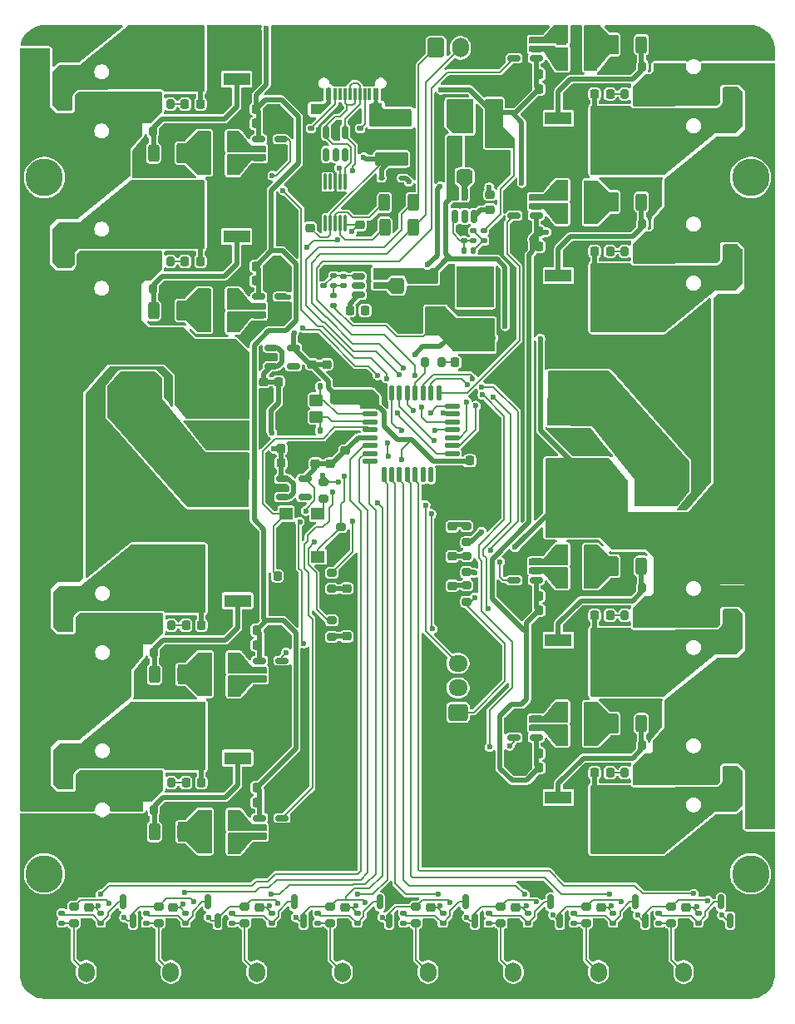
<source format=gbr>
%TF.GenerationSoftware,KiCad,Pcbnew,9.0.3-9.0.3-0~ubuntu24.04.1*%
%TF.CreationDate,2025-08-28T08:20:23-04:00*%
%TF.ProjectId,power distribution,706f7765-7220-4646-9973-747269627574,rev?*%
%TF.SameCoordinates,Original*%
%TF.FileFunction,Copper,L1,Top*%
%TF.FilePolarity,Positive*%
%FSLAX46Y46*%
G04 Gerber Fmt 4.6, Leading zero omitted, Abs format (unit mm)*
G04 Created by KiCad (PCBNEW 9.0.3-9.0.3-0~ubuntu24.04.1) date 2025-08-28 08:20:23*
%MOMM*%
%LPD*%
G01*
G04 APERTURE LIST*
G04 Aperture macros list*
%AMRoundRect*
0 Rectangle with rounded corners*
0 $1 Rounding radius*
0 $2 $3 $4 $5 $6 $7 $8 $9 X,Y pos of 4 corners*
0 Add a 4 corners polygon primitive as box body*
4,1,4,$2,$3,$4,$5,$6,$7,$8,$9,$2,$3,0*
0 Add four circle primitives for the rounded corners*
1,1,$1+$1,$2,$3*
1,1,$1+$1,$4,$5*
1,1,$1+$1,$6,$7*
1,1,$1+$1,$8,$9*
0 Add four rect primitives between the rounded corners*
20,1,$1+$1,$2,$3,$4,$5,0*
20,1,$1+$1,$4,$5,$6,$7,0*
20,1,$1+$1,$6,$7,$8,$9,0*
20,1,$1+$1,$8,$9,$2,$3,0*%
G04 Aperture macros list end*
%TA.AperFunction,SMDPad,CuDef*%
%ADD10RoundRect,0.250000X-0.312500X-0.625000X0.312500X-0.625000X0.312500X0.625000X-0.312500X0.625000X0*%
%TD*%
%TA.AperFunction,SMDPad,CuDef*%
%ADD11RoundRect,0.225000X-0.250000X0.225000X-0.250000X-0.225000X0.250000X-0.225000X0.250000X0.225000X0*%
%TD*%
%TA.AperFunction,SMDPad,CuDef*%
%ADD12RoundRect,0.225000X0.225000X0.250000X-0.225000X0.250000X-0.225000X-0.250000X0.225000X-0.250000X0*%
%TD*%
%TA.AperFunction,SMDPad,CuDef*%
%ADD13RoundRect,0.225000X0.250000X-0.225000X0.250000X0.225000X-0.250000X0.225000X-0.250000X-0.225000X0*%
%TD*%
%TA.AperFunction,SMDPad,CuDef*%
%ADD14RoundRect,0.218750X0.218750X0.256250X-0.218750X0.256250X-0.218750X-0.256250X0.218750X-0.256250X0*%
%TD*%
%TA.AperFunction,SMDPad,CuDef*%
%ADD15RoundRect,0.250000X0.312500X0.625000X-0.312500X0.625000X-0.312500X-0.625000X0.312500X-0.625000X0*%
%TD*%
%TA.AperFunction,SMDPad,CuDef*%
%ADD16RoundRect,0.249999X-1.450001X0.450001X-1.450001X-0.450001X1.450001X-0.450001X1.450001X0.450001X0*%
%TD*%
%TA.AperFunction,SMDPad,CuDef*%
%ADD17RoundRect,0.218750X-0.256250X0.218750X-0.256250X-0.218750X0.256250X-0.218750X0.256250X0.218750X0*%
%TD*%
%TA.AperFunction,ComponentPad*%
%ADD18RoundRect,0.250001X0.499999X-0.499999X0.499999X0.499999X-0.499999X0.499999X-0.499999X-0.499999X0*%
%TD*%
%TA.AperFunction,ComponentPad*%
%ADD19C,1.500000*%
%TD*%
%TA.AperFunction,SMDPad,CuDef*%
%ADD20RoundRect,0.200000X-0.200000X-0.275000X0.200000X-0.275000X0.200000X0.275000X-0.200000X0.275000X0*%
%TD*%
%TA.AperFunction,SMDPad,CuDef*%
%ADD21RoundRect,0.150000X0.150000X-0.587500X0.150000X0.587500X-0.150000X0.587500X-0.150000X-0.587500X0*%
%TD*%
%TA.AperFunction,ComponentPad*%
%ADD22C,3.800000*%
%TD*%
%TA.AperFunction,SMDPad,CuDef*%
%ADD23RoundRect,0.200000X0.275000X-0.200000X0.275000X0.200000X-0.275000X0.200000X-0.275000X-0.200000X0*%
%TD*%
%TA.AperFunction,SMDPad,CuDef*%
%ADD24R,1.360000X1.230000*%
%TD*%
%TA.AperFunction,SMDPad,CuDef*%
%ADD25RoundRect,0.135000X-0.185000X0.135000X-0.185000X-0.135000X0.185000X-0.135000X0.185000X0.135000X0*%
%TD*%
%TA.AperFunction,SMDPad,CuDef*%
%ADD26R,2.800000X1.300000*%
%TD*%
%TA.AperFunction,SMDPad,CuDef*%
%ADD27R,6.500000X6.000000*%
%TD*%
%TA.AperFunction,SMDPad,CuDef*%
%ADD28RoundRect,0.150000X-0.512500X-0.150000X0.512500X-0.150000X0.512500X0.150000X-0.512500X0.150000X0*%
%TD*%
%TA.AperFunction,ComponentPad*%
%ADD29C,3.100000*%
%TD*%
%TA.AperFunction,SMDPad,CuDef*%
%ADD30RoundRect,0.150000X-0.150000X0.512500X-0.150000X-0.512500X0.150000X-0.512500X0.150000X0.512500X0*%
%TD*%
%TA.AperFunction,SMDPad,CuDef*%
%ADD31RoundRect,0.225000X-0.225000X-0.250000X0.225000X-0.250000X0.225000X0.250000X-0.225000X0.250000X0*%
%TD*%
%TA.AperFunction,ComponentPad*%
%ADD32RoundRect,0.250001X-0.499999X0.499999X-0.499999X-0.499999X0.499999X-0.499999X0.499999X0.499999X0*%
%TD*%
%TA.AperFunction,SMDPad,CuDef*%
%ADD33RoundRect,0.200000X0.200000X0.275000X-0.200000X0.275000X-0.200000X-0.275000X0.200000X-0.275000X0*%
%TD*%
%TA.AperFunction,SMDPad,CuDef*%
%ADD34RoundRect,0.087500X-0.087500X0.725000X-0.087500X-0.725000X0.087500X-0.725000X0.087500X0.725000X0*%
%TD*%
%TA.AperFunction,ComponentPad*%
%ADD35RoundRect,0.250000X0.600000X0.750000X-0.600000X0.750000X-0.600000X-0.750000X0.600000X-0.750000X0*%
%TD*%
%TA.AperFunction,ComponentPad*%
%ADD36O,1.700000X2.000000*%
%TD*%
%TA.AperFunction,SMDPad,CuDef*%
%ADD37RoundRect,0.150000X0.512500X0.150000X-0.512500X0.150000X-0.512500X-0.150000X0.512500X-0.150000X0*%
%TD*%
%TA.AperFunction,SMDPad,CuDef*%
%ADD38RoundRect,0.140000X0.170000X-0.140000X0.170000X0.140000X-0.170000X0.140000X-0.170000X-0.140000X0*%
%TD*%
%TA.AperFunction,SMDPad,CuDef*%
%ADD39RoundRect,0.135000X0.185000X-0.135000X0.185000X0.135000X-0.185000X0.135000X-0.185000X-0.135000X0*%
%TD*%
%TA.AperFunction,SMDPad,CuDef*%
%ADD40RoundRect,0.112500X0.187500X0.112500X-0.187500X0.112500X-0.187500X-0.112500X0.187500X-0.112500X0*%
%TD*%
%TA.AperFunction,SMDPad,CuDef*%
%ADD41RoundRect,0.218750X0.256250X-0.218750X0.256250X0.218750X-0.256250X0.218750X-0.256250X-0.218750X0*%
%TD*%
%TA.AperFunction,SMDPad,CuDef*%
%ADD42RoundRect,0.140000X0.140000X0.170000X-0.140000X0.170000X-0.140000X-0.170000X0.140000X-0.170000X0*%
%TD*%
%TA.AperFunction,ComponentPad*%
%ADD43C,2.600000*%
%TD*%
%TA.AperFunction,SMDPad,CuDef*%
%ADD44RoundRect,0.250001X-1.499999X0.949999X-1.499999X-0.949999X1.499999X-0.949999X1.499999X0.949999X0*%
%TD*%
%TA.AperFunction,ComponentPad*%
%ADD45RoundRect,0.250000X0.725000X-0.600000X0.725000X0.600000X-0.725000X0.600000X-0.725000X-0.600000X0*%
%TD*%
%TA.AperFunction,ComponentPad*%
%ADD46O,1.950000X1.700000*%
%TD*%
%TA.AperFunction,SMDPad,CuDef*%
%ADD47RoundRect,0.125000X-0.625000X-0.125000X0.625000X-0.125000X0.625000X0.125000X-0.625000X0.125000X0*%
%TD*%
%TA.AperFunction,SMDPad,CuDef*%
%ADD48RoundRect,0.125000X-0.125000X-0.625000X0.125000X-0.625000X0.125000X0.625000X-0.125000X0.625000X0*%
%TD*%
%TA.AperFunction,ComponentPad*%
%ADD49C,2.500000*%
%TD*%
%TA.AperFunction,SMDPad,CuDef*%
%ADD50RoundRect,0.250000X0.450000X0.350000X-0.450000X0.350000X-0.450000X-0.350000X0.450000X-0.350000X0*%
%TD*%
%TA.AperFunction,SMDPad,CuDef*%
%ADD51RoundRect,0.218750X-0.218750X-0.256250X0.218750X-0.256250X0.218750X0.256250X-0.218750X0.256250X0*%
%TD*%
%TA.AperFunction,SMDPad,CuDef*%
%ADD52RoundRect,0.200000X-0.275000X0.200000X-0.275000X-0.200000X0.275000X-0.200000X0.275000X0.200000X0*%
%TD*%
%TA.AperFunction,SMDPad,CuDef*%
%ADD53R,0.600000X1.240000*%
%TD*%
%TA.AperFunction,SMDPad,CuDef*%
%ADD54R,0.300000X1.240000*%
%TD*%
%TA.AperFunction,HeatsinkPad*%
%ADD55O,1.000000X2.100000*%
%TD*%
%TA.AperFunction,HeatsinkPad*%
%ADD56O,1.000000X1.800000*%
%TD*%
%TA.AperFunction,ComponentPad*%
%ADD57RoundRect,0.250000X-0.600000X-0.750000X0.600000X-0.750000X0.600000X0.750000X-0.600000X0.750000X0*%
%TD*%
%TA.AperFunction,SMDPad,CuDef*%
%ADD58RoundRect,0.250001X-0.499999X-0.999999X0.499999X-0.999999X0.499999X0.999999X-0.499999X0.999999X0*%
%TD*%
%TA.AperFunction,ViaPad*%
%ADD59C,0.600000*%
%TD*%
%TA.AperFunction,Conductor*%
%ADD60C,0.500000*%
%TD*%
%TA.AperFunction,Conductor*%
%ADD61C,0.200000*%
%TD*%
G04 APERTURE END LIST*
D10*
%TO.P,R11,1*%
%TO.N,Net-(R11-Pad1)*%
X130476510Y-51985000D03*
%TO.P,R11,2*%
%TO.N,Net-(U3-OUTL)*%
X133401510Y-51985000D03*
%TD*%
D11*
%TO.P,C56,1*%
%TO.N,TH7*%
X179445000Y-127475000D03*
%TO.P,C56,2*%
%TO.N,GND*%
X179445000Y-129025000D03*
%TD*%
D10*
%TO.P,R22,1*%
%TO.N,Net-(Q4-G)*%
X125226510Y-66735000D03*
%TO.P,R22,2*%
%TO.N,Net-(R19-Pad2)*%
X128151510Y-66735000D03*
%TD*%
D12*
%TO.P,C1,1*%
%TO.N,+12V*%
X164475000Y-95755000D03*
%TO.P,C1,2*%
%TO.N,GND*%
X162925000Y-95755000D03*
%TD*%
D13*
%TO.P,C42,1*%
%TO.N,+3.3V*%
X142837500Y-72225000D03*
%TO.P,C42,2*%
%TO.N,GND*%
X142837500Y-70675000D03*
%TD*%
D14*
%TO.P,D25,1,K*%
%TO.N,GND*%
X157512500Y-72025000D03*
%TO.P,D25,2,A*%
%TO.N,Net-(D25-A)*%
X155937500Y-72025000D03*
%TD*%
D15*
%TO.P,R7,1*%
%TO.N,Net-(Q1-G)*%
X174912500Y-92755000D03*
%TO.P,R7,2*%
%TO.N,Net-(R5-Pad2)*%
X171987500Y-92755000D03*
%TD*%
D16*
%TO.P,F1,1*%
%TO.N,Net-(F1-Pad1)*%
X149475000Y-47225000D03*
%TO.P,F1,2*%
%TO.N,VBUS*%
X149475000Y-51325000D03*
%TD*%
D17*
%TO.P,D14,1,K*%
%TO.N,GND*%
X144885000Y-93437500D03*
%TO.P,D14,2,A*%
%TO.N,Net-(D14-A)*%
X144885000Y-95012500D03*
%TD*%
D18*
%TO.P,J2,1,Pin_1*%
%TO.N,Net-(D2-K)*%
X115999010Y-45485000D03*
D19*
%TO.P,J2,2,Pin_2*%
%TO.N,+24V*%
X118999010Y-45485000D03*
%TD*%
D20*
%TO.P,R77,1*%
%TO.N,Net-(D22-A)*%
X173193750Y-60705000D03*
%TO.P,R77,2*%
%TO.N,+24V*%
X174843750Y-60705000D03*
%TD*%
D21*
%TO.P,D21,1,K*%
%TO.N,GND*%
X173375000Y-128775000D03*
%TO.P,D21,2,A*%
%TO.N,+3.3VA*%
X175275000Y-128775000D03*
%TO.P,D21,3,K*%
%TO.N,Net-(D21-K-Pad3)*%
X174325000Y-126900000D03*
%TD*%
D22*
%TO.P,M2,1*%
%TO.N,N/C*%
X186025000Y-124025000D03*
%TD*%
D23*
%TO.P,R83,1*%
%TO.N,Net-(J23-Pin_2)*%
X177945000Y-129025000D03*
%TO.P,R83,2*%
%TO.N,+3.3VA*%
X177945000Y-127375000D03*
%TD*%
D15*
%TO.P,R42,1*%
%TO.N,Net-(U13-OUTH)*%
X133491510Y-118505000D03*
%TO.P,R42,2*%
%TO.N,Net-(R42-Pad2)*%
X130566510Y-118505000D03*
%TD*%
D10*
%TO.P,R78,1*%
%TO.N,Net-(U15-OUTH)*%
X166737500Y-56955000D03*
%TO.P,R78,2*%
%TO.N,Net-(R78-Pad2)*%
X169662500Y-56955000D03*
%TD*%
D24*
%TO.P,SW1,1,1*%
%TO.N,GND*%
X138725000Y-91775000D03*
%TO.P,SW1,2,2*%
%TO.N,RST*%
X138725000Y-87415000D03*
%TD*%
D25*
%TO.P,R44,1*%
%TO.N,Net-(D8-K-Pad3)*%
X115870000Y-128015000D03*
%TO.P,R44,2*%
%TO.N,Net-(J10-Pin_2)*%
X115870000Y-129035000D03*
%TD*%
D26*
%TO.P,Q8,1,G*%
%TO.N,Net-(Q8-G)*%
X166450000Y-63205000D03*
D27*
%TO.P,Q8,2,D*%
%TO.N,Net-(D22-K)*%
X173030000Y-65475000D03*
D26*
%TO.P,Q8,3,S*%
%TO.N,GND*%
X166450000Y-67745000D03*
%TD*%
D13*
%TO.P,C3,1*%
%TO.N,+3.3V*%
X143975000Y-75550000D03*
%TO.P,C3,2*%
%TO.N,GND*%
X143975000Y-74000000D03*
%TD*%
D28*
%TO.P,U10,1,V_{DD}*%
%TO.N,+12V*%
X136029010Y-102355000D03*
%TO.P,U10,2,OUTH*%
%TO.N,Net-(U10-OUTH)*%
X136029010Y-103305000D03*
%TO.P,U10,3,OUTL*%
%TO.N,Net-(U10-OUTL)*%
X136029010Y-104255000D03*
%TO.P,U10,4,GND*%
%TO.N,GND*%
X138304010Y-104255000D03*
%TO.P,U10,5,IN-*%
X138304010Y-103305000D03*
%TO.P,U10,6,IN+*%
%TO.N,HEATER2*%
X138304010Y-102355000D03*
%TD*%
D29*
%TO.P,J17,1,Pin_1*%
%TO.N,Net-(J17-Pin_1)*%
X123109010Y-74965000D03*
%TO.P,J17,2,Pin_2*%
%TO.N,GND*%
X123109010Y-84465000D03*
%TD*%
D22*
%TO.P,M2,1*%
%TO.N,N/C*%
X186025000Y-53225000D03*
%TD*%
D10*
%TO.P,R33,1*%
%TO.N,Net-(Q5-G)*%
X125316510Y-103755000D03*
%TO.P,R33,2*%
%TO.N,Net-(R32-Pad2)*%
X128241510Y-103755000D03*
%TD*%
D20*
%TO.P,R1,1*%
%TO.N,Net-(D1-A)*%
X173193750Y-97755000D03*
%TO.P,R1,2*%
%TO.N,+24V*%
X174843750Y-97755000D03*
%TD*%
D30*
%TO.P,U8,1,IO1*%
%TO.N,D_-*%
X144713000Y-48599500D03*
%TO.P,U8,2,VN*%
%TO.N,GND*%
X143763000Y-48599500D03*
%TO.P,U8,3,IO2*%
%TO.N,D_+*%
X142813000Y-48599500D03*
%TO.P,U8,4,IO3*%
%TO.N,unconnected-(U8-IO3-Pad4)*%
X142813000Y-50874500D03*
%TO.P,U8,5,VP*%
%TO.N,VBUS*%
X143763000Y-50874500D03*
%TO.P,U8,6,IO4*%
%TO.N,unconnected-(U8-IO4-Pad6)*%
X144713000Y-50874500D03*
%TD*%
D31*
%TO.P,C25,1*%
%TO.N,+24V*%
X156175000Y-49825000D03*
%TO.P,C25,2*%
%TO.N,GND*%
X157725000Y-49825000D03*
%TD*%
D10*
%TO.P,R43,1*%
%TO.N,Net-(Q6-G)*%
X125316510Y-119755000D03*
%TO.P,R43,2*%
%TO.N,Net-(R42-Pad2)*%
X128241510Y-119755000D03*
%TD*%
D11*
%TO.P,C11,1*%
%TO.N,+24V*%
X153175000Y-63450000D03*
%TO.P,C11,2*%
%TO.N,GND*%
X153175000Y-65000000D03*
%TD*%
D13*
%TO.P,C23,1*%
%TO.N,Net-(U5-BOOT)*%
X159500000Y-56500000D03*
%TO.P,C23,2*%
%TO.N,Net-(U5-SW)*%
X159500000Y-54950000D03*
%TD*%
D15*
%TO.P,R68,1*%
%TO.N,Net-(Q7-G)*%
X174912500Y-39705000D03*
%TO.P,R68,2*%
%TO.N,Net-(R67-Pad2)*%
X171987500Y-39705000D03*
%TD*%
D32*
%TO.P,J13,1,Pin_1*%
%TO.N,Net-(D19-K)*%
X184140000Y-44955000D03*
D19*
%TO.P,J13,2,Pin_2*%
%TO.N,+24V*%
X181140000Y-44955000D03*
%TD*%
D11*
%TO.P,C44,1*%
%TO.N,TH4*%
X153435000Y-127475000D03*
%TO.P,C44,2*%
%TO.N,GND*%
X153435000Y-129025000D03*
%TD*%
D32*
%TO.P,J3,1,Pin_1*%
%TO.N,Net-(D3-K)*%
X184140000Y-114005000D03*
D19*
%TO.P,J3,2,Pin_2*%
%TO.N,+24V*%
X181140000Y-114005000D03*
%TD*%
D25*
%TO.P,R45,1*%
%TO.N,TH0*%
X119870000Y-128015000D03*
%TO.P,R45,2*%
%TO.N,Net-(D8-K-Pad3)*%
X119870000Y-129035000D03*
%TD*%
D31*
%TO.P,C38,1*%
%TO.N,+12V*%
X135754010Y-116755000D03*
%TO.P,C38,2*%
%TO.N,GND*%
X137304010Y-116755000D03*
%TD*%
D13*
%TO.P,C30,1*%
%TO.N,+3.3V*%
X146225000Y-58050000D03*
%TO.P,C30,2*%
%TO.N,GND*%
X146225000Y-56500000D03*
%TD*%
D33*
%TO.P,R17,1*%
%TO.N,Net-(D4-A)*%
X126945260Y-61735000D03*
%TO.P,R17,2*%
%TO.N,+24V*%
X125295260Y-61735000D03*
%TD*%
D34*
%TO.P,U9,1,UD+*%
%TO.N,D_+*%
X144725000Y-53662500D03*
%TO.P,U9,2,UD-*%
%TO.N,D_-*%
X144225000Y-53662500D03*
%TO.P,U9,3,GND*%
%TO.N,GND*%
X143725000Y-53662500D03*
%TO.P,U9,4,~{RTS}*%
%TO.N,unconnected-(U9-~{RTS}-Pad4)*%
X143225000Y-53662500D03*
%TO.P,U9,5,~{CTS}*%
%TO.N,unconnected-(U9-~{CTS}-Pad5)*%
X142725000Y-53662500D03*
%TO.P,U9,6,TNOW*%
%TO.N,unconnected-(U9-TNOW-Pad6)*%
X142725000Y-57887500D03*
%TO.P,U9,7,VCC*%
%TO.N,VBUS*%
X143225000Y-57887500D03*
%TO.P,U9,8,TXD*%
%TO.N,Net-(U9-TXD)*%
X143725000Y-57887500D03*
%TO.P,U9,9,RXD*%
%TO.N,Net-(U9-RXD)*%
X144225000Y-57887500D03*
%TO.P,U9,10,V3*%
%TO.N,+3.3V*%
X144725000Y-57887500D03*
%TD*%
D11*
%TO.P,C40,1*%
%TO.N,+5V*%
X136475000Y-74000000D03*
%TO.P,C40,2*%
%TO.N,GND*%
X136475000Y-75550000D03*
%TD*%
%TO.P,C53,1*%
%TO.N,TH2*%
X135995000Y-127475000D03*
%TO.P,C53,2*%
%TO.N,GND*%
X135995000Y-129025000D03*
%TD*%
D35*
%TO.P,J14,1,Pin_1*%
%TO.N,GND*%
X129495000Y-134025000D03*
D36*
%TO.P,J14,2,Pin_2*%
%TO.N,Net-(J14-Pin_2)*%
X126995000Y-134025000D03*
%TD*%
D35*
%TO.P,J15,1,Pin_1*%
%TO.N,GND*%
X164355000Y-134025000D03*
D36*
%TO.P,J15,2,Pin_2*%
%TO.N,Net-(J15-Pin_2)*%
X161855000Y-134025000D03*
%TD*%
D31*
%TO.P,C21,1*%
%TO.N,+12V*%
X135664010Y-63735000D03*
%TO.P,C21,2*%
%TO.N,GND*%
X137214010Y-63735000D03*
%TD*%
D35*
%TO.P,J10,1,Pin_1*%
%TO.N,GND*%
X120870000Y-134025000D03*
D36*
%TO.P,J10,2,Pin_2*%
%TO.N,Net-(J10-Pin_2)*%
X118370000Y-134025000D03*
%TD*%
D11*
%TO.P,C7,1*%
%TO.N,GND*%
X141725000Y-80750000D03*
%TO.P,C7,2*%
%TO.N,+3.3VA*%
X141725000Y-82300000D03*
%TD*%
D25*
%TO.P,R61,1*%
%TO.N,Net-(D16-K-Pad3)*%
X124495000Y-128015000D03*
%TO.P,R61,2*%
%TO.N,Net-(J14-Pin_2)*%
X124495000Y-129035000D03*
%TD*%
%TO.P,R87,1*%
%TO.N,TH7*%
X180695000Y-128015000D03*
%TO.P,R87,2*%
%TO.N,Net-(D24-K-Pad3)*%
X180695000Y-129035000D03*
%TD*%
D31*
%TO.P,C33,1*%
%TO.N,+5V*%
X138200000Y-80775000D03*
%TO.P,C33,2*%
%TO.N,GND*%
X139750000Y-80775000D03*
%TD*%
D20*
%TO.P,R16,1*%
%TO.N,Net-(D3-A)*%
X173193750Y-113755000D03*
%TO.P,R16,2*%
%TO.N,+24V*%
X174843750Y-113755000D03*
%TD*%
D31*
%TO.P,C8,1*%
%TO.N,+12V*%
X135664010Y-47735000D03*
%TO.P,C8,2*%
%TO.N,GND*%
X137214010Y-47735000D03*
%TD*%
D11*
%TO.P,C54,1*%
%TO.N,TH6*%
X170775000Y-127475000D03*
%TO.P,C54,2*%
%TO.N,GND*%
X170775000Y-129025000D03*
%TD*%
D37*
%TO.P,U15,1,V_{DD}*%
%TO.N,+12V*%
X164200000Y-57105000D03*
%TO.P,U15,2,OUTH*%
%TO.N,Net-(U15-OUTH)*%
X164200000Y-56155000D03*
%TO.P,U15,3,OUTL*%
%TO.N,Net-(U15-OUTL)*%
X164200000Y-55205000D03*
%TO.P,U15,4,GND*%
%TO.N,GND*%
X161925000Y-55205000D03*
%TO.P,U15,5,IN-*%
X161925000Y-56155000D03*
%TO.P,U15,6,IN+*%
%TO.N,HEATER5*%
X161925000Y-57105000D03*
%TD*%
D12*
%TO.P,C14,1*%
%TO.N,+5V*%
X153475000Y-67025000D03*
%TO.P,C14,2*%
%TO.N,GND*%
X151925000Y-67025000D03*
%TD*%
D21*
%TO.P,D20,1,K*%
%TO.N,GND*%
X138595000Y-128775000D03*
%TO.P,D20,2,A*%
%TO.N,+3.3VA*%
X140495000Y-128775000D03*
%TO.P,D20,3,K*%
%TO.N,Net-(D20-K-Pad3)*%
X139545000Y-126900000D03*
%TD*%
D15*
%TO.P,R32,1*%
%TO.N,Net-(U10-OUTH)*%
X133491510Y-102505000D03*
%TO.P,R32,2*%
%TO.N,Net-(R32-Pad2)*%
X130566510Y-102505000D03*
%TD*%
D38*
%TO.P,C17,1*%
%TO.N,Net-(C17-Pad1)*%
X144575000Y-64205000D03*
%TO.P,C17,2*%
%TO.N,Net-(U1-FB)*%
X144575000Y-63245000D03*
%TD*%
D31*
%TO.P,C15,1*%
%TO.N,RST*%
X137850000Y-93725000D03*
%TO.P,C15,2*%
%TO.N,GND*%
X139400000Y-93725000D03*
%TD*%
D23*
%TO.P,R40,1*%
%TO.N,Net-(J11-Pin_2)*%
X151935000Y-129025000D03*
%TO.P,R40,2*%
%TO.N,+3.3VA*%
X151935000Y-127375000D03*
%TD*%
D11*
%TO.P,C27,1*%
%TO.N,+12V*%
X161100000Y-49725000D03*
%TO.P,C27,2*%
%TO.N,GND*%
X161100000Y-51275000D03*
%TD*%
D23*
%TO.P,R58,1*%
%TO.N,Net-(J14-Pin_2)*%
X125745000Y-129025000D03*
%TO.P,R58,2*%
%TO.N,+3.3VA*%
X125745000Y-127375000D03*
%TD*%
D39*
%TO.P,R12,1*%
%TO.N,Net-(C17-Pad1)*%
X143575000Y-64235000D03*
%TO.P,R12,2*%
%TO.N,Net-(U1-FB)*%
X143575000Y-63215000D03*
%TD*%
D11*
%TO.P,C12,1*%
%TO.N,+24V*%
X151675000Y-63450000D03*
%TO.P,C12,2*%
%TO.N,GND*%
X151675000Y-65000000D03*
%TD*%
D21*
%TO.P,D24,1,K*%
%TO.N,GND*%
X182045000Y-128775000D03*
%TO.P,D24,2,A*%
%TO.N,+3.3VA*%
X183945000Y-128775000D03*
%TO.P,D24,3,K*%
%TO.N,Net-(D24-K-Pad3)*%
X182995000Y-126900000D03*
%TD*%
D28*
%TO.P,U12,1,IN*%
%TO.N,+5V*%
X137200000Y-70525000D03*
%TO.P,U12,2,GND*%
%TO.N,GND*%
X137200000Y-71475000D03*
%TO.P,U12,3,EN*%
%TO.N,+5V*%
X137200000Y-72425000D03*
%TO.P,U12,4,NC*%
%TO.N,unconnected-(U12-NC-Pad4)*%
X139475000Y-72425000D03*
%TO.P,U12,5,OUT*%
%TO.N,+3.3V*%
X139475000Y-70525000D03*
%TD*%
D11*
%TO.P,C26,1*%
%TO.N,+12V*%
X159600000Y-49750000D03*
%TO.P,C26,2*%
%TO.N,GND*%
X159600000Y-51300000D03*
%TD*%
D12*
%TO.P,C19,1*%
%TO.N,+12V*%
X164475000Y-111755000D03*
%TO.P,C19,2*%
%TO.N,GND*%
X162925000Y-111755000D03*
%TD*%
D25*
%TO.P,R84,1*%
%TO.N,Net-(D23-K-Pad3)*%
X141965000Y-128015000D03*
%TO.P,R84,2*%
%TO.N,Net-(J22-Pin_2)*%
X141965000Y-129035000D03*
%TD*%
%TO.P,R75,1*%
%TO.N,Net-(D21-K-Pad3)*%
X168025000Y-128015000D03*
%TO.P,R75,2*%
%TO.N,Net-(J21-Pin_2)*%
X168025000Y-129035000D03*
%TD*%
D21*
%TO.P,D9,1,K*%
%TO.N,GND*%
X156035000Y-128775000D03*
%TO.P,D9,2,A*%
%TO.N,+3.3VA*%
X157935000Y-128775000D03*
%TO.P,D9,3,K*%
%TO.N,Net-(D9-K-Pad3)*%
X156985000Y-126900000D03*
%TD*%
D26*
%TO.P,Q1,1,G*%
%TO.N,Net-(Q1-G)*%
X166450000Y-100255000D03*
D27*
%TO.P,Q1,2,D*%
%TO.N,Net-(D1-K)*%
X173030000Y-102525000D03*
D26*
%TO.P,Q1,3,S*%
%TO.N,GND*%
X166450000Y-104795000D03*
%TD*%
D23*
%TO.P,R59,1*%
%TO.N,Net-(J15-Pin_2)*%
X160605000Y-129025000D03*
%TO.P,R59,2*%
%TO.N,+3.3VA*%
X160605000Y-127375000D03*
%TD*%
D11*
%TO.P,C55,1*%
%TO.N,TH3*%
X144715000Y-127475000D03*
%TO.P,C55,2*%
%TO.N,GND*%
X144715000Y-129025000D03*
%TD*%
D10*
%TO.P,R50,1*%
%TO.N,Net-(R42-Pad2)*%
X130566510Y-121005000D03*
%TO.P,R50,2*%
%TO.N,Net-(U13-OUTL)*%
X133491510Y-121005000D03*
%TD*%
D13*
%TO.P,C4,1*%
%TO.N,+3.3V*%
X145475000Y-75550000D03*
%TO.P,C4,2*%
%TO.N,GND*%
X145475000Y-74000000D03*
%TD*%
D31*
%TO.P,C39,1*%
%TO.N,+5V*%
X137950000Y-74025000D03*
%TO.P,C39,2*%
%TO.N,GND*%
X139500000Y-74025000D03*
%TD*%
D12*
%TO.P,C51,1*%
%TO.N,+12V*%
X164475000Y-58705000D03*
%TO.P,C51,2*%
%TO.N,GND*%
X162925000Y-58705000D03*
%TD*%
D23*
%TO.P,R39,1*%
%TO.N,Net-(J10-Pin_2)*%
X117120000Y-129025000D03*
%TO.P,R39,2*%
%TO.N,+3.3VA*%
X117120000Y-127375000D03*
%TD*%
D37*
%TO.P,U6,1,V_{DD}*%
%TO.N,+12V*%
X164200000Y-110155000D03*
%TO.P,U6,2,OUTH*%
%TO.N,Net-(U6-OUTH)*%
X164200000Y-109205000D03*
%TO.P,U6,3,OUTL*%
%TO.N,Net-(U6-OUTL)*%
X164200000Y-108255000D03*
%TO.P,U6,4,GND*%
%TO.N,GND*%
X161925000Y-108255000D03*
%TO.P,U6,5,IN-*%
X161925000Y-109205000D03*
%TO.P,U6,6,IN+*%
%TO.N,HEATER7*%
X161925000Y-110155000D03*
%TD*%
D11*
%TO.P,C43,1*%
%TO.N,TH0*%
X118620000Y-127475000D03*
%TO.P,C43,2*%
%TO.N,GND*%
X118620000Y-129025000D03*
%TD*%
D32*
%TO.P,J19,1,Pin_1*%
%TO.N,Net-(D22-K)*%
X184140000Y-60955000D03*
D19*
%TO.P,J19,2,Pin_2*%
%TO.N,+24V*%
X181140000Y-60955000D03*
%TD*%
D40*
%TO.P,D5,1,K*%
%TO.N,+5V*%
X150525000Y-53275000D03*
%TO.P,D5,2,A*%
%TO.N,VBUS*%
X148425000Y-53275000D03*
%TD*%
D13*
%TO.P,C29,1*%
%TO.N,VBUS*%
X141212500Y-58325000D03*
%TO.P,C29,2*%
%TO.N,GND*%
X141212500Y-56775000D03*
%TD*%
D41*
%TO.P,D13,1,K*%
%TO.N,GND*%
X155625000Y-96325000D03*
%TO.P,D13,2,A*%
%TO.N,Net-(D13-A)*%
X155625000Y-94750000D03*
%TD*%
D21*
%TO.P,D8,1,K*%
%TO.N,GND*%
X121220000Y-128775000D03*
%TO.P,D8,2,A*%
%TO.N,+3.3VA*%
X123120000Y-128775000D03*
%TO.P,D8,3,K*%
%TO.N,Net-(D8-K-Pad3)*%
X122170000Y-126900000D03*
%TD*%
D12*
%TO.P,C47,1*%
%TO.N,+12V*%
X164475000Y-42705000D03*
%TO.P,C47,2*%
%TO.N,GND*%
X162925000Y-42705000D03*
%TD*%
D28*
%TO.P,U13,1,V_{DD}*%
%TO.N,+12V*%
X136029010Y-118355000D03*
%TO.P,U13,2,OUTH*%
%TO.N,Net-(U13-OUTH)*%
X136029010Y-119305000D03*
%TO.P,U13,3,OUTL*%
%TO.N,Net-(U13-OUTL)*%
X136029010Y-120255000D03*
%TO.P,U13,4,GND*%
%TO.N,GND*%
X138304010Y-120255000D03*
%TO.P,U13,5,IN-*%
X138304010Y-119305000D03*
%TO.P,U13,6,IN+*%
%TO.N,HEATER3*%
X138304010Y-118355000D03*
%TD*%
D13*
%TO.P,C36,1*%
%TO.N,+3.3VA*%
X143225000Y-82325000D03*
%TO.P,C36,2*%
%TO.N,GND*%
X143225000Y-80775000D03*
%TD*%
D31*
%TO.P,C9,1*%
%TO.N,+12V*%
X135664010Y-46235000D03*
%TO.P,C9,2*%
%TO.N,GND*%
X137214010Y-46235000D03*
%TD*%
D42*
%TO.P,C28,1*%
%TO.N,Net-(C28-Pad1)*%
X157780000Y-60625000D03*
%TO.P,C28,2*%
%TO.N,Net-(U5-FB)*%
X156820000Y-60625000D03*
%TD*%
D25*
%TO.P,R27,1*%
%TO.N,Net-(C28-Pad1)*%
X157800000Y-58615000D03*
%TO.P,R27,2*%
%TO.N,Net-(U5-FB)*%
X157800000Y-59635000D03*
%TD*%
D41*
%TO.P,D12,1,K*%
%TO.N,GND*%
X155625000Y-93325000D03*
%TO.P,D12,2,A*%
%TO.N,Net-(D12-A)*%
X155625000Y-91750000D03*
%TD*%
D15*
%TO.P,R6,1*%
%TO.N,Net-(U3-OUTH)*%
X133401510Y-49485000D03*
%TO.P,R6,2*%
%TO.N,Net-(R11-Pad1)*%
X130476510Y-49485000D03*
%TD*%
D10*
%TO.P,R8,1*%
%TO.N,Net-(Q2-G)*%
X125226510Y-50735000D03*
%TO.P,R8,2*%
%TO.N,Net-(R11-Pad1)*%
X128151510Y-50735000D03*
%TD*%
D31*
%TO.P,C24,1*%
%TO.N,+24V*%
X156175000Y-51525000D03*
%TO.P,C24,2*%
%TO.N,GND*%
X157725000Y-51525000D03*
%TD*%
D10*
%TO.P,R5,1*%
%TO.N,Net-(U2-OUTH)*%
X166737500Y-94005000D03*
%TO.P,R5,2*%
%TO.N,Net-(R5-Pad2)*%
X169662500Y-94005000D03*
%TD*%
D35*
%TO.P,J22,1,Pin_1*%
%TO.N,GND*%
X146965000Y-134025000D03*
D36*
%TO.P,J22,2,Pin_2*%
%TO.N,Net-(J22-Pin_2)*%
X144465000Y-134025000D03*
%TD*%
D25*
%TO.P,R21,1*%
%TO.N,+12V*%
X158900000Y-58615000D03*
%TO.P,R21,2*%
%TO.N,Net-(C28-Pad1)*%
X158900000Y-59635000D03*
%TD*%
D10*
%TO.P,R29,1*%
%TO.N,Net-(U9-TXD)*%
X148725000Y-55775000D03*
%TO.P,R29,2*%
%TO.N,RX*%
X151650000Y-55775000D03*
%TD*%
D25*
%TO.P,R62,1*%
%TO.N,TH1*%
X128495000Y-128015000D03*
%TO.P,R62,2*%
%TO.N,Net-(D16-K-Pad3)*%
X128495000Y-129035000D03*
%TD*%
D33*
%TO.P,R30,1*%
%TO.N,Net-(D6-A)*%
X127035260Y-98755000D03*
%TO.P,R30,2*%
%TO.N,+24V*%
X125385260Y-98755000D03*
%TD*%
D31*
%TO.P,C5,1*%
%TO.N,+3.3V*%
X157425000Y-82025000D03*
%TO.P,C5,2*%
%TO.N,GND*%
X158975000Y-82025000D03*
%TD*%
D42*
%TO.P,C16,1*%
%TO.N,Net-(U4-PF0)*%
X142180000Y-74450000D03*
%TO.P,C16,2*%
%TO.N,GND*%
X141220000Y-74450000D03*
%TD*%
D15*
%TO.P,R23,1*%
%TO.N,Net-(R18-Pad2)*%
X169662500Y-107505000D03*
%TO.P,R23,2*%
%TO.N,Net-(U6-OUTL)*%
X166737500Y-107505000D03*
%TD*%
D20*
%TO.P,R88,1*%
%TO.N,ACT*%
X152900000Y-72025000D03*
%TO.P,R88,2*%
%TO.N,Net-(D25-A)*%
X154550000Y-72025000D03*
%TD*%
D26*
%TO.P,Q2,1,G*%
%TO.N,Net-(Q2-G)*%
X133689010Y-43235000D03*
D27*
%TO.P,Q2,2,D*%
%TO.N,Net-(D2-K)*%
X127109010Y-40965000D03*
D26*
%TO.P,Q2,3,S*%
%TO.N,GND*%
X133689010Y-38695000D03*
%TD*%
D24*
%TO.P,SW2,1,1*%
%TO.N,Net-(R4-Pad2)*%
X141975000Y-87415000D03*
%TO.P,SW2,2,2*%
%TO.N,BOOT*%
X141975000Y-91775000D03*
%TD*%
D23*
%TO.P,R71,1*%
%TO.N,Net-(J20-Pin_2)*%
X134495000Y-129025000D03*
%TO.P,R71,2*%
%TO.N,+3.3VA*%
X134495000Y-127375000D03*
%TD*%
D43*
%TO.P,TP1,1,1*%
%TO.N,GND*%
X143900000Y-120510000D03*
X143900000Y-112890000D03*
%TD*%
D12*
%TO.P,C46,1*%
%TO.N,+12V*%
X164475000Y-44205000D03*
%TO.P,C46,2*%
%TO.N,GND*%
X162925000Y-44205000D03*
%TD*%
D33*
%TO.P,R2,1*%
%TO.N,Net-(D2-A)*%
X126945260Y-45735000D03*
%TO.P,R2,2*%
%TO.N,+24V*%
X125295260Y-45735000D03*
%TD*%
D10*
%TO.P,R31,1*%
%TO.N,Net-(U9-RXD)*%
X148762500Y-58275000D03*
%TO.P,R31,2*%
%TO.N,TX*%
X151687500Y-58275000D03*
%TD*%
D28*
%TO.P,U11,1,IN*%
%TO.N,+5V*%
X138362500Y-83825000D03*
%TO.P,U11,2,GND*%
%TO.N,GND*%
X138362500Y-84775000D03*
%TO.P,U11,3,EN*%
%TO.N,+5V*%
X138362500Y-85725000D03*
%TO.P,U11,4,NC*%
%TO.N,unconnected-(U11-NC-Pad4)*%
X140637500Y-85725000D03*
%TO.P,U11,5,OUT*%
%TO.N,+3.3VA*%
X140637500Y-83825000D03*
%TD*%
D26*
%TO.P,Q7,1,G*%
%TO.N,Net-(Q7-G)*%
X166450000Y-47205000D03*
D27*
%TO.P,Q7,2,D*%
%TO.N,Net-(D19-K)*%
X173030000Y-49475000D03*
D26*
%TO.P,Q7,3,S*%
%TO.N,GND*%
X166450000Y-51745000D03*
%TD*%
D15*
%TO.P,R19,1*%
%TO.N,Net-(U7-OUTH)*%
X133401510Y-65485000D03*
%TO.P,R19,2*%
%TO.N,Net-(R19-Pad2)*%
X130476510Y-65485000D03*
%TD*%
D42*
%TO.P,C18,1*%
%TO.N,Net-(U4-PF1)*%
X142180000Y-78950000D03*
%TO.P,C18,2*%
%TO.N,GND*%
X141220000Y-78950000D03*
%TD*%
D35*
%TO.P,J20,1,Pin_1*%
%TO.N,GND*%
X138245000Y-134025000D03*
D36*
%TO.P,J20,2,Pin_2*%
%TO.N,Net-(J20-Pin_2)*%
X135745000Y-134025000D03*
%TD*%
D14*
%TO.P,D2,1,K*%
%TO.N,Net-(D2-K)*%
X130007760Y-45735000D03*
%TO.P,D2,2,A*%
%TO.N,Net-(D2-A)*%
X128432760Y-45735000D03*
%TD*%
D39*
%TO.P,R15,1*%
%TO.N,Net-(U1-FB)*%
X142575000Y-64235000D03*
%TO.P,R15,2*%
%TO.N,GND*%
X142575000Y-63215000D03*
%TD*%
D15*
%TO.P,R79,1*%
%TO.N,Net-(Q8-G)*%
X174912500Y-55705000D03*
%TO.P,R79,2*%
%TO.N,Net-(R78-Pad2)*%
X171987500Y-55705000D03*
%TD*%
D35*
%TO.P,J11,1,Pin_1*%
%TO.N,GND*%
X155685000Y-134025000D03*
D36*
%TO.P,J11,2,Pin_2*%
%TO.N,Net-(J11-Pin_2)*%
X153185000Y-134025000D03*
%TD*%
D44*
%TO.P,L1,1,1*%
%TO.N,Net-(U1-SW)*%
X157975000Y-63525000D03*
%TO.P,L1,2,2*%
%TO.N,+5V*%
X157975000Y-69525000D03*
%TD*%
D45*
%TO.P,J4,1,Pin_1*%
%TO.N,+5V*%
X156225000Y-107625000D03*
D46*
%TO.P,J4,2,Pin_2*%
%TO.N,SWDIO*%
X156225000Y-105125000D03*
%TO.P,J4,3,Pin_3*%
%TO.N,SWCLK*%
X156225000Y-102625000D03*
%TO.P,J4,4,Pin_4*%
%TO.N,GND*%
X156225000Y-100125000D03*
%TD*%
D47*
%TO.P,U4,1,VDD*%
%TO.N,+3.3V*%
X147300000Y-76475000D03*
%TO.P,U4,2,PF0*%
%TO.N,Net-(U4-PF0)*%
X147300000Y-77275000D03*
%TO.P,U4,3,PF1*%
%TO.N,Net-(U4-PF1)*%
X147300000Y-78075000D03*
%TO.P,U4,4,NRST*%
%TO.N,RST*%
X147300000Y-78875000D03*
%TO.P,U4,5,VDDA*%
%TO.N,+3.3VA*%
X147300000Y-79675000D03*
%TO.P,U4,6,PA0*%
%TO.N,TH0*%
X147300000Y-80475000D03*
%TO.P,U4,7,PA1*%
%TO.N,TH1*%
X147300000Y-81275000D03*
%TO.P,U4,8,PA2*%
%TO.N,TH2*%
X147300000Y-82075000D03*
D48*
%TO.P,U4,9,PA3*%
%TO.N,TH3*%
X148675000Y-83450000D03*
%TO.P,U4,10,PA4*%
%TO.N,TH4*%
X149475000Y-83450000D03*
%TO.P,U4,11,PA5*%
%TO.N,TH5*%
X150275000Y-83450000D03*
%TO.P,U4,12,PA6*%
%TO.N,TH6*%
X151075000Y-83450000D03*
%TO.P,U4,13,PA7*%
%TO.N,TH7*%
X151875000Y-83450000D03*
%TO.P,U4,14,PB0*%
%TO.N,TH8*%
X152675000Y-83450000D03*
%TO.P,U4,15,PB1*%
%TO.N,TH9*%
X153475000Y-83450000D03*
%TO.P,U4,16,VSS*%
%TO.N,GND*%
X154275000Y-83450000D03*
D47*
%TO.P,U4,17,VDD*%
%TO.N,+3.3V*%
X155650000Y-82075000D03*
%TO.P,U4,18,PA8*%
%TO.N,HEATER0*%
X155650000Y-81275000D03*
%TO.P,U4,19,PA9*%
%TO.N,TX*%
X155650000Y-80475000D03*
%TO.P,U4,20,PA10*%
%TO.N,RX*%
X155650000Y-79675000D03*
%TO.P,U4,21,PA11*%
%TO.N,HEATER3*%
X155650000Y-78875000D03*
%TO.P,U4,22,PA12*%
%TO.N,HEATER4*%
X155650000Y-78075000D03*
%TO.P,U4,23,PA13*%
%TO.N,SWDIO*%
X155650000Y-77275000D03*
%TO.P,U4,24,PA14*%
%TO.N,SWCLK*%
X155650000Y-76475000D03*
D48*
%TO.P,U4,25,PA15*%
%TO.N,HEATER5*%
X154275000Y-75100000D03*
%TO.P,U4,26,PB3*%
%TO.N,HEATER6*%
X153475000Y-75100000D03*
%TO.P,U4,27,PB4*%
%TO.N,HEATER7*%
X152675000Y-75100000D03*
%TO.P,U4,28,PB5*%
%TO.N,ACT*%
X151875000Y-75100000D03*
%TO.P,U4,29,PB6*%
%TO.N,HEATER1*%
X151075000Y-75100000D03*
%TO.P,U4,30,PB7*%
%TO.N,HEATER2*%
X150275000Y-75100000D03*
%TO.P,U4,31,BOOT0*%
%TO.N,BOOT*%
X149475000Y-75100000D03*
%TO.P,U4,32,VSS*%
%TO.N,GND*%
X148675000Y-75100000D03*
%TD*%
D32*
%TO.P,J1,1,Pin_1*%
%TO.N,Net-(D1-K)*%
X184140000Y-98005000D03*
D19*
%TO.P,J1,2,Pin_2*%
%TO.N,+24V*%
X181140000Y-98005000D03*
%TD*%
D22*
%TO.P,M2,1*%
%TO.N,N/C*%
X114125000Y-53225000D03*
%TD*%
D49*
%TO.P,F2,1*%
%TO.N,+24V*%
X133059010Y-74825000D03*
X129659010Y-74825000D03*
%TO.P,F2,2*%
%TO.N,Net-(J17-Pin_1)*%
X133059010Y-84625000D03*
X129659010Y-84625000D03*
%TD*%
D26*
%TO.P,Q6,1,G*%
%TO.N,Net-(Q6-G)*%
X133779010Y-112255000D03*
D27*
%TO.P,Q6,2,D*%
%TO.N,Net-(D7-K)*%
X127199010Y-109985000D03*
D26*
%TO.P,Q6,3,S*%
%TO.N,GND*%
X133779010Y-107715000D03*
%TD*%
D15*
%TO.P,R80,1*%
%TO.N,Net-(R78-Pad2)*%
X169662500Y-54455000D03*
%TO.P,R80,2*%
%TO.N,Net-(U15-OUTL)*%
X166737500Y-54455000D03*
%TD*%
D50*
%TO.P,Y1,1,1*%
%TO.N,Net-(U4-PF0)*%
X141800000Y-75850000D03*
%TO.P,Y1,2,2*%
%TO.N,GND*%
X139600000Y-75850000D03*
%TO.P,Y1,3,3*%
X139600000Y-77550000D03*
%TO.P,Y1,4,4*%
%TO.N,Net-(U4-PF1)*%
X141800000Y-77550000D03*
%TD*%
D31*
%TO.P,C31,1*%
%TO.N,+12V*%
X135754010Y-100755000D03*
%TO.P,C31,2*%
%TO.N,GND*%
X137304010Y-100755000D03*
%TD*%
D51*
%TO.P,D19,1,K*%
%TO.N,Net-(D19-K)*%
X170131250Y-44705000D03*
%TO.P,D19,2,A*%
%TO.N,Net-(D19-A)*%
X171706250Y-44705000D03*
%TD*%
D12*
%TO.P,C52,1*%
%TO.N,+12V*%
X164475000Y-60205000D03*
%TO.P,C52,2*%
%TO.N,GND*%
X162925000Y-60205000D03*
%TD*%
D41*
%TO.P,D11,1,K*%
%TO.N,GND*%
X155625000Y-90287500D03*
%TO.P,D11,2,A*%
%TO.N,Net-(D11-A)*%
X155625000Y-88712500D03*
%TD*%
D26*
%TO.P,Q4,1,G*%
%TO.N,Net-(Q4-G)*%
X133689010Y-59235000D03*
D27*
%TO.P,Q4,2,D*%
%TO.N,Net-(D4-K)*%
X127109010Y-56965000D03*
D26*
%TO.P,Q4,3,S*%
%TO.N,GND*%
X133689010Y-54695000D03*
%TD*%
D33*
%TO.P,R81,1*%
%TO.N,Net-(Q8-G)*%
X175000000Y-57905000D03*
%TO.P,R81,2*%
%TO.N,GND*%
X173350000Y-57905000D03*
%TD*%
D51*
%TO.P,D1,1,K*%
%TO.N,Net-(D1-K)*%
X170131250Y-97755000D03*
%TO.P,D1,2,A*%
%TO.N,Net-(D1-A)*%
X171706250Y-97755000D03*
%TD*%
D31*
%TO.P,C32,1*%
%TO.N,+12V*%
X135754010Y-99255000D03*
%TO.P,C32,2*%
%TO.N,GND*%
X137304010Y-99255000D03*
%TD*%
D11*
%TO.P,C48,1*%
%TO.N,TH1*%
X127245000Y-127475000D03*
%TO.P,C48,2*%
%TO.N,GND*%
X127245000Y-129025000D03*
%TD*%
D33*
%TO.P,R25,1*%
%TO.N,Net-(Q3-G)*%
X175000000Y-110955000D03*
%TO.P,R25,2*%
%TO.N,GND*%
X173350000Y-110955000D03*
%TD*%
D26*
%TO.P,Q3,1,G*%
%TO.N,Net-(Q3-G)*%
X166450000Y-116255000D03*
D27*
%TO.P,Q3,2,D*%
%TO.N,Net-(D3-K)*%
X173030000Y-118525000D03*
D26*
%TO.P,Q3,3,S*%
%TO.N,GND*%
X166450000Y-120795000D03*
%TD*%
D25*
%TO.P,R73,1*%
%TO.N,Net-(D20-K-Pad3)*%
X133245000Y-128015000D03*
%TO.P,R73,2*%
%TO.N,Net-(J20-Pin_2)*%
X133245000Y-129035000D03*
%TD*%
%TO.P,R63,1*%
%TO.N,Net-(D17-K-Pad3)*%
X159355000Y-128015000D03*
%TO.P,R63,2*%
%TO.N,Net-(J15-Pin_2)*%
X159355000Y-129035000D03*
%TD*%
D22*
%TO.P,M2,1*%
%TO.N,N/C*%
X114125000Y-124025000D03*
%TD*%
D52*
%TO.P,R56,1*%
%TO.N,+3.3V*%
X143385000Y-98275000D03*
%TO.P,R56,2*%
%TO.N,Net-(D15-A)*%
X143385000Y-99925000D03*
%TD*%
D28*
%TO.P,U3,1,V_{DD}*%
%TO.N,+12V*%
X135939010Y-49335000D03*
%TO.P,U3,2,OUTH*%
%TO.N,Net-(U3-OUTH)*%
X135939010Y-50285000D03*
%TO.P,U3,3,OUTL*%
%TO.N,Net-(U3-OUTL)*%
X135939010Y-51235000D03*
%TO.P,U3,4,GND*%
%TO.N,GND*%
X138214010Y-51235000D03*
%TO.P,U3,5,IN-*%
X138214010Y-50285000D03*
%TO.P,U3,6,IN+*%
%TO.N,HEATER0*%
X138214010Y-49335000D03*
%TD*%
D25*
%TO.P,R85,1*%
%TO.N,TH3*%
X145965000Y-128015000D03*
%TO.P,R85,2*%
%TO.N,Net-(D23-K-Pad3)*%
X145965000Y-129035000D03*
%TD*%
D12*
%TO.P,C13,1*%
%TO.N,+5V*%
X153475000Y-68625000D03*
%TO.P,C13,2*%
%TO.N,GND*%
X151925000Y-68625000D03*
%TD*%
D25*
%TO.P,R86,1*%
%TO.N,Net-(D24-K-Pad3)*%
X176695000Y-128015000D03*
%TO.P,R86,2*%
%TO.N,Net-(J23-Pin_2)*%
X176695000Y-129035000D03*
%TD*%
%TO.P,R47,1*%
%TO.N,TH4*%
X154685000Y-128015000D03*
%TO.P,R47,2*%
%TO.N,Net-(D9-K-Pad3)*%
X154685000Y-129035000D03*
%TD*%
D18*
%TO.P,J6,1,Pin_1*%
%TO.N,Net-(D6-K)*%
X116089010Y-98505000D03*
D19*
%TO.P,J6,2,Pin_2*%
%TO.N,+24V*%
X119089010Y-98505000D03*
%TD*%
D39*
%TO.P,R3,1*%
%TO.N,+5V*%
X143575000Y-66235000D03*
%TO.P,R3,2*%
%TO.N,Net-(C17-Pad1)*%
X143575000Y-65215000D03*
%TD*%
D11*
%TO.P,C49,1*%
%TO.N,TH5*%
X162105000Y-127475000D03*
%TO.P,C49,2*%
%TO.N,GND*%
X162105000Y-129025000D03*
%TD*%
D20*
%TO.P,R37,1*%
%TO.N,Net-(Q5-G)*%
X125229010Y-101555000D03*
%TO.P,R37,2*%
%TO.N,GND*%
X126879010Y-101555000D03*
%TD*%
D52*
%TO.P,R10,1*%
%TO.N,BOOT*%
X144325000Y-88725000D03*
%TO.P,R10,2*%
%TO.N,GND*%
X144325000Y-90375000D03*
%TD*%
D25*
%TO.P,R46,1*%
%TO.N,Net-(D9-K-Pad3)*%
X150685000Y-128015000D03*
%TO.P,R46,2*%
%TO.N,Net-(J11-Pin_2)*%
X150685000Y-129035000D03*
%TD*%
D37*
%TO.P,U1,1,GND*%
%TO.N,GND*%
X148362500Y-65175000D03*
%TO.P,U1,2,SW*%
%TO.N,Net-(U1-SW)*%
X148362500Y-64225000D03*
%TO.P,U1,3,VIN*%
%TO.N,+24V*%
X148362500Y-63275000D03*
%TO.P,U1,4,FB*%
%TO.N,Net-(U1-FB)*%
X146087500Y-63275000D03*
%TO.P,U1,5,EN*%
%TO.N,unconnected-(U1-EN-Pad5)*%
X146087500Y-64225000D03*
%TO.P,U1,6,BOOT*%
%TO.N,Net-(U1-BOOT)*%
X146087500Y-65175000D03*
%TD*%
%TO.P,U2,1,V_{DD}*%
%TO.N,+12V*%
X164200000Y-94155000D03*
%TO.P,U2,2,OUTH*%
%TO.N,Net-(U2-OUTH)*%
X164200000Y-93205000D03*
%TO.P,U2,3,OUTL*%
%TO.N,Net-(U2-OUTL)*%
X164200000Y-92255000D03*
%TO.P,U2,4,GND*%
%TO.N,GND*%
X161925000Y-92255000D03*
%TO.P,U2,5,IN-*%
X161925000Y-93205000D03*
%TO.P,U2,6,IN+*%
%TO.N,HEATER6*%
X161925000Y-94155000D03*
%TD*%
D13*
%TO.P,C41,1*%
%TO.N,+3.3V*%
X141357500Y-72225000D03*
%TO.P,C41,2*%
%TO.N,GND*%
X141357500Y-70675000D03*
%TD*%
D25*
%TO.P,R76,1*%
%TO.N,TH6*%
X172025000Y-128015000D03*
%TO.P,R76,2*%
%TO.N,Net-(D21-K-Pad3)*%
X172025000Y-129035000D03*
%TD*%
D33*
%TO.P,R13,1*%
%TO.N,Net-(Q1-G)*%
X175000000Y-94955000D03*
%TO.P,R13,2*%
%TO.N,GND*%
X173350000Y-94955000D03*
%TD*%
D20*
%TO.P,R57,1*%
%TO.N,Net-(D19-A)*%
X173193750Y-44705000D03*
%TO.P,R57,2*%
%TO.N,+24V*%
X174843750Y-44705000D03*
%TD*%
D39*
%TO.P,R28,1*%
%TO.N,Net-(U5-FB)*%
X156800000Y-59635000D03*
%TO.P,R28,2*%
%TO.N,GND*%
X156800000Y-58615000D03*
%TD*%
D18*
%TO.P,J9,1,Pin_1*%
%TO.N,Net-(D7-K)*%
X116089010Y-114505000D03*
D19*
%TO.P,J9,2,Pin_2*%
%TO.N,+24V*%
X119089010Y-114505000D03*
%TD*%
D30*
%TO.P,U5,1,GND*%
%TO.N,GND*%
X157850000Y-54887500D03*
%TO.P,U5,2,SW*%
%TO.N,Net-(U5-SW)*%
X156900000Y-54887500D03*
%TO.P,U5,3,VIN*%
%TO.N,+24V*%
X155950000Y-54887500D03*
%TO.P,U5,4,FB*%
%TO.N,Net-(U5-FB)*%
X155950000Y-57162500D03*
%TO.P,U5,5,EN*%
%TO.N,unconnected-(U5-EN-Pad5)*%
X156900000Y-57162500D03*
%TO.P,U5,6,BOOT*%
%TO.N,Net-(U5-BOOT)*%
X157850000Y-57162500D03*
%TD*%
D31*
%TO.P,C34,1*%
%TO.N,+5V*%
X138200000Y-82275000D03*
%TO.P,C34,2*%
%TO.N,GND*%
X139750000Y-82275000D03*
%TD*%
D33*
%TO.P,R38,1*%
%TO.N,Net-(D7-A)*%
X127035260Y-114755000D03*
%TO.P,R38,2*%
%TO.N,+24V*%
X125385260Y-114755000D03*
%TD*%
D49*
%TO.P,F3,1*%
%TO.N,+24V*%
X166975000Y-84675000D03*
X170375000Y-84675000D03*
%TO.P,F3,2*%
%TO.N,Net-(J18-Pin_1)*%
X166975000Y-74875000D03*
X170375000Y-74875000D03*
%TD*%
D35*
%TO.P,J23,1,Pin_1*%
%TO.N,GND*%
X181695000Y-134025000D03*
D36*
%TO.P,J23,2,Pin_2*%
%TO.N,Net-(J23-Pin_2)*%
X179195000Y-134025000D03*
%TD*%
D23*
%TO.P,R52,1*%
%TO.N,+24V*%
X157125000Y-90325000D03*
%TO.P,R52,2*%
%TO.N,Net-(D11-A)*%
X157125000Y-88675000D03*
%TD*%
D53*
%TO.P,J8,A1,GND*%
%TO.N,GND*%
X148675000Y-44750000D03*
%TO.P,J8,A4,VBUS*%
%TO.N,Net-(F1-Pad1)*%
X147875000Y-44750000D03*
D54*
%TO.P,J8,A5,CC1*%
%TO.N,CC1*%
X146725000Y-44750000D03*
%TO.P,J8,A6,D+*%
%TO.N,D_+*%
X145725000Y-44750000D03*
%TO.P,J8,A7,D-*%
%TO.N,D_-*%
X145225000Y-44750000D03*
%TO.P,J8,A8*%
%TO.N,N/C*%
X144225000Y-44750000D03*
D53*
%TO.P,J8,A9,VBUS*%
%TO.N,Net-(F1-Pad1)*%
X143075000Y-44750000D03*
%TO.P,J8,A12,GND*%
%TO.N,GND*%
X142275000Y-44750000D03*
%TO.P,J8,B1,GND*%
X142275000Y-44750000D03*
%TO.P,J8,B4,VBUS*%
%TO.N,Net-(F1-Pad1)*%
X143075000Y-44750000D03*
D54*
%TO.P,J8,B5,CC2*%
%TO.N,CC2*%
X143725000Y-44750000D03*
%TO.P,J8,B6,D+*%
%TO.N,D_+*%
X144725000Y-44750000D03*
%TO.P,J8,B7,D-*%
%TO.N,D_-*%
X146225000Y-44750000D03*
%TO.P,J8,B8*%
%TO.N,N/C*%
X147225000Y-44750000D03*
D53*
%TO.P,J8,B9,VBUS*%
%TO.N,Net-(F1-Pad1)*%
X147875000Y-44750000D03*
%TO.P,J8,B12,GND*%
%TO.N,GND*%
X148675000Y-44750000D03*
D55*
%TO.P,J8,S1,SHIELD*%
X149795000Y-44150000D03*
D56*
X149795000Y-39950000D03*
D55*
X141155000Y-44150000D03*
D56*
X141155000Y-39950000D03*
%TD*%
D29*
%TO.P,J18,1,Pin_1*%
%TO.N,Net-(J18-Pin_1)*%
X176975000Y-84525000D03*
%TO.P,J18,2,Pin_2*%
%TO.N,GND*%
X176975000Y-75025000D03*
%TD*%
D10*
%TO.P,R24,1*%
%TO.N,Net-(R19-Pad2)*%
X130476510Y-67985000D03*
%TO.P,R24,2*%
%TO.N,Net-(U7-OUTL)*%
X133401510Y-67985000D03*
%TD*%
D51*
%TO.P,D3,1,K*%
%TO.N,Net-(D3-K)*%
X170131250Y-113755000D03*
%TO.P,D3,2,A*%
%TO.N,Net-(D3-A)*%
X171706250Y-113755000D03*
%TD*%
D17*
%TO.P,D15,1,K*%
%TO.N,GND*%
X144885000Y-98312500D03*
%TO.P,D15,2,A*%
%TO.N,Net-(D15-A)*%
X144885000Y-99887500D03*
%TD*%
D31*
%TO.P,C37,1*%
%TO.N,+12V*%
X135754010Y-115255000D03*
%TO.P,C37,2*%
%TO.N,GND*%
X137304010Y-115255000D03*
%TD*%
D23*
%TO.P,R53,1*%
%TO.N,+12V*%
X157125000Y-93362500D03*
%TO.P,R53,2*%
%TO.N,Net-(D12-A)*%
X157125000Y-91712500D03*
%TD*%
D31*
%TO.P,C10,1*%
%TO.N,Net-(U1-BOOT)*%
X145225000Y-66725000D03*
%TO.P,C10,2*%
%TO.N,Net-(U1-SW)*%
X146775000Y-66725000D03*
%TD*%
D14*
%TO.P,D6,1,K*%
%TO.N,Net-(D6-K)*%
X130097760Y-98755000D03*
%TO.P,D6,2,A*%
%TO.N,Net-(D6-A)*%
X128522760Y-98755000D03*
%TD*%
D52*
%TO.P,R55,1*%
%TO.N,+3.3VA*%
X143385000Y-93400000D03*
%TO.P,R55,2*%
%TO.N,Net-(D14-A)*%
X143385000Y-95050000D03*
%TD*%
D15*
%TO.P,R9,1*%
%TO.N,Net-(R5-Pad2)*%
X169662500Y-91505000D03*
%TO.P,R9,2*%
%TO.N,Net-(U2-OUTL)*%
X166737500Y-91505000D03*
%TD*%
D20*
%TO.P,R14,1*%
%TO.N,Net-(Q2-G)*%
X125139010Y-48535000D03*
%TO.P,R14,2*%
%TO.N,GND*%
X126789010Y-48535000D03*
%TD*%
D10*
%TO.P,R18,1*%
%TO.N,Net-(U6-OUTH)*%
X166737500Y-110005000D03*
%TO.P,R18,2*%
%TO.N,Net-(R18-Pad2)*%
X169662500Y-110005000D03*
%TD*%
D15*
%TO.P,R69,1*%
%TO.N,Net-(R67-Pad2)*%
X169662500Y-38925000D03*
%TO.P,R69,2*%
%TO.N,Net-(U14-OUTL)*%
X166737500Y-38925000D03*
%TD*%
D18*
%TO.P,J5,1,Pin_1*%
%TO.N,Net-(D4-K)*%
X115999010Y-61485000D03*
D19*
%TO.P,J5,2,Pin_2*%
%TO.N,+24V*%
X118999010Y-61485000D03*
%TD*%
D25*
%TO.P,R34,1*%
%TO.N,CC1*%
X146263000Y-48227000D03*
%TO.P,R34,2*%
%TO.N,GND*%
X146263000Y-49247000D03*
%TD*%
D21*
%TO.P,D23,1,K*%
%TO.N,GND*%
X147315000Y-128775000D03*
%TO.P,D23,2,A*%
%TO.N,+3.3VA*%
X149215000Y-128775000D03*
%TO.P,D23,3,K*%
%TO.N,Net-(D23-K-Pad3)*%
X148265000Y-126900000D03*
%TD*%
D25*
%TO.P,R74,1*%
%TO.N,TH2*%
X137245000Y-128015000D03*
%TO.P,R74,2*%
%TO.N,Net-(D20-K-Pad3)*%
X137245000Y-129035000D03*
%TD*%
D10*
%TO.P,R67,1*%
%TO.N,Net-(U14-OUTH)*%
X166762500Y-41425000D03*
%TO.P,R67,2*%
%TO.N,Net-(R67-Pad2)*%
X169687500Y-41425000D03*
%TD*%
D52*
%TO.P,R4,1*%
%TO.N,+3.3V*%
X142525000Y-84200000D03*
%TO.P,R4,2*%
%TO.N,Net-(R4-Pad2)*%
X142525000Y-85850000D03*
%TD*%
D14*
%TO.P,D4,1,K*%
%TO.N,Net-(D4-K)*%
X130007760Y-61735000D03*
%TO.P,D4,2,A*%
%TO.N,Net-(D4-A)*%
X128432760Y-61735000D03*
%TD*%
D21*
%TO.P,D16,1,K*%
%TO.N,GND*%
X129845000Y-128775000D03*
%TO.P,D16,2,A*%
%TO.N,+3.3VA*%
X131745000Y-128775000D03*
%TO.P,D16,3,K*%
%TO.N,Net-(D16-K-Pad3)*%
X130795000Y-126900000D03*
%TD*%
D25*
%TO.P,R35,1*%
%TO.N,CC2*%
X141263000Y-48217000D03*
%TO.P,R35,2*%
%TO.N,GND*%
X141263000Y-49237000D03*
%TD*%
D21*
%TO.P,D17,1,K*%
%TO.N,GND*%
X164705000Y-128775000D03*
%TO.P,D17,2,A*%
%TO.N,+3.3VA*%
X166605000Y-128775000D03*
%TO.P,D17,3,K*%
%TO.N,Net-(D17-K-Pad3)*%
X165655000Y-126900000D03*
%TD*%
D28*
%TO.P,U7,1,V_{DD}*%
%TO.N,+12V*%
X135939010Y-65335000D03*
%TO.P,U7,2,OUTH*%
%TO.N,Net-(U7-OUTH)*%
X135939010Y-66285000D03*
%TO.P,U7,3,OUTL*%
%TO.N,Net-(U7-OUTL)*%
X135939010Y-67235000D03*
%TO.P,U7,4,GND*%
%TO.N,GND*%
X138214010Y-67235000D03*
%TO.P,U7,5,IN-*%
X138214010Y-66285000D03*
%TO.P,U7,6,IN+*%
%TO.N,HEATER1*%
X138214010Y-65335000D03*
%TD*%
D23*
%TO.P,R54,1*%
%TO.N,+5V*%
X157125000Y-96350000D03*
%TO.P,R54,2*%
%TO.N,Net-(D13-A)*%
X157125000Y-94700000D03*
%TD*%
D57*
%TO.P,J7,1,Pin_1*%
%TO.N,RX*%
X153975000Y-40025000D03*
D36*
%TO.P,J7,2,Pin_2*%
%TO.N,TX*%
X156475000Y-40025000D03*
%TD*%
D23*
%TO.P,R72,1*%
%TO.N,Net-(J21-Pin_2)*%
X169275000Y-129025000D03*
%TO.P,R72,2*%
%TO.N,+3.3VA*%
X169275000Y-127375000D03*
%TD*%
D11*
%TO.P,C6,1*%
%TO.N,GND*%
X144725000Y-79450000D03*
%TO.P,C6,2*%
%TO.N,+3.3VA*%
X144725000Y-81000000D03*
%TD*%
D51*
%TO.P,D22,1,K*%
%TO.N,Net-(D22-K)*%
X170131250Y-60705000D03*
%TO.P,D22,2,A*%
%TO.N,Net-(D22-A)*%
X171706250Y-60705000D03*
%TD*%
D25*
%TO.P,R64,1*%
%TO.N,TH5*%
X163355000Y-128015000D03*
%TO.P,R64,2*%
%TO.N,Net-(D17-K-Pad3)*%
X163355000Y-129035000D03*
%TD*%
D12*
%TO.P,C20,1*%
%TO.N,+12V*%
X164475000Y-113255000D03*
%TO.P,C20,2*%
%TO.N,GND*%
X162925000Y-113255000D03*
%TD*%
D20*
%TO.P,R26,1*%
%TO.N,Net-(Q4-G)*%
X125139010Y-64535000D03*
%TO.P,R26,2*%
%TO.N,GND*%
X126789010Y-64535000D03*
%TD*%
D58*
%TO.P,L2,1,1*%
%TO.N,Net-(U5-SW)*%
X156050000Y-46625000D03*
%TO.P,L2,2,2*%
%TO.N,+12V*%
X159750000Y-46625000D03*
%TD*%
D31*
%TO.P,C22,1*%
%TO.N,+12V*%
X135664010Y-62235000D03*
%TO.P,C22,2*%
%TO.N,GND*%
X137214010Y-62235000D03*
%TD*%
D20*
%TO.P,R51,1*%
%TO.N,Net-(Q6-G)*%
X125229010Y-117555000D03*
%TO.P,R51,2*%
%TO.N,GND*%
X126879010Y-117555000D03*
%TD*%
D26*
%TO.P,Q5,1,G*%
%TO.N,Net-(Q5-G)*%
X133779010Y-96255000D03*
D27*
%TO.P,Q5,2,D*%
%TO.N,Net-(D6-K)*%
X127199010Y-93985000D03*
D26*
%TO.P,Q5,3,S*%
%TO.N,GND*%
X133779010Y-91715000D03*
%TD*%
D37*
%TO.P,U14,1,V_{DD}*%
%TO.N,+12V*%
X164200000Y-41105000D03*
%TO.P,U14,2,OUTH*%
%TO.N,Net-(U14-OUTH)*%
X164200000Y-40155000D03*
%TO.P,U14,3,OUTL*%
%TO.N,Net-(U14-OUTL)*%
X164200000Y-39205000D03*
%TO.P,U14,4,GND*%
%TO.N,GND*%
X161925000Y-39205000D03*
%TO.P,U14,5,IN-*%
X161925000Y-40155000D03*
%TO.P,U14,6,IN+*%
%TO.N,HEATER4*%
X161925000Y-41105000D03*
%TD*%
D10*
%TO.P,R36,1*%
%TO.N,Net-(R32-Pad2)*%
X130566510Y-105005000D03*
%TO.P,R36,2*%
%TO.N,Net-(U10-OUTL)*%
X133491510Y-105005000D03*
%TD*%
D23*
%TO.P,R82,1*%
%TO.N,Net-(J22-Pin_2)*%
X143215000Y-129025000D03*
%TO.P,R82,2*%
%TO.N,+3.3VA*%
X143215000Y-127375000D03*
%TD*%
D35*
%TO.P,J21,1,Pin_1*%
%TO.N,GND*%
X173025000Y-134025000D03*
D36*
%TO.P,J21,2,Pin_2*%
%TO.N,Net-(J21-Pin_2)*%
X170525000Y-134025000D03*
%TD*%
D15*
%TO.P,R20,1*%
%TO.N,Net-(Q3-G)*%
X174912500Y-108755000D03*
%TO.P,R20,2*%
%TO.N,Net-(R18-Pad2)*%
X171987500Y-108755000D03*
%TD*%
D12*
%TO.P,C2,1*%
%TO.N,+12V*%
X164475000Y-97255000D03*
%TO.P,C2,2*%
%TO.N,GND*%
X162925000Y-97255000D03*
%TD*%
D33*
%TO.P,R70,1*%
%TO.N,Net-(Q7-G)*%
X175000000Y-41905000D03*
%TO.P,R70,2*%
%TO.N,GND*%
X173350000Y-41905000D03*
%TD*%
D14*
%TO.P,D7,1,K*%
%TO.N,Net-(D7-K)*%
X130097760Y-114755000D03*
%TO.P,D7,2,A*%
%TO.N,Net-(D7-A)*%
X128522760Y-114755000D03*
%TD*%
D59*
%TO.N,+24V*%
X161025000Y-68325000D03*
X158625000Y-89225000D03*
X162025000Y-90825000D03*
X164625000Y-69625000D03*
%TO.N,GND*%
X121244010Y-87620000D03*
X132399010Y-110585000D03*
X139024010Y-44440000D03*
X159344010Y-44440000D03*
X167830000Y-50475000D03*
X158300000Y-50425000D03*
X118704010Y-135880000D03*
X177124010Y-39360000D03*
X162200000Y-42705000D03*
X128864010Y-87620000D03*
X135399010Y-108985000D03*
X118704010Y-85080000D03*
X141564010Y-52060000D03*
X129845000Y-129525000D03*
X164424010Y-62220000D03*
X134309010Y-56765000D03*
X179664010Y-77460000D03*
X139024010Y-135880000D03*
X141564010Y-123180000D03*
X182204010Y-123180000D03*
X135309010Y-56765000D03*
X118704010Y-90160000D03*
X167830000Y-118725000D03*
X133944010Y-135880000D03*
X116164010Y-135880000D03*
X146644010Y-130800000D03*
X167830000Y-49675000D03*
X164424010Y-105400000D03*
X166830000Y-49675000D03*
X166830000Y-64875000D03*
X159344010Y-85080000D03*
X144025000Y-79425000D03*
X131404010Y-44440000D03*
X113624010Y-128260000D03*
X132309010Y-56765000D03*
X179664010Y-72380000D03*
X179664010Y-74920000D03*
X164424010Y-100320000D03*
X177124010Y-135880000D03*
X161884010Y-115560000D03*
X141962500Y-56550000D03*
X128864010Y-130800000D03*
X146644010Y-41900000D03*
X167830000Y-101925000D03*
X144104010Y-107940000D03*
X133309010Y-39965000D03*
X135399010Y-93785000D03*
X138595000Y-129525000D03*
X127529010Y-101505000D03*
X165830000Y-119525000D03*
X166200000Y-96140000D03*
X158300000Y-51925000D03*
X131404010Y-90160000D03*
X162200000Y-97255000D03*
X159344010Y-41900000D03*
X159344010Y-77460000D03*
X149184010Y-41900000D03*
X143328526Y-52350054D03*
X154264010Y-97780000D03*
X134399010Y-93785000D03*
X118620000Y-129550000D03*
X113624010Y-130800000D03*
X173375000Y-129525000D03*
X135399010Y-110585000D03*
X184744010Y-130800000D03*
X167830000Y-65675000D03*
X166830000Y-101925000D03*
X162200000Y-111755000D03*
X164830000Y-117925000D03*
X159344010Y-133340000D03*
X156804010Y-85080000D03*
X166830000Y-119525000D03*
X134399010Y-110585000D03*
X166830000Y-66475000D03*
X126800000Y-75400000D03*
X136425000Y-71525000D03*
X137925000Y-63225000D03*
X154264010Y-105400000D03*
X131404010Y-107940000D03*
X177124010Y-72380000D03*
X156804010Y-120640000D03*
X162200000Y-44205000D03*
X135309010Y-41565000D03*
X135399010Y-109785000D03*
X131404010Y-135880000D03*
X153575000Y-65725000D03*
X126324010Y-135880000D03*
X179664010Y-130800000D03*
X134309010Y-41565000D03*
X113624010Y-120640000D03*
X141564010Y-130800000D03*
X121244010Y-90160000D03*
X165830000Y-64875000D03*
X133399010Y-109785000D03*
X156804010Y-87620000D03*
X172700000Y-57955000D03*
X161884010Y-120640000D03*
X133944010Y-87620000D03*
X149184010Y-49520000D03*
X131404010Y-130800000D03*
X127439010Y-48485000D03*
X132309010Y-55965000D03*
X127439010Y-64485000D03*
X158475000Y-72025000D03*
X133309010Y-56765000D03*
X159344010Y-130800000D03*
X134309010Y-40765000D03*
X134399010Y-108985000D03*
X118704010Y-125720000D03*
X167830000Y-64875000D03*
X131404010Y-62220000D03*
X166964010Y-130800000D03*
X135309010Y-40765000D03*
X123784010Y-120640000D03*
X161884010Y-130800000D03*
X126324010Y-105400000D03*
X132399010Y-108985000D03*
X116164010Y-39360000D03*
X164424010Y-46980000D03*
X127245000Y-129525000D03*
X167830000Y-119525000D03*
X139024010Y-57140000D03*
X118704010Y-80000000D03*
X143975000Y-47775000D03*
X138029010Y-115255000D03*
X154264010Y-52060000D03*
X123784010Y-105400000D03*
X134399010Y-92985000D03*
X127529010Y-117505000D03*
X146644010Y-39360000D03*
X141087500Y-69725000D03*
X147925000Y-74325000D03*
X144325000Y-91225000D03*
X187284010Y-120640000D03*
X172044010Y-130800000D03*
X165830000Y-48875000D03*
X135399010Y-92985000D03*
X182045000Y-129525000D03*
X113624010Y-135880000D03*
X138725000Y-89625000D03*
X123784010Y-52060000D03*
X166830000Y-102725000D03*
X135995000Y-129525000D03*
X184744010Y-135880000D03*
X134309010Y-55965000D03*
X128864010Y-123180000D03*
X159344010Y-80000000D03*
X126800000Y-73700000D03*
X138680000Y-77470000D03*
X133399010Y-93785000D03*
X155225000Y-43275000D03*
X136484010Y-123180000D03*
X136475000Y-76525000D03*
X161884010Y-135880000D03*
X132309010Y-40765000D03*
X165830000Y-65675000D03*
X172044010Y-135880000D03*
X166964010Y-69840000D03*
X141564010Y-120640000D03*
X131404010Y-80000000D03*
X158300000Y-51025000D03*
X162200000Y-113255000D03*
X135309010Y-39965000D03*
X179664010Y-135880000D03*
X184744010Y-120640000D03*
X159344010Y-102860000D03*
X156804010Y-118100000D03*
X154264010Y-135880000D03*
X156804010Y-130800000D03*
X132309010Y-57565000D03*
X144104010Y-39360000D03*
X133944010Y-80000000D03*
X154264010Y-107940000D03*
X179664010Y-80000000D03*
X164830000Y-102725000D03*
X141564010Y-41900000D03*
X128864010Y-135880000D03*
X154264010Y-118100000D03*
X166830000Y-117925000D03*
X147315000Y-129525000D03*
X145725000Y-47275000D03*
X172700000Y-111005000D03*
X158225000Y-43275000D03*
X166830000Y-50475000D03*
X138680000Y-75720000D03*
X167830000Y-103525000D03*
X136484010Y-105400000D03*
X169504010Y-80000000D03*
X142725000Y-62775000D03*
X177124010Y-69840000D03*
X123784010Y-133340000D03*
X133944010Y-90160000D03*
X187284010Y-128260000D03*
X116164010Y-130800000D03*
X133309010Y-55965000D03*
X167830000Y-102725000D03*
X161100000Y-52025000D03*
X177124010Y-133340000D03*
X133944010Y-123180000D03*
X141564010Y-135880000D03*
X135309010Y-55965000D03*
X136484010Y-107940000D03*
X166830000Y-48875000D03*
X159344010Y-115560000D03*
X164424010Y-90160000D03*
X154264010Y-110480000D03*
X156804010Y-41900000D03*
X159344010Y-39360000D03*
X179664010Y-69840000D03*
X138029010Y-116755000D03*
X170775000Y-129525000D03*
X131404010Y-59680000D03*
X164424010Y-120640000D03*
X143112500Y-80050000D03*
X144475000Y-73275000D03*
X134309010Y-39965000D03*
X126324010Y-67300000D03*
X159344010Y-118100000D03*
X148000000Y-67500000D03*
X113624010Y-39360000D03*
X149184010Y-135880000D03*
X166830000Y-65675000D03*
X187284010Y-133340000D03*
X139024010Y-123180000D03*
X164424010Y-135880000D03*
X118704010Y-87620000D03*
X118704010Y-120640000D03*
X177124010Y-130800000D03*
X184744010Y-133340000D03*
X135309010Y-57565000D03*
X133309010Y-41565000D03*
X166964010Y-123180000D03*
X166964010Y-135880000D03*
X131404010Y-97780000D03*
X164830000Y-101925000D03*
X169504010Y-123180000D03*
X116164010Y-120640000D03*
X179664010Y-39360000D03*
X164830000Y-50475000D03*
X133399010Y-94585000D03*
X140475000Y-82249010D03*
X144104010Y-41900000D03*
X156300000Y-58625000D03*
X156725000Y-43275000D03*
X132399010Y-93785000D03*
X131404010Y-54600000D03*
X142337500Y-69975000D03*
X131404010Y-113020000D03*
X138029010Y-100755000D03*
X164830000Y-64875000D03*
X133399010Y-108985000D03*
X182204010Y-120640000D03*
X164830000Y-119525000D03*
X134399010Y-94585000D03*
X154264010Y-90160000D03*
X121244010Y-82540000D03*
X145325000Y-92925000D03*
X162200000Y-58705000D03*
X134309010Y-57565000D03*
X135399010Y-94585000D03*
X144104010Y-105400000D03*
X177124010Y-123180000D03*
X162200000Y-60205000D03*
X140925000Y-80425000D03*
X165830000Y-49675000D03*
X144104010Y-102860000D03*
X162105000Y-129525000D03*
X179664010Y-123180000D03*
X182204010Y-39360000D03*
X149184010Y-130800000D03*
X166964010Y-133340000D03*
X123784010Y-123180000D03*
X132399010Y-92985000D03*
X123784010Y-87620000D03*
X154264010Y-113020000D03*
X139024010Y-41900000D03*
X126324010Y-52060000D03*
X161884010Y-72380000D03*
X151724010Y-135880000D03*
X132309010Y-41565000D03*
X141564010Y-118100000D03*
X140700000Y-74450000D03*
X164830000Y-103525000D03*
X182204010Y-130800000D03*
X165830000Y-50475000D03*
X187284010Y-130800000D03*
X184744010Y-39360000D03*
X149475000Y-66725000D03*
X164830000Y-49675000D03*
X131404010Y-133340000D03*
X144715000Y-129525000D03*
X154725000Y-84525000D03*
X158300000Y-54125000D03*
X165830000Y-103525000D03*
X137939010Y-62235000D03*
X139024010Y-95240000D03*
X133309010Y-57565000D03*
X164424010Y-82540000D03*
X166830000Y-103525000D03*
X152075000Y-65725000D03*
X154264010Y-95240000D03*
X118704010Y-123180000D03*
X174584010Y-135880000D03*
X133399010Y-92985000D03*
X152775000Y-65725000D03*
X164424010Y-130800000D03*
X174584010Y-130800000D03*
X121244010Y-120640000D03*
X172044010Y-123180000D03*
X134399010Y-109785000D03*
X165830000Y-66475000D03*
X116164010Y-125720000D03*
X136484010Y-130800000D03*
X151275000Y-65725000D03*
X154264010Y-115560000D03*
X141564010Y-54600000D03*
X131404010Y-123180000D03*
X126324010Y-87620000D03*
X164830000Y-118725000D03*
X154264010Y-120640000D03*
X164424010Y-115560000D03*
X177124010Y-77460000D03*
X159600000Y-52025000D03*
X131404010Y-87620000D03*
X149475000Y-65925000D03*
X151075000Y-68625000D03*
X162200000Y-95755000D03*
X144104010Y-123180000D03*
X156804010Y-113020000D03*
X165830000Y-102725000D03*
X132309010Y-39965000D03*
X156804010Y-110480000D03*
X159344010Y-135880000D03*
X126324010Y-123180000D03*
X126324010Y-49520000D03*
X154264010Y-49520000D03*
X113624010Y-133340000D03*
X149184010Y-125720000D03*
X123784010Y-135880000D03*
X172700000Y-41955000D03*
X145475000Y-73300000D03*
X174584010Y-74920000D03*
X179445000Y-129525000D03*
X164830000Y-66475000D03*
X121244010Y-80000000D03*
X121244010Y-123180000D03*
X136484010Y-113020000D03*
X165830000Y-101925000D03*
X144104010Y-110480000D03*
X159344010Y-87620000D03*
X137939010Y-47735000D03*
X136484010Y-135880000D03*
X140625000Y-81325000D03*
X118704010Y-77460000D03*
X159344010Y-113020000D03*
X151075000Y-67025000D03*
X156804010Y-97780000D03*
X154264010Y-130800000D03*
X144104010Y-115560000D03*
X172044010Y-69840000D03*
X156804010Y-115560000D03*
X164424010Y-52060000D03*
X146225000Y-56025000D03*
X149184010Y-133340000D03*
X123784010Y-130800000D03*
X137500000Y-84775000D03*
X161884010Y-118100000D03*
X153435000Y-129525000D03*
X174584010Y-69840000D03*
X138029010Y-99255000D03*
X161884010Y-74920000D03*
X148800000Y-67500000D03*
X169504010Y-69840000D03*
X165830000Y-117925000D03*
X139225000Y-92625000D03*
X164830000Y-65675000D03*
X159725000Y-43275000D03*
X156035000Y-129525000D03*
X174584010Y-123180000D03*
X159344010Y-100320000D03*
X118704010Y-130800000D03*
X182204010Y-135880000D03*
X133309010Y-40765000D03*
X154264010Y-92700000D03*
X121244010Y-130800000D03*
X116164010Y-133340000D03*
X118704010Y-39360000D03*
X174584010Y-133340000D03*
X167830000Y-117925000D03*
X164830000Y-48875000D03*
X137939010Y-46235000D03*
X132399010Y-109785000D03*
X140225000Y-73525000D03*
X121220000Y-129650000D03*
X164424010Y-125720000D03*
X160225000Y-82025000D03*
X164424010Y-85080000D03*
X156804010Y-135880000D03*
X166830000Y-118725000D03*
X167830000Y-66475000D03*
X159344010Y-120640000D03*
X164705000Y-129525000D03*
X141564010Y-133340000D03*
X158300000Y-49225000D03*
X118704010Y-92700000D03*
X118704010Y-82540000D03*
X146644010Y-135880000D03*
X154264010Y-46980000D03*
X133399010Y-110585000D03*
X144104010Y-130800000D03*
X139024010Y-130800000D03*
X172700000Y-95005000D03*
X121244010Y-135880000D03*
X139024010Y-39360000D03*
X169504010Y-135880000D03*
X144104010Y-135880000D03*
X132399010Y-94585000D03*
X144104010Y-118100000D03*
X174584010Y-72380000D03*
X165830000Y-118725000D03*
X140680000Y-78970000D03*
X187284010Y-39360000D03*
X167830000Y-48875000D03*
%TO.N,Net-(U1-SW)*%
X157975000Y-65925000D03*
X159400000Y-65225000D03*
X158675000Y-65225000D03*
X158675000Y-65925000D03*
X149675000Y-63825000D03*
X150375000Y-64725000D03*
X150375000Y-63825000D03*
X156575000Y-65225000D03*
X146775000Y-66725000D03*
X157275000Y-65925000D03*
X159400000Y-65925000D03*
X156575000Y-65925000D03*
X149675000Y-64725000D03*
X157275000Y-65225000D03*
X157975000Y-65225000D03*
%TO.N,+5V*%
X137300735Y-79199265D03*
X151825000Y-71225000D03*
X159325000Y-97025000D03*
X157925000Y-95925000D03*
X138313500Y-70976001D03*
X159825000Y-75525000D03*
X154425000Y-54125000D03*
X143575000Y-66235000D03*
X137475000Y-80775000D03*
X151225000Y-53625000D03*
X153125000Y-62125000D03*
X159825000Y-69525000D03*
%TO.N,+3.3VA*%
X129320000Y-126850000D03*
X130820000Y-128450000D03*
X137901985Y-127031985D03*
X148075000Y-86325000D03*
X164168368Y-126898368D03*
X146773368Y-126903368D03*
X148520000Y-128450000D03*
X183120000Y-128250000D03*
X172836833Y-126899903D03*
X174520000Y-128250000D03*
X155433368Y-126963368D03*
X120718501Y-127048501D03*
X145525000Y-88125000D03*
X122220000Y-128450000D03*
X139720000Y-128450000D03*
X165920000Y-128250000D03*
X140725000Y-87125000D03*
X181667197Y-126739539D03*
X157120000Y-128450000D03*
%TO.N,+3.3V*%
X144025000Y-84200000D03*
X142425000Y-83525000D03*
X143934900Y-59583429D03*
X140876000Y-60275473D03*
X141625000Y-90325000D03*
X145425000Y-58725000D03*
X139530331Y-69030331D03*
X150480000Y-81900000D03*
%TO.N,TH0*%
X119625000Y-127324000D03*
X119825000Y-126124000D03*
%TO.N,TH1*%
X128225000Y-127150000D03*
X128425000Y-125950000D03*
%TO.N,TH2*%
X137225000Y-126124000D03*
X137025000Y-127324000D03*
%TO.N,TH3*%
X145825000Y-127324000D03*
X146025000Y-126124000D03*
%TO.N,TH4*%
X154425000Y-127324000D03*
X154225000Y-126124000D03*
%TO.N,TH5*%
X163225000Y-127324000D03*
X163025000Y-126124000D03*
%TO.N,TH6*%
X171625000Y-126124000D03*
X171825000Y-127324000D03*
%TO.N,TH7*%
X180537500Y-127337500D03*
X180225000Y-126050000D03*
%TO.N,Net-(U5-SW)*%
X157400000Y-52775000D03*
X157300000Y-46225000D03*
X157300000Y-48325000D03*
X157400000Y-53475000D03*
X156400000Y-48325000D03*
X156500000Y-52775000D03*
X159400000Y-54225000D03*
X157300000Y-47625000D03*
X157300000Y-46925000D03*
X156500000Y-53475000D03*
%TO.N,+12V*%
X154475000Y-44275000D03*
X162725000Y-53775000D03*
X159725000Y-93325000D03*
X165225000Y-58775000D03*
X157925000Y-93425000D03*
X136725000Y-38025000D03*
%TO.N,VBUS*%
X143763000Y-50874500D03*
X146625000Y-51125000D03*
%TO.N,Net-(F1-Pad1)*%
X147475000Y-46025000D03*
X148225000Y-46025000D03*
X141475000Y-46275000D03*
X142225000Y-46275000D03*
%TO.N,RX*%
X157100000Y-76020000D03*
X150275000Y-73275000D03*
%TO.N,TX*%
X158060000Y-76430000D03*
X150660000Y-72570000D03*
%TO.N,SWCLK*%
X152925000Y-86525000D03*
X153425000Y-77125000D03*
%TO.N,SWDIO*%
X153525000Y-87425000D03*
X153625000Y-99125000D03*
X154713263Y-77143014D03*
%TO.N,D_-*%
X145475000Y-52525000D03*
X144125000Y-52275000D03*
%TO.N,BOOT*%
X144625000Y-83600000D03*
X150500000Y-78900000D03*
X149170000Y-81550000D03*
X149070000Y-80170000D03*
%TO.N,HEATER7*%
X158708201Y-75320665D03*
X159425000Y-111125000D03*
X161475000Y-111025000D03*
X157716422Y-73685048D03*
%TO.N,HEATER6*%
X158625000Y-74525000D03*
X157150735Y-74250735D03*
X160505331Y-92305331D03*
X159569669Y-91119669D03*
%TO.N,HEATER0*%
X138425000Y-54525000D03*
X137325000Y-53025000D03*
X150075000Y-77160000D03*
X148948631Y-73648631D03*
%TO.N,HEATER1*%
X148025000Y-73325000D03*
X151644265Y-76895735D03*
X140450735Y-68499265D03*
X138975000Y-65350000D03*
%TO.N,HEATER3*%
X153870000Y-78980000D03*
X143425000Y-85225000D03*
%TO.N,HEATER2*%
X140525000Y-100600000D03*
X138725000Y-101525000D03*
X140125000Y-88225000D03*
X153830000Y-79990000D03*
%TO.N,HEATER4*%
X151825000Y-73325000D03*
X152560000Y-76540000D03*
%TD*%
D60*
%TO.N,+24V*%
X153175000Y-63450000D02*
X151675000Y-63450000D01*
X180890000Y-113755000D02*
X181140000Y-114005000D01*
X161025000Y-62325000D02*
X160225000Y-61525000D01*
X155100000Y-61525000D02*
X153175000Y-63450000D01*
X155000000Y-61000000D02*
X155000000Y-55837500D01*
X162025000Y-90825000D02*
X166975000Y-85875000D01*
X155525000Y-61525000D02*
X155000000Y-61000000D01*
X155525000Y-61525000D02*
X155100000Y-61525000D01*
X157125000Y-90325000D02*
X157525000Y-90325000D01*
X174843750Y-44705000D02*
X180890000Y-44705000D01*
X174843750Y-113755000D02*
X180890000Y-113755000D01*
X125295260Y-61735000D02*
X119249010Y-61735000D01*
X125295260Y-45735000D02*
X119249010Y-45735000D01*
X119339010Y-114755000D02*
X119089010Y-114505000D01*
X125385260Y-114755000D02*
X119339010Y-114755000D01*
X174843750Y-60705000D02*
X180890000Y-60705000D01*
X161025000Y-68325000D02*
X161025000Y-62325000D01*
X174843750Y-97755000D02*
X180890000Y-97755000D01*
X160225000Y-61525000D02*
X155525000Y-61525000D01*
X119339010Y-98755000D02*
X119089010Y-98505000D01*
X164625000Y-78925000D02*
X164625000Y-69625000D01*
X155000000Y-55837500D02*
X155950000Y-54887500D01*
X180890000Y-44705000D02*
X181140000Y-44955000D01*
X119249010Y-45735000D02*
X118999010Y-45485000D01*
X125385260Y-98755000D02*
X119339010Y-98755000D01*
X180890000Y-60705000D02*
X181140000Y-60955000D01*
X157525000Y-90325000D02*
X158625000Y-89225000D01*
X166975000Y-85875000D02*
X166975000Y-84675000D01*
X119249010Y-61735000D02*
X118999010Y-61485000D01*
X170375000Y-84675000D02*
X164625000Y-78925000D01*
X180890000Y-97755000D02*
X181140000Y-98005000D01*
%TO.N,GND*%
X140250990Y-80775000D02*
X139750000Y-80775000D01*
X143225000Y-80775000D02*
X143225000Y-80162500D01*
X138214010Y-66285000D02*
X137647410Y-66285000D01*
D61*
X143763000Y-47987000D02*
X143975000Y-47775000D01*
D60*
X162925000Y-95755000D02*
X162200000Y-95755000D01*
X145475000Y-74000000D02*
X145475000Y-73300000D01*
X161925000Y-40155000D02*
X162491600Y-40155000D01*
X137190510Y-115368500D02*
X137304010Y-115255000D01*
X137190510Y-118758100D02*
X137190510Y-115368500D01*
D61*
X139225000Y-92625000D02*
X139225000Y-92025000D01*
D60*
X137100510Y-49738100D02*
X137100510Y-46348500D01*
X139750000Y-82275000D02*
X140449010Y-82275000D01*
X161925000Y-92255000D02*
X161925000Y-93205000D01*
X141375000Y-80425000D02*
X141725000Y-80775000D01*
D61*
X148675000Y-75100000D02*
X148675000Y-75075000D01*
D60*
X162925000Y-42705000D02*
X162200000Y-42705000D01*
D61*
X143763000Y-48987000D02*
X143763000Y-48599500D01*
D60*
X137647410Y-50285000D02*
X137100510Y-49738100D01*
D61*
X170775000Y-129025000D02*
X170775000Y-129525000D01*
X142575000Y-63215000D02*
X142575000Y-62925000D01*
X154725000Y-84525000D02*
X154325000Y-84525000D01*
D60*
X142275000Y-44750000D02*
X141755000Y-44750000D01*
D61*
X148675000Y-75075000D02*
X147925000Y-74325000D01*
X143763000Y-48599500D02*
X143763000Y-47987000D01*
X140642000Y-48616000D02*
X140642000Y-44663000D01*
D60*
X127479010Y-117555000D02*
X127529010Y-117505000D01*
X137925000Y-63225000D02*
X137415000Y-63735000D01*
X173350000Y-41905000D02*
X172750000Y-41905000D01*
X144050000Y-79450000D02*
X144025000Y-79425000D01*
D61*
X182045000Y-128775000D02*
X182045000Y-129525000D01*
X145642000Y-47358000D02*
X145725000Y-47275000D01*
D60*
X142837500Y-70675000D02*
X142837500Y-70475000D01*
X137190510Y-99368500D02*
X137304010Y-99255000D01*
X137647410Y-66668400D02*
X137647410Y-66285000D01*
X138304010Y-119305000D02*
X137737410Y-119305000D01*
X144475000Y-73275000D02*
X143975000Y-73775000D01*
X161925000Y-55205000D02*
X162491600Y-55771600D01*
X137304010Y-116755000D02*
X138029010Y-116755000D01*
X137737410Y-119688400D02*
X137737410Y-119305000D01*
X138304010Y-103305000D02*
X137737410Y-103305000D01*
D61*
X173375000Y-128775000D02*
X173375000Y-129525000D01*
D60*
X126879010Y-117555000D02*
X127479010Y-117555000D01*
X137214010Y-62235000D02*
X137939010Y-62235000D01*
D61*
X144715000Y-129025000D02*
X144715000Y-129525000D01*
X141220000Y-74450000D02*
X140700000Y-74450000D01*
D60*
X161925000Y-39205000D02*
X162491600Y-39771600D01*
X162925000Y-97255000D02*
X162200000Y-97255000D01*
X162491600Y-56155000D02*
X163038500Y-56701900D01*
D61*
X179445000Y-129025000D02*
X179445000Y-129525000D01*
D60*
X137190510Y-102758100D02*
X137190510Y-99368500D01*
X163038500Y-109751900D02*
X163038500Y-113141500D01*
X172750000Y-94955000D02*
X172700000Y-95005000D01*
X142837500Y-70475000D02*
X142337500Y-69975000D01*
X137415000Y-63735000D02*
X137214010Y-63735000D01*
X172750000Y-110955000D02*
X172700000Y-111005000D01*
D61*
X139400000Y-92450000D02*
X138725000Y-91775000D01*
X129845000Y-128775000D02*
X129845000Y-129525000D01*
D60*
X146225000Y-56500000D02*
X146225000Y-56025000D01*
X162925000Y-111755000D02*
X162200000Y-111755000D01*
X162491600Y-40155000D02*
X163038500Y-40701900D01*
X138362500Y-84775000D02*
X137500000Y-84775000D01*
X138304010Y-104255000D02*
X137737410Y-103688400D01*
X144885000Y-93365000D02*
X145325000Y-92925000D01*
D61*
X141263000Y-49237000D02*
X140642000Y-48616000D01*
D60*
X161925000Y-92255000D02*
X162491600Y-92821600D01*
X137737410Y-103688400D02*
X137737410Y-103305000D01*
X137304010Y-99255000D02*
X138029010Y-99255000D01*
X162925000Y-44205000D02*
X162200000Y-44205000D01*
X137100510Y-46348500D02*
X137214010Y-46235000D01*
X138214010Y-67235000D02*
X137647410Y-66668400D01*
X158225000Y-43275000D02*
X155225000Y-43275000D01*
X173350000Y-57905000D02*
X172750000Y-57905000D01*
X172750000Y-41905000D02*
X172700000Y-41955000D01*
X138304010Y-104255000D02*
X138304010Y-103305000D01*
D61*
X144325000Y-90375000D02*
X144325000Y-91225000D01*
D60*
X141755000Y-44750000D02*
X141155000Y-44150000D01*
D61*
X145642000Y-48626000D02*
X145642000Y-47358000D01*
D60*
X141357500Y-69995000D02*
X141357500Y-70675000D01*
X162491600Y-109205000D02*
X163038500Y-109751900D01*
D61*
X156310000Y-58615000D02*
X156300000Y-58625000D01*
D60*
X127389010Y-64535000D02*
X127439010Y-64485000D01*
X144885000Y-93437500D02*
X144885000Y-93365000D01*
D61*
X139600000Y-75850000D02*
X139600000Y-77550000D01*
D60*
X137647410Y-66285000D02*
X137100510Y-65738100D01*
X140625000Y-81325000D02*
X140625000Y-81149010D01*
X158225000Y-43275000D02*
X159725000Y-43275000D01*
X172750000Y-57905000D02*
X172700000Y-57955000D01*
D61*
X138975000Y-91775000D02*
X138725000Y-91775000D01*
D60*
X140625000Y-81149010D02*
X140250990Y-80775000D01*
D61*
X121220000Y-128775000D02*
X121220000Y-129650000D01*
X118620000Y-129025000D02*
X118620000Y-129550000D01*
X141220000Y-78680000D02*
X140700000Y-78680000D01*
X153435000Y-129025000D02*
X153435000Y-129525000D01*
D60*
X137100510Y-65738100D02*
X137100510Y-62348500D01*
X137647410Y-50668400D02*
X137647410Y-50285000D01*
X163038500Y-40701900D02*
X163038500Y-44091500D01*
X161925000Y-108255000D02*
X161925000Y-109205000D01*
X161925000Y-39205000D02*
X161925000Y-40155000D01*
D61*
X147315000Y-128775000D02*
X147315000Y-129525000D01*
X162105000Y-129025000D02*
X162105000Y-129525000D01*
D60*
X162491600Y-92821600D02*
X162491600Y-93205000D01*
X141212500Y-56775000D02*
X141737500Y-56775000D01*
D61*
X156035000Y-128775000D02*
X156035000Y-129525000D01*
D60*
X163038500Y-60091500D02*
X162925000Y-60205000D01*
X137304010Y-115255000D02*
X138029010Y-115255000D01*
X127479010Y-101555000D02*
X127529010Y-101505000D01*
D61*
X139600000Y-75850000D02*
X138810000Y-75850000D01*
D60*
X163038500Y-97141500D02*
X162925000Y-97255000D01*
X138304010Y-120255000D02*
X138304010Y-119305000D01*
X137737410Y-103305000D02*
X137190510Y-102758100D01*
X139725000Y-74025000D02*
X140225000Y-73525000D01*
X141737500Y-56775000D02*
X141962500Y-56550000D01*
D61*
X142575000Y-62925000D02*
X142725000Y-62775000D01*
D60*
X138214010Y-51235000D02*
X137647410Y-50668400D01*
X137100510Y-62348500D02*
X137214010Y-62235000D01*
D61*
X143725000Y-52746528D02*
X143328526Y-52350054D01*
D60*
X161925000Y-93205000D02*
X162491600Y-93205000D01*
X144725000Y-79450000D02*
X144050000Y-79450000D01*
D61*
X164705000Y-128775000D02*
X164705000Y-129525000D01*
D60*
X161925000Y-108255000D02*
X162491600Y-108821600D01*
X136475000Y-71475000D02*
X136425000Y-71525000D01*
X138304010Y-120255000D02*
X137737410Y-119688400D01*
D61*
X139225000Y-92025000D02*
X138975000Y-91775000D01*
D60*
X161925000Y-55205000D02*
X161925000Y-56155000D01*
X163038500Y-93751900D02*
X163038500Y-97141500D01*
X163038500Y-113141500D02*
X162925000Y-113255000D01*
X127389010Y-48535000D02*
X127439010Y-48485000D01*
D61*
X140642000Y-44663000D02*
X141155000Y-44150000D01*
D60*
X173350000Y-110955000D02*
X172750000Y-110955000D01*
X162491600Y-108821600D02*
X162491600Y-109205000D01*
D61*
X140700000Y-78680000D02*
X140680000Y-78700000D01*
D60*
X138214010Y-51235000D02*
X138214010Y-50285000D01*
D61*
X146263000Y-49247000D02*
X145642000Y-48626000D01*
X138595000Y-128775000D02*
X138595000Y-129525000D01*
D60*
X126789010Y-48535000D02*
X127389010Y-48535000D01*
D61*
X143725000Y-53662500D02*
X143725000Y-52746528D01*
D60*
X162491600Y-55771600D02*
X162491600Y-56155000D01*
D61*
X139400000Y-93725000D02*
X139400000Y-92450000D01*
D60*
X161925000Y-56155000D02*
X162491600Y-56155000D01*
X137214010Y-46235000D02*
X137939010Y-46235000D01*
X162491600Y-93205000D02*
X163038500Y-93751900D01*
X137737410Y-119305000D02*
X137190510Y-118758100D01*
X161925000Y-109205000D02*
X162491600Y-109205000D01*
X140925000Y-80425000D02*
X141375000Y-80425000D01*
D61*
X139600000Y-77550000D02*
X138760000Y-77550000D01*
X135995000Y-129025000D02*
X135995000Y-129525000D01*
D60*
X143225000Y-80162500D02*
X143112500Y-80050000D01*
X139750000Y-82275000D02*
X139750000Y-80775000D01*
X141087500Y-69725000D02*
X141357500Y-69995000D01*
X158975000Y-82025000D02*
X160225000Y-82025000D01*
X137304010Y-100755000D02*
X138029010Y-100755000D01*
X137214010Y-47735000D02*
X137939010Y-47735000D01*
X162925000Y-113255000D02*
X162200000Y-113255000D01*
D61*
X127245000Y-129025000D02*
X127245000Y-129525000D01*
D60*
X137200000Y-71475000D02*
X136475000Y-71475000D01*
D61*
X154325000Y-84525000D02*
X154275000Y-84475000D01*
X157512500Y-72025000D02*
X158475000Y-72025000D01*
D60*
X126879010Y-101555000D02*
X127479010Y-101555000D01*
X162925000Y-58705000D02*
X162200000Y-58705000D01*
X163038500Y-44091500D02*
X162925000Y-44205000D01*
X163038500Y-56701900D02*
X163038500Y-60091500D01*
D61*
X154275000Y-84475000D02*
X154275000Y-83450000D01*
D60*
X136475000Y-75550000D02*
X136475000Y-76525000D01*
X162925000Y-60205000D02*
X162200000Y-60205000D01*
X148675000Y-44750000D02*
X149195000Y-44750000D01*
X139500000Y-74025000D02*
X139725000Y-74025000D01*
X162491600Y-39771600D02*
X162491600Y-40155000D01*
X143975000Y-73775000D02*
X143975000Y-74000000D01*
X126789010Y-64535000D02*
X127389010Y-64535000D01*
X138214010Y-50285000D02*
X137647410Y-50285000D01*
D61*
X156800000Y-58615000D02*
X156310000Y-58615000D01*
D60*
X138214010Y-67235000D02*
X138214010Y-66285000D01*
X173350000Y-94955000D02*
X172750000Y-94955000D01*
X149195000Y-44750000D02*
X149795000Y-44150000D01*
%TO.N,Net-(U1-BOOT)*%
X145225000Y-66037500D02*
X146087500Y-65175000D01*
X145225000Y-66725000D02*
X145225000Y-66037500D01*
%TO.N,+5V*%
X137174000Y-79072530D02*
X137174000Y-76888075D01*
X137925000Y-74000000D02*
X137950000Y-74025000D01*
D61*
X143575000Y-66235000D02*
X143575000Y-66375000D01*
D60*
X138362500Y-83825000D02*
X138929100Y-83825000D01*
X138929100Y-83825000D02*
X139476000Y-84371900D01*
D61*
X156225000Y-107625000D02*
X157825000Y-107625000D01*
D60*
X138200000Y-83662500D02*
X138362500Y-83825000D01*
D61*
X157825000Y-107625000D02*
X161025000Y-104425000D01*
D60*
X137174000Y-76888075D02*
X137929000Y-76133075D01*
X139024999Y-85725000D02*
X138362500Y-85725000D01*
D61*
X159125000Y-96825000D02*
X159125000Y-91925000D01*
D60*
X136475000Y-74000000D02*
X136475000Y-73150000D01*
X139476000Y-84371900D02*
X139476000Y-85273999D01*
X139476000Y-85273999D02*
X139024999Y-85725000D01*
X138200000Y-80775000D02*
X137475000Y-80775000D01*
D61*
X157125000Y-96725000D02*
X157125000Y-96350000D01*
D60*
X155325000Y-69525000D02*
X154425000Y-70425000D01*
X154124000Y-54426000D02*
X154124000Y-61126000D01*
D61*
X157125000Y-96350000D02*
X157500000Y-96350000D01*
X161025000Y-104425000D02*
X161025000Y-100625000D01*
X161625000Y-77325000D02*
X159825000Y-75525000D01*
D60*
X154425000Y-54125000D02*
X154124000Y-54426000D01*
X137929000Y-74046000D02*
X137950000Y-74025000D01*
X138200000Y-80775000D02*
X138200000Y-83662500D01*
X137200000Y-70525000D02*
X137862499Y-70525000D01*
D61*
X159325000Y-97025000D02*
X159125000Y-96825000D01*
X152699000Y-69401000D02*
X153475000Y-68625000D01*
D60*
X159825000Y-69525000D02*
X155325000Y-69525000D01*
D61*
X158825000Y-91014395D02*
X161625000Y-88214395D01*
D60*
X138313500Y-71973999D02*
X137862499Y-72425000D01*
X137974010Y-80549010D02*
X138200000Y-80775000D01*
D61*
X148874000Y-68300000D02*
X149975000Y-69401000D01*
D60*
X137300735Y-79199265D02*
X137174000Y-79072530D01*
X137929000Y-76133075D02*
X137929000Y-74046000D01*
X136475000Y-74000000D02*
X137925000Y-74000000D01*
X154425000Y-70425000D02*
X152625000Y-70425000D01*
D61*
X158825000Y-91625000D02*
X158825000Y-91014395D01*
D60*
X154124000Y-61126000D02*
X153125000Y-62125000D01*
D61*
X157500000Y-96350000D02*
X157925000Y-95925000D01*
X161625000Y-88214395D02*
X161625000Y-77325000D01*
D60*
X138313500Y-70976001D02*
X138313500Y-71973999D01*
X137862499Y-72425000D02*
X137200000Y-72425000D01*
X136475000Y-73150000D02*
X137200000Y-72425000D01*
D61*
X159125000Y-91925000D02*
X158825000Y-91625000D01*
X161025000Y-100625000D02*
X157125000Y-96725000D01*
X149975000Y-69401000D02*
X152699000Y-69401000D01*
D60*
X150525000Y-53275000D02*
X150875000Y-53275000D01*
X137862499Y-70525000D02*
X138313500Y-70976001D01*
D61*
X143575000Y-66375000D02*
X145500000Y-68300000D01*
X145500000Y-68300000D02*
X148874000Y-68300000D01*
D60*
X152625000Y-70425000D02*
X151825000Y-71225000D01*
X150875000Y-53275000D02*
X151225000Y-53625000D01*
X138025990Y-82449010D02*
X138200000Y-82275000D01*
D61*
%TO.N,Net-(U4-PF0)*%
X142180000Y-74450000D02*
X142180000Y-75470000D01*
X143975000Y-77275000D02*
X147300000Y-77275000D01*
X142550000Y-75850000D02*
X143975000Y-77275000D01*
X142180000Y-75470000D02*
X141800000Y-75850000D01*
X141800000Y-75850000D02*
X142550000Y-75850000D01*
%TO.N,Net-(U1-FB)*%
X143575000Y-63235000D02*
X142575000Y-64235000D01*
X146027500Y-63215000D02*
X146087500Y-63275000D01*
X143575000Y-63215000D02*
X143575000Y-63235000D01*
X143575000Y-63215000D02*
X146027500Y-63215000D01*
%TO.N,+3.3VA*%
X146594000Y-126724000D02*
X144825000Y-126724000D01*
X131145000Y-128775000D02*
X130820000Y-128450000D01*
D60*
X146050000Y-79675000D02*
X147300000Y-79675000D01*
D61*
X166605000Y-128775000D02*
X166445000Y-128775000D01*
X178670000Y-126650000D02*
X177945000Y-127375000D01*
X155433368Y-126963368D02*
X155194000Y-126724000D01*
X129020000Y-126550000D02*
X126570000Y-126550000D01*
X148525000Y-86775000D02*
X148525000Y-124225000D01*
X163994000Y-126724000D02*
X161256000Y-126724000D01*
X135146000Y-126724000D02*
X134495000Y-127375000D01*
D60*
X141725000Y-82737500D02*
X140637500Y-83825000D01*
D61*
X141157501Y-127375000D02*
X143215000Y-127375000D01*
X169926000Y-126724000D02*
X169275000Y-127375000D01*
X183645000Y-128775000D02*
X183120000Y-128250000D01*
X140495000Y-128037501D02*
X141157501Y-127375000D01*
X131745000Y-128775000D02*
X131745000Y-128574660D01*
X149215000Y-128037501D02*
X149877501Y-127375000D01*
X147227000Y-125523000D02*
X145627000Y-125523000D01*
X172660930Y-126724000D02*
X169926000Y-126724000D01*
X132944660Y-127375000D02*
X134495000Y-127375000D01*
X145627000Y-125523000D02*
X144825000Y-126325000D01*
X166445000Y-128775000D02*
X165920000Y-128250000D01*
X161256000Y-126724000D02*
X160605000Y-127375000D01*
X143385000Y-93400000D02*
X145525000Y-91260000D01*
X123782501Y-127375000D02*
X125745000Y-127375000D01*
D60*
X141725000Y-82325000D02*
X143400000Y-82325000D01*
D61*
X131745000Y-128574660D02*
X132944660Y-127375000D01*
X175045000Y-128775000D02*
X174520000Y-128250000D01*
X140495000Y-128775000D02*
X140495000Y-128037501D01*
X145525000Y-91260000D02*
X145525000Y-88125000D01*
X157935000Y-128775000D02*
X157935000Y-128037501D01*
X175275000Y-128775000D02*
X175275000Y-128037501D01*
X140045000Y-128775000D02*
X139720000Y-128450000D01*
X117771000Y-126724000D02*
X117120000Y-127375000D01*
D60*
X143400000Y-82325000D02*
X144725000Y-81000000D01*
D61*
X141601000Y-86065968D02*
X141601000Y-84788500D01*
X157445000Y-128775000D02*
X157120000Y-128450000D01*
X140725000Y-86941968D02*
X141601000Y-86065968D01*
X183945000Y-128775000D02*
X183645000Y-128775000D01*
D60*
X143225000Y-82325000D02*
X142137500Y-82325000D01*
D61*
X175275000Y-128037501D02*
X175937501Y-127375000D01*
X126570000Y-126550000D02*
X125745000Y-127375000D01*
X143866000Y-126724000D02*
X143215000Y-127375000D01*
X166605000Y-128775000D02*
X166605000Y-128037501D01*
X123120000Y-128037501D02*
X123782501Y-127375000D01*
X167267501Y-127375000D02*
X169275000Y-127375000D01*
X137901985Y-127031985D02*
X137594000Y-126724000D01*
X141601000Y-84788500D02*
X140637500Y-83825000D01*
X140725000Y-87125000D02*
X140725000Y-86941968D01*
X122545000Y-128775000D02*
X122220000Y-128450000D01*
X166605000Y-128037501D02*
X167267501Y-127375000D01*
X181667197Y-126739539D02*
X181577658Y-126650000D01*
X149215000Y-128775000D02*
X149215000Y-128037501D01*
X123120000Y-128775000D02*
X123120000Y-128037501D01*
X149877501Y-127375000D02*
X151935000Y-127375000D01*
X155194000Y-126724000D02*
X152586000Y-126724000D01*
X144825000Y-126724000D02*
X143866000Y-126724000D01*
X175937501Y-127375000D02*
X177945000Y-127375000D01*
X158597501Y-127375000D02*
X160605000Y-127375000D01*
X149215000Y-128775000D02*
X148845000Y-128775000D01*
D60*
X144725000Y-81000000D02*
X146050000Y-79675000D01*
D61*
X148525000Y-124225000D02*
X147227000Y-125523000D01*
D60*
X141900000Y-82500000D02*
X141725000Y-82325000D01*
D61*
X172836833Y-126899903D02*
X172660930Y-126724000D01*
D60*
X141725000Y-82325000D02*
X141725000Y-82737500D01*
D61*
X157935000Y-128037501D02*
X158597501Y-127375000D01*
X120718501Y-127048501D02*
X120394000Y-126724000D01*
X120394000Y-126724000D02*
X117771000Y-126724000D01*
X148075000Y-86325000D02*
X148525000Y-86775000D01*
X140495000Y-128775000D02*
X140045000Y-128775000D01*
X157935000Y-128775000D02*
X157445000Y-128775000D01*
X146773368Y-126903368D02*
X146594000Y-126724000D01*
X123120000Y-128775000D02*
X122545000Y-128775000D01*
X152586000Y-126724000D02*
X151935000Y-127375000D01*
X181577658Y-126650000D02*
X178670000Y-126650000D01*
X164168368Y-126898368D02*
X163994000Y-126724000D01*
X148845000Y-128775000D02*
X148520000Y-128450000D01*
X129320000Y-126850000D02*
X129020000Y-126550000D01*
X175275000Y-128775000D02*
X175045000Y-128775000D01*
X137594000Y-126724000D02*
X135146000Y-126724000D01*
X144825000Y-126325000D02*
X144825000Y-126724000D01*
X131745000Y-128775000D02*
X131145000Y-128775000D01*
D60*
%TO.N,+3.3V*%
X139475000Y-69085662D02*
X139530331Y-69030331D01*
X147964000Y-76574000D02*
X148167050Y-76574000D01*
X155655000Y-82070000D02*
X155650000Y-82075000D01*
D61*
X142525000Y-84200000D02*
X142525000Y-83925000D01*
X142975000Y-98275000D02*
X143385000Y-98275000D01*
D60*
X147865000Y-76475000D02*
X147964000Y-76574000D01*
X148700000Y-78490000D02*
X150088475Y-79878475D01*
X157425000Y-82025000D02*
X157380000Y-82070000D01*
D61*
X150480000Y-81900000D02*
X150480000Y-80870000D01*
D60*
X139475000Y-70525000D02*
X141175000Y-72225000D01*
X139475000Y-70525000D02*
X139475000Y-69085662D01*
D61*
X142425000Y-83525000D02*
X142675000Y-83775000D01*
D60*
X148167050Y-76574000D02*
X148700000Y-77106950D01*
D61*
X144887500Y-58050000D02*
X144725000Y-57887500D01*
D60*
X143049000Y-74624000D02*
X143975000Y-75550000D01*
X141357500Y-72225000D02*
X143049000Y-73916500D01*
X153668050Y-82075000D02*
X155650000Y-82075000D01*
D61*
X141625000Y-90325000D02*
X140994000Y-90956000D01*
D60*
X143049000Y-73916500D02*
X143049000Y-74624000D01*
D61*
X143934900Y-59583429D02*
X143842329Y-59676000D01*
D60*
X141175000Y-72225000D02*
X142837500Y-72225000D01*
X151471525Y-79878475D02*
X153668050Y-82075000D01*
D61*
X141825000Y-93438835D02*
X141825000Y-97125000D01*
X141825000Y-97125000D02*
X142975000Y-98275000D01*
D60*
X150088475Y-79878475D02*
X151471525Y-79878475D01*
X147300000Y-76475000D02*
X147865000Y-76475000D01*
D61*
X150480000Y-80870000D02*
X151471525Y-79878475D01*
X143100000Y-84200000D02*
X144025000Y-84200000D01*
D60*
X148700000Y-77106950D02*
X148700000Y-78490000D01*
D61*
X140994000Y-92607835D02*
X141825000Y-93438835D01*
X143842329Y-59676000D02*
X141475473Y-59676000D01*
X142675000Y-83775000D02*
X143100000Y-84200000D01*
X142525000Y-83925000D02*
X142675000Y-83775000D01*
X146225000Y-58050000D02*
X144887500Y-58050000D01*
X146225000Y-58050000D02*
X146100000Y-58050000D01*
X140994000Y-90956000D02*
X140994000Y-92607835D01*
X146100000Y-58050000D02*
X145425000Y-58725000D01*
X141475473Y-59676000D02*
X140876000Y-60275473D01*
D60*
X157380000Y-82070000D02*
X155655000Y-82070000D01*
D61*
%TO.N,Net-(C17-Pad1)*%
X144545000Y-64235000D02*
X144575000Y-64205000D01*
X143575000Y-65215000D02*
X143575000Y-64235000D01*
X143575000Y-64235000D02*
X144545000Y-64235000D01*
%TO.N,Net-(U4-PF1)*%
X142180000Y-77930000D02*
X141800000Y-77550000D01*
X143407900Y-78025000D02*
X147250000Y-78025000D01*
X141800000Y-77550000D02*
X142932900Y-77550000D01*
X142180000Y-78950000D02*
X142180000Y-77930000D01*
X147250000Y-78025000D02*
X147300000Y-78075000D01*
X142932900Y-77550000D02*
X143407900Y-78025000D01*
%TO.N,RST*%
X147300000Y-78875000D02*
X147050000Y-78625000D01*
X143658775Y-78625000D02*
X142508775Y-79775000D01*
X136325000Y-86375000D02*
X137365000Y-87415000D01*
X137625057Y-79775000D02*
X136325000Y-81075057D01*
X142508775Y-79775000D02*
X137625057Y-79775000D01*
X137365000Y-87415000D02*
X138725000Y-87415000D01*
X136325000Y-81075057D02*
X136325000Y-86375000D01*
X137850000Y-93725000D02*
X137425000Y-93300000D01*
X147050000Y-78625000D02*
X143658775Y-78625000D01*
X137425000Y-93300000D02*
X137425000Y-88715000D01*
X137425000Y-88715000D02*
X138725000Y-87415000D01*
%TO.N,TH0*%
X119474000Y-127475000D02*
X119625000Y-127324000D01*
X146325000Y-87125000D02*
X146325000Y-123725000D01*
X145226000Y-81924000D02*
X145226000Y-86026000D01*
X119330000Y-127475000D02*
X118620000Y-127475000D01*
X146675000Y-80475000D02*
X145226000Y-81924000D01*
X135241450Y-125225000D02*
X120724000Y-125225000D01*
X137623462Y-124025000D02*
X136823462Y-124825000D01*
X146025000Y-124025000D02*
X137623462Y-124025000D01*
X146325000Y-123725000D02*
X146025000Y-124025000D01*
X135641450Y-124825000D02*
X135241450Y-125225000D01*
X145226000Y-86026000D02*
X146325000Y-87125000D01*
X120724000Y-125225000D02*
X119825000Y-126124000D01*
X118620000Y-127475000D02*
X119474000Y-127475000D01*
X136823462Y-124825000D02*
X135641450Y-124825000D01*
X147300000Y-80475000D02*
X146675000Y-80475000D01*
X119870000Y-128015000D02*
X119330000Y-127475000D01*
%TO.N,TH1*%
X146200000Y-86200000D02*
X147025000Y-87025000D01*
X146325000Y-124625000D02*
X137789025Y-124625000D01*
X127245000Y-127475000D02*
X127935000Y-127475000D01*
X147025000Y-123925000D02*
X146325000Y-124625000D01*
X127900000Y-127475000D02*
X127245000Y-127475000D01*
X136976057Y-125437968D02*
X136012032Y-125437968D01*
X137789025Y-124625000D02*
X136976057Y-125437968D01*
X136012032Y-125437968D02*
X135588500Y-125861500D01*
X146200000Y-81819082D02*
X146200000Y-86200000D01*
X135588500Y-125861500D02*
X128513500Y-125861500D01*
X128513500Y-125861500D02*
X128425000Y-125950000D01*
X147025000Y-87025000D02*
X147025000Y-123925000D01*
X147300000Y-81275000D02*
X146744082Y-81275000D01*
X128495000Y-128035000D02*
X127935000Y-127475000D01*
X146744082Y-81275000D02*
X146200000Y-81819082D01*
X128225000Y-127150000D02*
X127900000Y-127475000D01*
%TO.N,TH2*%
X136685000Y-127475000D02*
X136705000Y-127475000D01*
X146776556Y-125122000D02*
X147825000Y-124073556D01*
X147200000Y-86400000D02*
X147200000Y-82175000D01*
X145460900Y-125122000D02*
X146776556Y-125122000D01*
X147825000Y-124073556D02*
X147825000Y-87025000D01*
X139034198Y-125125000D02*
X145457900Y-125125000D01*
X135995000Y-127475000D02*
X136874000Y-127475000D01*
X136874000Y-127475000D02*
X137025000Y-127324000D01*
X138035198Y-126124000D02*
X139034198Y-125125000D01*
X135995000Y-127475000D02*
X136685000Y-127475000D01*
X137245000Y-128035000D02*
X136685000Y-127475000D01*
X147200000Y-82175000D02*
X147300000Y-82075000D01*
X137225000Y-126124000D02*
X138035198Y-126124000D01*
X147825000Y-87025000D02*
X147200000Y-86400000D01*
X145457900Y-125125000D02*
X145460900Y-125122000D01*
%TO.N,TH3*%
X145405000Y-127475000D02*
X145425000Y-127475000D01*
X149025000Y-84355918D02*
X148924000Y-84254918D01*
X148924000Y-84254918D02*
X148924000Y-83699000D01*
X144715000Y-127475000D02*
X145674000Y-127475000D01*
X148924000Y-83699000D02*
X148675000Y-83450000D01*
X146025000Y-126124000D02*
X147526000Y-126124000D01*
X147526000Y-126124000D02*
X149025000Y-124625000D01*
X149025000Y-124625000D02*
X149025000Y-84355918D01*
X145965000Y-128035000D02*
X145405000Y-127475000D01*
X145674000Y-127475000D02*
X145825000Y-127324000D01*
X144715000Y-127475000D02*
X145405000Y-127475000D01*
%TO.N,TH4*%
X154274000Y-127475000D02*
X154425000Y-127324000D01*
X149475000Y-84005918D02*
X149475000Y-83450000D01*
X149825000Y-84355918D02*
X149475000Y-84005918D01*
X153435000Y-127475000D02*
X154274000Y-127475000D01*
X154125000Y-127475000D02*
X154145000Y-127475000D01*
X153435000Y-127475000D02*
X154125000Y-127475000D01*
X149825000Y-125025000D02*
X149825000Y-84355918D01*
X154225000Y-126124000D02*
X150924000Y-126124000D01*
X154685000Y-128035000D02*
X154125000Y-127475000D01*
X150924000Y-126124000D02*
X149825000Y-125025000D01*
%TO.N,TH5*%
X163074000Y-127475000D02*
X163225000Y-127324000D01*
X163025000Y-126124000D02*
X162126000Y-125225000D01*
X150275000Y-84005918D02*
X150275000Y-83450000D01*
X150625000Y-84355918D02*
X150275000Y-84005918D01*
X163355000Y-128035000D02*
X162795000Y-127475000D01*
X150625000Y-124625000D02*
X150625000Y-84355918D01*
X162105000Y-127475000D02*
X162795000Y-127475000D01*
X151225000Y-125225000D02*
X150625000Y-124625000D01*
X162126000Y-125225000D02*
X151225000Y-125225000D01*
X162105000Y-127475000D02*
X163074000Y-127475000D01*
X162795000Y-127475000D02*
X162815000Y-127475000D01*
%TO.N,TH6*%
X151625000Y-124425000D02*
X151425000Y-124225000D01*
X165025000Y-124425000D02*
X151625000Y-124425000D01*
X171674000Y-127475000D02*
X171825000Y-127324000D01*
X151425000Y-124225000D02*
X151425000Y-84355918D01*
X172025000Y-128035000D02*
X171465000Y-127475000D01*
X171465000Y-127475000D02*
X171485000Y-127475000D01*
X171625000Y-126124000D02*
X166724000Y-126124000D01*
X170775000Y-127475000D02*
X171465000Y-127475000D01*
X151425000Y-84355918D02*
X151075000Y-84005918D01*
X166724000Y-126124000D02*
X165025000Y-124425000D01*
X170775000Y-127475000D02*
X171674000Y-127475000D01*
X151075000Y-84005918D02*
X151075000Y-83450000D01*
%TO.N,TH7*%
X180695000Y-128035000D02*
X180135000Y-127475000D01*
X151875000Y-83450000D02*
X151875000Y-84005918D01*
X165525000Y-123725000D02*
X167025000Y-125225000D01*
X180537500Y-127337500D02*
X180400000Y-127475000D01*
X151875000Y-84005918D02*
X152225000Y-84355918D01*
X167025000Y-125225000D02*
X174225000Y-125225000D01*
X152225000Y-123625000D02*
X152325000Y-123725000D01*
X179445000Y-127475000D02*
X180135000Y-127475000D01*
X152325000Y-123725000D02*
X165525000Y-123725000D01*
X174225000Y-125225000D02*
X175050000Y-126050000D01*
X175050000Y-126050000D02*
X180225000Y-126050000D01*
X180400000Y-127475000D02*
X179445000Y-127475000D01*
X152225000Y-84355918D02*
X152225000Y-123625000D01*
X180135000Y-127475000D02*
X180155000Y-127475000D01*
D60*
%TO.N,Net-(U5-SW)*%
X159400000Y-54850000D02*
X159500000Y-54950000D01*
X159400000Y-54225000D02*
X159400000Y-54850000D01*
%TO.N,Net-(U5-BOOT)*%
X158512500Y-56500000D02*
X157850000Y-57162500D01*
X159500000Y-56500000D02*
X158512500Y-56500000D01*
%TO.N,+12V*%
X163725000Y-114005000D02*
X164475000Y-113255000D01*
X164200000Y-110155000D02*
X164200000Y-112980000D01*
X136475000Y-89025000D02*
X136475000Y-98034010D01*
D61*
X161900000Y-53000000D02*
X160550000Y-54350000D01*
D60*
X135939010Y-62510000D02*
X135664010Y-62235000D01*
X136029010Y-118355000D02*
X136029010Y-115530000D01*
X164200000Y-41105000D02*
X164200000Y-43930000D01*
X162725000Y-47625000D02*
X162725000Y-53775000D01*
X136590010Y-45309000D02*
X138259000Y-45309000D01*
D61*
X161100000Y-49725000D02*
X161900000Y-49725000D01*
D60*
X165225000Y-58775000D02*
X164545000Y-58775000D01*
X159750000Y-46625000D02*
X159750000Y-47997000D01*
X164200000Y-112980000D02*
X164475000Y-113255000D01*
X163475000Y-61092242D02*
X163475000Y-88275000D01*
X137225000Y-54525000D02*
X137225000Y-60674010D01*
X164200000Y-59930000D02*
X164475000Y-60205000D01*
X157862500Y-93362500D02*
X157925000Y-93425000D01*
X136029010Y-115530000D02*
X135754010Y-115255000D01*
X136475000Y-98034010D02*
X136725000Y-98284010D01*
X139725000Y-99525000D02*
X139725000Y-111284010D01*
X138374010Y-60674010D02*
X139725000Y-62025000D01*
X161725000Y-46625000D02*
X162725000Y-47625000D01*
X139725000Y-111284010D02*
X135754010Y-115255000D01*
X135939010Y-65335000D02*
X135939010Y-62510000D01*
X164200000Y-57105000D02*
X164200000Y-59930000D01*
X164200000Y-43930000D02*
X164475000Y-44205000D01*
X136725000Y-43775000D02*
X135664010Y-44835990D01*
X163225000Y-114525000D02*
X163725000Y-114025000D01*
X135664010Y-46235000D02*
X136590010Y-45309000D01*
X159725000Y-93325000D02*
X159725000Y-96025000D01*
X136029010Y-99530000D02*
X135754010Y-99255000D01*
X164475000Y-58705000D02*
X163739500Y-59440500D01*
X138484010Y-98284010D02*
X139725000Y-99525000D01*
X163225000Y-98505000D02*
X163225000Y-99275000D01*
X164200000Y-96980000D02*
X164475000Y-97255000D01*
X164200000Y-94155000D02*
X164200000Y-96980000D01*
X138725000Y-68775000D02*
X136975000Y-68775000D01*
X136029010Y-102355000D02*
X136029010Y-99530000D01*
X163225000Y-99275000D02*
X163225000Y-106275000D01*
X135664010Y-44835990D02*
X135664010Y-46235000D01*
X136725000Y-98284010D02*
X135754010Y-99255000D01*
D61*
X160550000Y-56965000D02*
X158900000Y-58615000D01*
D60*
X135939010Y-49335000D02*
X135939010Y-46510000D01*
X163725000Y-114025000D02*
X163725000Y-114005000D01*
X139975000Y-47025000D02*
X139975000Y-51775000D01*
X163826000Y-60741242D02*
X163475000Y-61092242D01*
X161725000Y-114525000D02*
X163225000Y-114525000D01*
X161681700Y-106775000D02*
X160475000Y-107981700D01*
X163739500Y-59440500D02*
X163739500Y-59582258D01*
X162055000Y-46625000D02*
X164475000Y-44205000D01*
X136975000Y-68775000D02*
X135475000Y-70275000D01*
X157125000Y-93362500D02*
X157862500Y-93362500D01*
X163225000Y-106275000D02*
X162725000Y-106775000D01*
X161725000Y-46625000D02*
X162055000Y-46625000D01*
X163826000Y-59668758D02*
X163826000Y-60741242D01*
D61*
X160550000Y-54350000D02*
X160550000Y-56965000D01*
D60*
X160475000Y-113275000D02*
X161725000Y-114525000D01*
X160475000Y-107981700D02*
X160475000Y-113275000D01*
X136725000Y-38025000D02*
X136725000Y-43775000D01*
X162725000Y-106775000D02*
X161681700Y-106775000D01*
X135475000Y-88025000D02*
X136475000Y-89025000D01*
X136725000Y-98284010D02*
X138484010Y-98284010D01*
X157400000Y-44275000D02*
X154475000Y-44275000D01*
X162975000Y-99275000D02*
X163225000Y-99275000D01*
X164475000Y-97255000D02*
X163225000Y-98505000D01*
X139725000Y-62025000D02*
X139725000Y-67775000D01*
D61*
X161900000Y-49725000D02*
X161900000Y-53000000D01*
D60*
X138259000Y-45309000D02*
X139975000Y-47025000D01*
X137225000Y-60674010D02*
X135664010Y-62235000D01*
X159750000Y-46625000D02*
X161725000Y-46625000D01*
X137225000Y-60674010D02*
X138374010Y-60674010D01*
X139975000Y-51775000D02*
X137225000Y-54525000D01*
X139725000Y-67775000D02*
X138725000Y-68775000D01*
X159725000Y-96025000D02*
X162975000Y-99275000D01*
X163475000Y-88275000D02*
X159725000Y-92025000D01*
X135939010Y-46510000D02*
X135664010Y-46235000D01*
X163739500Y-59582258D02*
X163826000Y-59668758D01*
X159725000Y-92025000D02*
X159725000Y-93325000D01*
X135475000Y-70275000D02*
X135475000Y-88025000D01*
X159750000Y-46625000D02*
X157400000Y-44275000D01*
X164545000Y-58775000D02*
X164475000Y-58705000D01*
D61*
%TO.N,Net-(U5-FB)*%
X156460057Y-59635000D02*
X155700000Y-58874943D01*
X156800000Y-59635000D02*
X156460057Y-59635000D01*
X155700000Y-58874943D02*
X155700000Y-57412500D01*
X156820000Y-59655000D02*
X156800000Y-59635000D01*
X155700000Y-57412500D02*
X155950000Y-57162500D01*
X156820000Y-60625000D02*
X156820000Y-59655000D01*
X157800000Y-59635000D02*
X156800000Y-59635000D01*
%TO.N,Net-(C28-Pad1)*%
X158900000Y-59635000D02*
X158770000Y-59635000D01*
X158770000Y-59635000D02*
X157780000Y-60625000D01*
X158900000Y-59635000D02*
X158820000Y-59635000D01*
X158820000Y-59635000D02*
X157800000Y-58615000D01*
%TO.N,VBUS*%
X141212500Y-58325000D02*
X142162500Y-59275000D01*
D60*
X148425000Y-52375000D02*
X149475000Y-51325000D01*
D61*
X143225000Y-56956052D02*
X148856052Y-51325000D01*
X148856052Y-51325000D02*
X149475000Y-51325000D01*
X142975000Y-59275000D02*
X143225000Y-59025000D01*
D60*
X146825000Y-51325000D02*
X146625000Y-51125000D01*
X148425000Y-53275000D02*
X148425000Y-52375000D01*
D61*
X143225000Y-59025000D02*
X143225000Y-57887500D01*
X143225000Y-57887500D02*
X143225000Y-56956052D01*
X142162500Y-59275000D02*
X142975000Y-59275000D01*
D60*
X149475000Y-51325000D02*
X146825000Y-51325000D01*
D61*
%TO.N,Net-(D1-A)*%
X171706250Y-97755000D02*
X173193750Y-97755000D01*
%TO.N,Net-(D2-A)*%
X128432760Y-45735000D02*
X126945260Y-45735000D01*
%TO.N,Net-(D3-A)*%
X171706250Y-113755000D02*
X173193750Y-113755000D01*
%TO.N,Net-(D4-A)*%
X128432760Y-61735000D02*
X126945260Y-61735000D01*
D60*
%TO.N,Net-(D1-K)*%
X170131250Y-99626250D02*
X173030000Y-102525000D01*
X170131250Y-97755000D02*
X170131250Y-99626250D01*
%TO.N,Net-(D2-K)*%
X130007760Y-45735000D02*
X130007760Y-43863750D01*
X130007760Y-43863750D02*
X127109010Y-40965000D01*
%TO.N,Net-(D3-K)*%
X170131250Y-113755000D02*
X170131250Y-115626250D01*
X170131250Y-115626250D02*
X173030000Y-118525000D01*
D61*
%TO.N,Net-(D8-K-Pad3)*%
X119061000Y-128226000D02*
X116081000Y-128226000D01*
X119870000Y-129035000D02*
X119061000Y-128226000D01*
X120619000Y-127996532D02*
X121715532Y-126900000D01*
X116081000Y-128226000D02*
X115870000Y-128015000D01*
X121715532Y-126900000D02*
X122170000Y-126900000D01*
X120619000Y-128286000D02*
X120619000Y-127996532D01*
X119870000Y-129035000D02*
X120619000Y-128286000D01*
%TO.N,Net-(D9-K-Pad3)*%
X150935000Y-128265000D02*
X153915000Y-128265000D01*
X150685000Y-128015000D02*
X150935000Y-128265000D01*
X155420000Y-128300000D02*
X154685000Y-129035000D01*
X155420000Y-127825266D02*
X155420000Y-128300000D01*
X156985000Y-126900000D02*
X156345266Y-126900000D01*
X153915000Y-128265000D02*
X154685000Y-129035000D01*
X156345266Y-126900000D02*
X155420000Y-127825266D01*
D60*
%TO.N,Net-(D4-K)*%
X130007760Y-59863750D02*
X127109010Y-56965000D01*
X130007760Y-61735000D02*
X130007760Y-59863750D01*
D61*
%TO.N,Net-(D6-A)*%
X128522760Y-98755000D02*
X127035260Y-98755000D01*
D60*
%TO.N,Net-(D6-K)*%
X130097760Y-96883750D02*
X127199010Y-93985000D01*
X130097760Y-98755000D02*
X130097760Y-96883750D01*
D61*
%TO.N,Net-(D7-A)*%
X128522760Y-114755000D02*
X127035260Y-114755000D01*
D60*
%TO.N,Net-(D15-A)*%
X144885000Y-99887500D02*
X143422500Y-99887500D01*
%TO.N,Net-(D7-K)*%
X130097760Y-114755000D02*
X130097760Y-112883750D01*
X130097760Y-112883750D02*
X127199010Y-109985000D01*
%TO.N,Net-(D11-A)*%
X157125000Y-88500000D02*
X155662500Y-88500000D01*
X155662500Y-88500000D02*
X155625000Y-88537500D01*
%TO.N,Net-(D12-A)*%
X155662500Y-91712500D02*
X155625000Y-91750000D01*
X157125000Y-91712500D02*
X155662500Y-91712500D01*
%TO.N,Net-(D13-A)*%
X155675000Y-94700000D02*
X155625000Y-94750000D01*
X157125000Y-94700000D02*
X155675000Y-94700000D01*
%TO.N,Net-(D14-A)*%
X144847500Y-95050000D02*
X144885000Y-95012500D01*
X143385000Y-95050000D02*
X144847500Y-95050000D01*
D61*
%TO.N,Net-(D16-K-Pad3)*%
X129220000Y-128310000D02*
X128495000Y-129035000D01*
X124495000Y-128015000D02*
X124745000Y-128265000D01*
X130245000Y-126900000D02*
X130157500Y-126900000D01*
X130155266Y-126900000D02*
X130245000Y-126900000D01*
X124745000Y-128265000D02*
X127725000Y-128265000D01*
X130245000Y-126900000D02*
X130795000Y-126900000D01*
X129220000Y-127837500D02*
X129220000Y-128310000D01*
X127725000Y-128265000D02*
X128495000Y-129035000D01*
X130157500Y-126900000D02*
X129220000Y-127837500D01*
%TO.N,Net-(D19-A)*%
X171706250Y-44705000D02*
X173193750Y-44705000D01*
D60*
%TO.N,Net-(D19-K)*%
X170131250Y-44705000D02*
X170131250Y-46576250D01*
X170131250Y-46576250D02*
X173030000Y-49475000D01*
D61*
%TO.N,Net-(D17-K-Pad3)*%
X162585000Y-128265000D02*
X163355000Y-129035000D01*
X164020000Y-127895266D02*
X164020000Y-128370000D01*
X159605000Y-128265000D02*
X162585000Y-128265000D01*
X165015266Y-126900000D02*
X164020000Y-127895266D01*
X159355000Y-128015000D02*
X159605000Y-128265000D01*
X165655000Y-126900000D02*
X165015266Y-126900000D01*
X164020000Y-128370000D02*
X163355000Y-129035000D01*
%TO.N,Net-(D20-K-Pad3)*%
X138882500Y-126900000D02*
X137920000Y-127862500D01*
X136475000Y-128265000D02*
X137245000Y-129035000D01*
X137920000Y-127862500D02*
X137920000Y-128360000D01*
X139545000Y-126900000D02*
X138882500Y-126900000D01*
X133495000Y-128265000D02*
X136475000Y-128265000D01*
X133245000Y-128015000D02*
X133495000Y-128265000D01*
X137920000Y-128360000D02*
X137245000Y-129035000D01*
%TO.N,Net-(D21-K-Pad3)*%
X171255000Y-128265000D02*
X172025000Y-129035000D01*
X168275000Y-128265000D02*
X171255000Y-128265000D01*
X174325000Y-126900000D02*
X173685266Y-126900000D01*
X173685266Y-126900000D02*
X172720000Y-127865266D01*
X172720000Y-127865266D02*
X172720000Y-128340000D01*
X168025000Y-128015000D02*
X168275000Y-128265000D01*
X172720000Y-128340000D02*
X172025000Y-129035000D01*
%TO.N,Net-(D22-A)*%
X171706250Y-60705000D02*
X173193750Y-60705000D01*
D60*
%TO.N,Net-(D22-K)*%
X170131250Y-62576250D02*
X173030000Y-65475000D01*
X170131250Y-60705000D02*
X170131250Y-62576250D01*
D61*
%TO.N,Net-(D23-K-Pad3)*%
X141965000Y-128015000D02*
X142215000Y-128265000D01*
X145195000Y-128265000D02*
X145965000Y-129035000D01*
X147625266Y-126900000D02*
X148265000Y-126900000D01*
X146620000Y-128380000D02*
X145965000Y-129035000D01*
X146620000Y-127905266D02*
X146620000Y-128380000D01*
X147625266Y-126900000D02*
X146620000Y-127905266D01*
X142215000Y-128265000D02*
X145195000Y-128265000D01*
%TO.N,Net-(D24-K-Pad3)*%
X176945000Y-128265000D02*
X179925000Y-128265000D01*
X181420000Y-128310000D02*
X180695000Y-129035000D01*
X182355266Y-126900000D02*
X181420000Y-127835266D01*
X181420000Y-127835266D02*
X181420000Y-128310000D01*
X182995000Y-126900000D02*
X182355266Y-126900000D01*
X176695000Y-128015000D02*
X176945000Y-128265000D01*
X179925000Y-128265000D02*
X180695000Y-129035000D01*
%TO.N,Net-(J14-Pin_2)*%
X126995000Y-134025000D02*
X125745000Y-132775000D01*
X124495000Y-129035000D02*
X125485000Y-129035000D01*
X125745000Y-132775000D02*
X125745000Y-129025000D01*
%TO.N,Net-(J15-Pin_2)*%
X161855000Y-134025000D02*
X160605000Y-132775000D01*
X160605000Y-132775000D02*
X160605000Y-129025000D01*
X159355000Y-129035000D02*
X160345000Y-129035000D01*
%TO.N,Net-(J20-Pin_2)*%
X135745000Y-134025000D02*
X134495000Y-132775000D01*
X134495000Y-132775000D02*
X134495000Y-129025000D01*
X133245000Y-129035000D02*
X134235000Y-129035000D01*
%TO.N,Net-(J21-Pin_2)*%
X170525000Y-134025000D02*
X169275000Y-132775000D01*
X169275000Y-132775000D02*
X169275000Y-129025000D01*
X168025000Y-129035000D02*
X169015000Y-129035000D01*
%TO.N,Net-(J22-Pin_2)*%
X141965000Y-129035000D02*
X142955000Y-129035000D01*
X143215000Y-132775000D02*
X143215000Y-129025000D01*
X144465000Y-134025000D02*
X143215000Y-132775000D01*
%TO.N,Net-(J23-Pin_2)*%
X176695000Y-129035000D02*
X177685000Y-129035000D01*
X179195000Y-134025000D02*
X177945000Y-132775000D01*
X177945000Y-132775000D02*
X177945000Y-129025000D01*
%TO.N,Net-(J10-Pin_2)*%
X117120000Y-129025000D02*
X117120000Y-132775000D01*
X117120000Y-132775000D02*
X118370000Y-134025000D01*
X117120000Y-129025000D02*
X115880000Y-129025000D01*
X115880000Y-129025000D02*
X115870000Y-129035000D01*
%TO.N,Net-(J11-Pin_2)*%
X153185000Y-134025000D02*
X151935000Y-132775000D01*
X150685000Y-129035000D02*
X151675000Y-129035000D01*
X151935000Y-132775000D02*
X151935000Y-129025000D01*
%TO.N,RX*%
X150475000Y-56950000D02*
X150475000Y-58515000D01*
X157100000Y-78974999D02*
X157100000Y-76020000D01*
X148715000Y-60275000D02*
X142025000Y-60275000D01*
X152225000Y-55200000D02*
X152225000Y-41775000D01*
X142025000Y-60275000D02*
X140725000Y-61575000D01*
X140725000Y-61575000D02*
X140725000Y-66225000D01*
X150475000Y-58515000D02*
X148715000Y-60275000D01*
X151650000Y-55775000D02*
X152225000Y-55200000D01*
X155650000Y-79675000D02*
X156399999Y-79675000D01*
X147900000Y-70900000D02*
X150275000Y-73275000D01*
X140725000Y-66225000D02*
X142424000Y-67924000D01*
X151650000Y-55775000D02*
X150475000Y-56950000D01*
X152225000Y-41775000D02*
X153975000Y-40025000D01*
X156399999Y-79675000D02*
X157100000Y-78974999D01*
X142607550Y-67924000D02*
X145583550Y-70900000D01*
X145583550Y-70900000D02*
X147900000Y-70900000D01*
X142424000Y-67924000D02*
X142607550Y-67924000D01*
%TO.N,TX*%
X151687500Y-58275000D02*
X148937500Y-61025000D01*
X141325000Y-66025000D02*
X142750000Y-67450000D01*
X141325000Y-61925000D02*
X141325000Y-66025000D01*
X148190000Y-70100000D02*
X150765000Y-72675000D01*
X156399999Y-80475000D02*
X158060000Y-78814999D01*
X152975000Y-43525000D02*
X156475000Y-40025000D01*
X155650000Y-80475000D02*
X156399999Y-80475000D01*
X158060000Y-78814999D02*
X158060000Y-76430000D01*
X145534200Y-70100000D02*
X148190000Y-70100000D01*
X142225000Y-61025000D02*
X141325000Y-61925000D01*
X142750000Y-67450000D02*
X142884200Y-67450000D01*
X142884200Y-67450000D02*
X145534200Y-70100000D01*
X151687500Y-58275000D02*
X152975000Y-56987500D01*
X148937500Y-61025000D02*
X142225000Y-61025000D01*
X152975000Y-56987500D02*
X152975000Y-43525000D01*
%TO.N,SWCLK*%
X152925000Y-99325000D02*
X152925000Y-86525000D01*
X153425000Y-77125000D02*
X154075000Y-76475000D01*
X156225000Y-102625000D02*
X152925000Y-99325000D01*
X154075000Y-76475000D02*
X155650000Y-76475000D01*
%TO.N,SWDIO*%
X154845249Y-77275000D02*
X154713263Y-77143014D01*
X155650000Y-77275000D02*
X154845249Y-77275000D01*
X153525000Y-87425000D02*
X153525000Y-99025000D01*
X153525000Y-99025000D02*
X153625000Y-99125000D01*
%TO.N,D_-*%
X144225000Y-52375000D02*
X144225000Y-53662500D01*
X146225000Y-44750000D02*
X146225000Y-45775000D01*
X144713000Y-48945900D02*
X145725000Y-49957900D01*
X145972000Y-43625000D02*
X146225000Y-43878000D01*
X144713000Y-48599500D02*
X144713000Y-48945900D01*
X145475000Y-52092100D02*
X145475000Y-52525000D01*
X144725000Y-47925001D02*
X144713000Y-47937001D01*
X145478000Y-43625000D02*
X145972000Y-43625000D01*
X145225000Y-43878000D02*
X145478000Y-43625000D01*
X144713000Y-47937001D02*
X144713000Y-48599500D01*
X144725000Y-47275000D02*
X144725000Y-47925001D01*
X146225000Y-45775000D02*
X144725000Y-47275000D01*
X144125000Y-52275000D02*
X144225000Y-52375000D01*
X145725000Y-49957900D02*
X145725000Y-51842100D01*
X145225000Y-44750000D02*
X145225000Y-43878000D01*
X146225000Y-43878000D02*
X146225000Y-44750000D01*
X145475000Y-52092100D02*
X145725000Y-51842100D01*
%TO.N,D_+*%
X144225000Y-47025000D02*
X143725000Y-47025000D01*
X145725000Y-44750000D02*
X145725000Y-45622000D01*
X144925000Y-45822000D02*
X144925000Y-46325000D01*
X144725000Y-45622000D02*
X144925000Y-45822000D01*
X144725000Y-45622000D02*
X144725000Y-44750000D01*
X144975000Y-49775000D02*
X145314000Y-50114000D01*
X143725000Y-47025000D02*
X142813000Y-47937001D01*
X145314000Y-50114000D02*
X145314000Y-51686000D01*
X144928000Y-45825000D02*
X144725000Y-45622000D01*
X144925000Y-46325000D02*
X144225000Y-47025000D01*
X142813000Y-47937001D02*
X142813000Y-48599500D01*
X144725000Y-52275000D02*
X144725000Y-53662500D01*
X145522000Y-45825000D02*
X144928000Y-45825000D01*
X145725000Y-45622000D02*
X145522000Y-45825000D01*
X142813000Y-49113000D02*
X143475000Y-49775000D01*
X143475000Y-49775000D02*
X144975000Y-49775000D01*
X142813000Y-48599500D02*
X142813000Y-49113000D01*
X145314000Y-51686000D02*
X144725000Y-52275000D01*
%TO.N,CC1*%
X146263000Y-48227000D02*
X146725000Y-47765000D01*
X146725000Y-47765000D02*
X146725000Y-44750000D01*
%TO.N,CC2*%
X143725000Y-45755000D02*
X143725000Y-44750000D01*
X141263000Y-48217000D02*
X143725000Y-45755000D01*
D60*
%TO.N,Net-(Q1-G)*%
X174912500Y-92755000D02*
X174912500Y-95385310D01*
X168745000Y-96255000D02*
X166450000Y-98550000D01*
X174912500Y-95385310D02*
X174042810Y-96255000D01*
X166450000Y-98550000D02*
X166450000Y-100255000D01*
X174042810Y-96255000D02*
X168745000Y-96255000D01*
%TO.N,Net-(Q2-G)*%
X132439010Y-47235000D02*
X133689010Y-45985000D01*
X133689010Y-45985000D02*
X133689010Y-43235000D01*
X126096200Y-47235000D02*
X132439010Y-47235000D01*
X125226510Y-48104690D02*
X126096200Y-47235000D01*
X125226510Y-50735000D02*
X125226510Y-48104690D01*
%TO.N,Net-(Q3-G)*%
X174912500Y-111385310D02*
X174042810Y-112255000D01*
X166450000Y-114800000D02*
X166450000Y-116255000D01*
X174912500Y-108755000D02*
X174912500Y-111385310D01*
X168995000Y-112255000D02*
X166450000Y-114800000D01*
X174042810Y-112255000D02*
X168995000Y-112255000D01*
%TO.N,Net-(Q4-G)*%
X133689010Y-61985000D02*
X133689010Y-59235000D01*
X126096200Y-63235000D02*
X132439010Y-63235000D01*
X132439010Y-63235000D02*
X133689010Y-61985000D01*
X125226510Y-66735000D02*
X125226510Y-64104690D01*
X125226510Y-64104690D02*
X126096200Y-63235000D01*
%TO.N,Net-(Q5-G)*%
X126186200Y-100255000D02*
X132529010Y-100255000D01*
X125316510Y-101124690D02*
X126186200Y-100255000D01*
X125316510Y-103755000D02*
X125316510Y-101124690D01*
X133779010Y-99005000D02*
X133779010Y-96255000D01*
X132529010Y-100255000D02*
X133779010Y-99005000D01*
%TO.N,Net-(Q6-G)*%
X132529010Y-116255000D02*
X133779010Y-115005000D01*
X126186200Y-116255000D02*
X132529010Y-116255000D01*
X125316510Y-117124690D02*
X126186200Y-116255000D01*
X125316510Y-119755000D02*
X125316510Y-117124690D01*
X133779010Y-115005000D02*
X133779010Y-112255000D01*
%TO.N,Net-(Q7-G)*%
X174912500Y-39705000D02*
X174912500Y-42335310D01*
X174042810Y-43205000D02*
X167700000Y-43205000D01*
X174912500Y-42335310D02*
X174042810Y-43205000D01*
X167700000Y-43205000D02*
X166450000Y-44455000D01*
X166450000Y-44455000D02*
X166450000Y-47205000D01*
%TO.N,Net-(Q8-G)*%
X174042810Y-59205000D02*
X167700000Y-59205000D01*
X174912500Y-58335310D02*
X174042810Y-59205000D01*
X174912500Y-55705000D02*
X174912500Y-58335310D01*
X167700000Y-59205000D02*
X166450000Y-60455000D01*
X166450000Y-60455000D02*
X166450000Y-63205000D01*
D61*
%TO.N,BOOT*%
X141975000Y-91775000D02*
X141975000Y-91075000D01*
X149475000Y-78155000D02*
X149475000Y-75100000D01*
X149170000Y-81517583D02*
X149070000Y-81417583D01*
X150500000Y-78900000D02*
X150285331Y-78685331D01*
X149170000Y-81550000D02*
X149170000Y-81517583D01*
X144325000Y-88725000D02*
X144325000Y-86425000D01*
X144625000Y-83600000D02*
X144625000Y-86125000D01*
X141975000Y-91075000D02*
X144325000Y-88725000D01*
X144325000Y-86425000D02*
X144625000Y-86125000D01*
X150005331Y-78685331D02*
X149475000Y-78155000D01*
X150285331Y-78685331D02*
X150005331Y-78685331D01*
X149070000Y-81417583D02*
X149070000Y-80170000D01*
%TO.N,Net-(R4-Pad2)*%
X142525000Y-86865000D02*
X141975000Y-87415000D01*
X142525000Y-85750000D02*
X142525000Y-86865000D01*
%TO.N,Net-(U9-TXD)*%
X144975848Y-56774000D02*
X143974152Y-56774000D01*
X143725000Y-57023152D02*
X143725000Y-57887500D01*
X147201000Y-57299000D02*
X145500848Y-57299000D01*
X143974152Y-56774000D02*
X143725000Y-57023152D01*
X145500848Y-57299000D02*
X144975848Y-56774000D01*
X148725000Y-55775000D02*
X147201000Y-57299000D01*
%TO.N,Net-(U9-RXD)*%
X144725000Y-59525000D02*
X144225000Y-59025000D01*
X144225000Y-59025000D02*
X144225000Y-57887500D01*
X147512500Y-59525000D02*
X144725000Y-59525000D01*
X148762500Y-58275000D02*
X147512500Y-59525000D01*
%TO.N,HEATER7*%
X160925000Y-77473530D02*
X160925000Y-88025000D01*
X161925000Y-110575000D02*
X161475000Y-111025000D01*
X158622772Y-92225000D02*
X158622772Y-97322772D01*
X160925000Y-88025000D02*
X158325000Y-90625000D01*
X158622772Y-97322772D02*
X161725000Y-100425000D01*
X159425000Y-107425000D02*
X159425000Y-111125000D01*
X153725000Y-73225000D02*
X152675000Y-74275000D01*
X158708201Y-75320665D02*
X158772135Y-75320665D01*
X158325000Y-90625000D02*
X158325000Y-91927228D01*
X157716422Y-73685048D02*
X157716422Y-73416422D01*
X158772135Y-75320665D02*
X160925000Y-77473530D01*
X157716422Y-73416422D02*
X157525000Y-73225000D01*
X161725000Y-105125000D02*
X159425000Y-107425000D01*
X152675000Y-74275000D02*
X152675000Y-75100000D01*
X158325000Y-91927228D02*
X158622772Y-92225000D01*
X157525000Y-73225000D02*
X153725000Y-73225000D01*
X161725000Y-100425000D02*
X161725000Y-105125000D01*
X161925000Y-110155000D02*
X161925000Y-110575000D01*
%TO.N,HEATER6*%
X160505331Y-93805331D02*
X160855000Y-94155000D01*
X162325000Y-77025000D02*
X159825000Y-74525000D01*
X162325000Y-88175000D02*
X162325000Y-77025000D01*
X159569669Y-90930331D02*
X162325000Y-88175000D01*
X159569669Y-91119669D02*
X159569669Y-90930331D01*
X156625000Y-73725000D02*
X153925000Y-73725000D01*
X159825000Y-74525000D02*
X158625000Y-74525000D01*
X160505331Y-92305331D02*
X160505331Y-93805331D01*
X160855000Y-94155000D02*
X161925000Y-94155000D01*
X153475000Y-74175000D02*
X153475000Y-75100000D01*
X157150735Y-74250735D02*
X156625000Y-73725000D01*
X153925000Y-73725000D02*
X153475000Y-74175000D01*
%TO.N,HEATER0*%
X138214010Y-49335000D02*
X138935000Y-49335000D01*
X154015000Y-81275000D02*
X155650000Y-81275000D01*
X138935000Y-49335000D02*
X139177510Y-49577510D01*
X140276000Y-56376000D02*
X138425000Y-54525000D01*
X140276000Y-66676000D02*
X140276000Y-56376000D01*
X139177510Y-51575968D02*
X137728478Y-53025000D01*
X141925000Y-68325000D02*
X140276000Y-66676000D01*
X138214010Y-49285990D02*
X138189505Y-49310495D01*
X148948631Y-73148631D02*
X147400000Y-71600000D01*
X138214010Y-49335000D02*
X138214010Y-49285990D01*
X145700000Y-71600000D02*
X142425000Y-68325000D01*
X139177510Y-49577510D02*
X139177510Y-51575968D01*
X150240403Y-77325403D02*
X150240403Y-77500403D01*
X142425000Y-68325000D02*
X141925000Y-68325000D01*
X147400000Y-71600000D02*
X145700000Y-71600000D01*
X137728478Y-53025000D02*
X137325000Y-53025000D01*
X150240403Y-77500403D02*
X154015000Y-81275000D01*
X150075000Y-77160000D02*
X150240403Y-77325403D01*
X138189505Y-49310495D02*
X138214010Y-49335000D01*
X148948631Y-73648631D02*
X148948631Y-73148631D01*
%TO.N,HEATER1*%
X142925000Y-69537390D02*
X142925000Y-69525000D01*
X145787610Y-72400000D02*
X142925000Y-69537390D01*
X148025000Y-73325000D02*
X147100000Y-72400000D01*
X138229010Y-65350000D02*
X138214010Y-65335000D01*
X140677471Y-68726000D02*
X140450735Y-68499265D01*
X151075000Y-76326470D02*
X151075000Y-75428000D01*
X151644265Y-76895735D02*
X151075000Y-76326470D01*
X142925000Y-69525000D02*
X142126000Y-68726000D01*
X138975000Y-65350000D02*
X138229010Y-65350000D01*
X142126000Y-68726000D02*
X140677471Y-68726000D01*
X147100000Y-72400000D02*
X145787610Y-72400000D01*
%TO.N,HEATER3*%
X153870000Y-78980000D02*
X153975000Y-78875000D01*
X153975000Y-78875000D02*
X155650000Y-78875000D01*
X141040000Y-93438100D02*
X141040000Y-97740000D01*
X141755000Y-88775000D02*
X140925000Y-89605000D01*
X140593000Y-92991100D02*
X141040000Y-93438100D01*
X143425000Y-85225000D02*
X143425000Y-86476470D01*
X141425000Y-115234010D02*
X138304010Y-118355000D01*
X143425000Y-86476470D02*
X143124000Y-86777470D01*
X140925000Y-90166450D02*
X140593000Y-90498450D01*
X141425000Y-98125000D02*
X141425000Y-115234010D01*
X142475000Y-88775000D02*
X141755000Y-88775000D01*
X140593000Y-90498450D02*
X140593000Y-92991100D01*
X140925000Y-89605000D02*
X140925000Y-90166450D01*
X143124000Y-86777470D02*
X143124000Y-88126000D01*
X143124000Y-88126000D02*
X142475000Y-88775000D01*
X141040000Y-97740000D02*
X141425000Y-98125000D01*
%TO.N,HEATER2*%
X138304010Y-101945990D02*
X138725000Y-101525000D01*
X140320000Y-93285200D02*
X140025000Y-92990200D01*
X140525000Y-100600000D02*
X140320000Y-100395000D01*
X138304010Y-102355000D02*
X138304010Y-101945990D01*
X140025000Y-88325000D02*
X140125000Y-88225000D01*
X150275000Y-76510057D02*
X150275000Y-75100000D01*
X140025000Y-92990200D02*
X140025000Y-88325000D01*
X140320000Y-100395000D02*
X140320000Y-93285200D01*
X153775000Y-80010057D02*
X150275000Y-76510057D01*
X153775000Y-80045000D02*
X153775000Y-80010057D01*
X153830000Y-79990000D02*
X153775000Y-80045000D01*
%TO.N,HEATER5*%
X157150000Y-75100000D02*
X162475000Y-69775000D01*
X162475000Y-62275000D02*
X161225000Y-61025000D01*
X154275000Y-75100000D02*
X157150000Y-75100000D01*
X161225000Y-57805000D02*
X161925000Y-57105000D01*
X162475000Y-69775000D02*
X162475000Y-62275000D01*
X161225000Y-61025000D02*
X161225000Y-57805000D01*
%TO.N,HEATER4*%
X141825000Y-65625000D02*
X145400000Y-69200000D01*
X150225000Y-61775000D02*
X142475000Y-61775000D01*
X141825000Y-62425000D02*
X141825000Y-65625000D01*
X142475000Y-61775000D02*
X141825000Y-62425000D01*
X161925000Y-41105000D02*
X160505000Y-42525000D01*
X148700000Y-69200000D02*
X151825000Y-72325000D01*
X152560000Y-76540000D02*
X152560000Y-77570000D01*
X153065000Y-78075000D02*
X155650000Y-78075000D01*
X145400000Y-69200000D02*
X148700000Y-69200000D01*
X155125057Y-42525000D02*
X153525000Y-44125057D01*
X151825000Y-72325000D02*
X151825000Y-73325000D01*
X152560000Y-77570000D02*
X153065000Y-78075000D01*
X153525000Y-58475000D02*
X150225000Y-61775000D01*
X153525000Y-44125057D02*
X153525000Y-58475000D01*
X160505000Y-42525000D02*
X155125057Y-42525000D01*
%TO.N,Net-(D25-A)*%
X154550000Y-72025000D02*
X155937500Y-72025000D01*
%TO.N,ACT*%
X151875000Y-74124943D02*
X151875000Y-75100000D01*
X152900000Y-72025000D02*
X152900000Y-73099943D01*
X152900000Y-73099943D02*
X151875000Y-74124943D01*
%TD*%
%TA.AperFunction,Conductor*%
%TO.N,+24V*%
G36*
X179416550Y-41594685D02*
G01*
X179462305Y-41647489D01*
X179472249Y-41716647D01*
X179469904Y-41727193D01*
X179469913Y-41727195D01*
X179439500Y-41880092D01*
X179439500Y-42029907D01*
X179468723Y-42176822D01*
X179468725Y-42176830D01*
X179526051Y-42315229D01*
X179526056Y-42315238D01*
X179609280Y-42439790D01*
X179609283Y-42439794D01*
X179715205Y-42545716D01*
X179715209Y-42545719D01*
X179839761Y-42628943D01*
X179839767Y-42628946D01*
X179839768Y-42628947D01*
X179978170Y-42686275D01*
X180125092Y-42715499D01*
X180125096Y-42715500D01*
X180125097Y-42715500D01*
X180274904Y-42715500D01*
X180274905Y-42715499D01*
X180421830Y-42686275D01*
X180560232Y-42628947D01*
X180684791Y-42545719D01*
X180790719Y-42439791D01*
X180873947Y-42315232D01*
X180931275Y-42176830D01*
X180960500Y-42029903D01*
X180960500Y-41880097D01*
X180931275Y-41733170D01*
X180930087Y-41727195D01*
X180931758Y-41726862D01*
X180931202Y-41665139D01*
X180968445Y-41606023D01*
X181031736Y-41576426D01*
X181050489Y-41575000D01*
X182924165Y-41575000D01*
X182924166Y-41575000D01*
X182925000Y-43974999D01*
X182939627Y-43960371D01*
X182949663Y-45508636D01*
X182930414Y-45575802D01*
X182913347Y-45597121D01*
X182591667Y-45918801D01*
X182530344Y-45952286D01*
X182504277Y-45955120D01*
X174153593Y-45974710D01*
X174086507Y-45955182D01*
X174040629Y-45902486D01*
X174029304Y-45851410D01*
X174019043Y-44027096D01*
X174038350Y-43959948D01*
X174055753Y-43938327D01*
X175243750Y-42760927D01*
X175305223Y-42727717D01*
X175331038Y-42725000D01*
X175842500Y-42725000D01*
X176130000Y-42437500D01*
X176130000Y-41699000D01*
X176149685Y-41631961D01*
X176202489Y-41586206D01*
X176254000Y-41575000D01*
X179349511Y-41575000D01*
X179416550Y-41594685D01*
G37*
%TD.AperFunction*%
%TD*%
%TA.AperFunction,Conductor*%
%TO.N,Net-(U6-OUTL)*%
G36*
X167393039Y-106524685D02*
G01*
X167438794Y-106577489D01*
X167450000Y-106629000D01*
X167450000Y-108531000D01*
X167430315Y-108598039D01*
X167377511Y-108643794D01*
X167326000Y-108655000D01*
X163574000Y-108655000D01*
X163506961Y-108635315D01*
X163461206Y-108582511D01*
X163450000Y-108531000D01*
X163450000Y-108079000D01*
X163469685Y-108011961D01*
X163522489Y-107966206D01*
X163574000Y-107955000D01*
X164991665Y-107955000D01*
X164991666Y-107955000D01*
X166162819Y-106549616D01*
X166220858Y-106510718D01*
X166258078Y-106505000D01*
X167326000Y-106505000D01*
X167393039Y-106524685D01*
G37*
%TD.AperFunction*%
%TD*%
%TA.AperFunction,Conductor*%
%TO.N,GND*%
G36*
X145171946Y-88996674D02*
G01*
X145215397Y-89051390D01*
X145224500Y-89098023D01*
X145224500Y-91084166D01*
X145204815Y-91151205D01*
X145188181Y-91171847D01*
X143596846Y-92763181D01*
X143535523Y-92796666D01*
X143509165Y-92799500D01*
X143078482Y-92799500D01*
X142997519Y-92812323D01*
X142984696Y-92814354D01*
X142871658Y-92871950D01*
X142871657Y-92871951D01*
X142871652Y-92871954D01*
X142781954Y-92961652D01*
X142781951Y-92961657D01*
X142724352Y-93074698D01*
X142709500Y-93168475D01*
X142709500Y-93631517D01*
X142720292Y-93699657D01*
X142724354Y-93725304D01*
X142781950Y-93838342D01*
X142781952Y-93838344D01*
X142781954Y-93838347D01*
X142871652Y-93928045D01*
X142871654Y-93928046D01*
X142871658Y-93928050D01*
X142984694Y-93985645D01*
X142984698Y-93985647D01*
X143078475Y-94000499D01*
X143078481Y-94000500D01*
X143691518Y-94000499D01*
X143785304Y-93985646D01*
X143898342Y-93928050D01*
X143988050Y-93838342D01*
X144045646Y-93725304D01*
X144045646Y-93725302D01*
X144045647Y-93725301D01*
X144060499Y-93631524D01*
X144060500Y-93631519D01*
X144060499Y-93200831D01*
X144080183Y-93133793D01*
X144096813Y-93113156D01*
X145765460Y-91444511D01*
X145793113Y-91396613D01*
X145843679Y-91348399D01*
X145912286Y-91335175D01*
X145977151Y-91361143D01*
X146017680Y-91418056D01*
X146024500Y-91458614D01*
X146024500Y-123549167D01*
X146015855Y-123578607D01*
X146009332Y-123608594D01*
X146005577Y-123613609D01*
X146004815Y-123616206D01*
X145988181Y-123636848D01*
X145936848Y-123688181D01*
X145875525Y-123721666D01*
X145849167Y-123724500D01*
X137583900Y-123724500D01*
X137545686Y-123734739D01*
X137507471Y-123744979D01*
X137507466Y-123744982D01*
X137438957Y-123784535D01*
X137438949Y-123784541D01*
X136825000Y-124398490D01*
X136825000Y-122625000D01*
X141025000Y-122625000D01*
X141225000Y-122425000D01*
X141225000Y-115858981D01*
X141665460Y-115418521D01*
X141705021Y-115349999D01*
X141725500Y-115273572D01*
X141725500Y-99693475D01*
X142709500Y-99693475D01*
X142709500Y-100156517D01*
X142716308Y-100199500D01*
X142724354Y-100250304D01*
X142781950Y-100363342D01*
X142781952Y-100363344D01*
X142781954Y-100363347D01*
X142871652Y-100453045D01*
X142871654Y-100453046D01*
X142871658Y-100453050D01*
X142983332Y-100509951D01*
X142984698Y-100510647D01*
X143078475Y-100525499D01*
X143078481Y-100525500D01*
X143691518Y-100525499D01*
X143785304Y-100510646D01*
X143898342Y-100453050D01*
X143977074Y-100374317D01*
X144004005Y-100359611D01*
X144029819Y-100343023D01*
X144036018Y-100342131D01*
X144038395Y-100340834D01*
X144064754Y-100338000D01*
X144216229Y-100338000D01*
X144283268Y-100357685D01*
X144303905Y-100374314D01*
X144379249Y-100449658D01*
X144497580Y-100509951D01*
X144497581Y-100509951D01*
X144497583Y-100509952D01*
X144497582Y-100509952D01*
X144595749Y-100525500D01*
X144595754Y-100525500D01*
X145174251Y-100525500D01*
X145272417Y-100509952D01*
X145272418Y-100509951D01*
X145272420Y-100509951D01*
X145390751Y-100449658D01*
X145484658Y-100355751D01*
X145544951Y-100237420D01*
X145544951Y-100237418D01*
X145544952Y-100237417D01*
X145560500Y-100139251D01*
X145560500Y-99635748D01*
X145544952Y-99537582D01*
X145541911Y-99531614D01*
X145484658Y-99419249D01*
X145484654Y-99419245D01*
X145484653Y-99419243D01*
X145390756Y-99325346D01*
X145390753Y-99325344D01*
X145390751Y-99325342D01*
X145272420Y-99265049D01*
X145272419Y-99265048D01*
X145272416Y-99265047D01*
X145272417Y-99265047D01*
X145174251Y-99249500D01*
X145174246Y-99249500D01*
X144595754Y-99249500D01*
X144595749Y-99249500D01*
X144497582Y-99265047D01*
X144418692Y-99305244D01*
X144379249Y-99325342D01*
X144379248Y-99325343D01*
X144379247Y-99325343D01*
X144341579Y-99363012D01*
X144303908Y-99400682D01*
X144276977Y-99415388D01*
X144251164Y-99431977D01*
X144244964Y-99432868D01*
X144242588Y-99434166D01*
X144216229Y-99437000D01*
X143989755Y-99437000D01*
X143922716Y-99417315D01*
X143902074Y-99400681D01*
X143898347Y-99396954D01*
X143898344Y-99396952D01*
X143898342Y-99396950D01*
X143821517Y-99357805D01*
X143785301Y-99339352D01*
X143691524Y-99324500D01*
X143078482Y-99324500D01*
X142997519Y-99337323D01*
X142984696Y-99339354D01*
X142871658Y-99396950D01*
X142871657Y-99396951D01*
X142871652Y-99396954D01*
X142781954Y-99486652D01*
X142781951Y-99486657D01*
X142724352Y-99599698D01*
X142709500Y-99693475D01*
X141725500Y-99693475D01*
X141725500Y-98085438D01*
X141705021Y-98009011D01*
X141705017Y-98009004D01*
X141665464Y-97940495D01*
X141665458Y-97940487D01*
X141376819Y-97651848D01*
X141343334Y-97590525D01*
X141340500Y-97564167D01*
X141340500Y-97349595D01*
X141360185Y-97282556D01*
X141412989Y-97236801D01*
X141482147Y-97226857D01*
X141545703Y-97255882D01*
X141571888Y-97287597D01*
X141584537Y-97309507D01*
X141584541Y-97309512D01*
X142673181Y-98398152D01*
X142706666Y-98459475D01*
X142709500Y-98485828D01*
X142709500Y-98506516D01*
X142719649Y-98570596D01*
X142724354Y-98600304D01*
X142781950Y-98713342D01*
X142781952Y-98713344D01*
X142781954Y-98713347D01*
X142871652Y-98803045D01*
X142871654Y-98803046D01*
X142871658Y-98803050D01*
X142984694Y-98860645D01*
X142984698Y-98860647D01*
X143078475Y-98875499D01*
X143078481Y-98875500D01*
X143691518Y-98875499D01*
X143785304Y-98860646D01*
X143898342Y-98803050D01*
X143988050Y-98713342D01*
X144045646Y-98600304D01*
X144045646Y-98600302D01*
X144045647Y-98600301D01*
X144060499Y-98506524D01*
X144060500Y-98506519D01*
X144060499Y-98043482D01*
X144045646Y-97949696D01*
X143988050Y-97836658D01*
X143988046Y-97836654D01*
X143988045Y-97836652D01*
X143898347Y-97746954D01*
X143898344Y-97746952D01*
X143898342Y-97746950D01*
X143817897Y-97705961D01*
X143785301Y-97689352D01*
X143691524Y-97674500D01*
X143078482Y-97674500D01*
X142984693Y-97689354D01*
X142952101Y-97705961D01*
X142883432Y-97718856D01*
X142818692Y-97692578D01*
X142808127Y-97683156D01*
X142161819Y-97036848D01*
X142128334Y-96975525D01*
X142125500Y-96949167D01*
X142125500Y-94818475D01*
X142709500Y-94818475D01*
X142709500Y-95281517D01*
X142720292Y-95349657D01*
X142724354Y-95375304D01*
X142781950Y-95488342D01*
X142781952Y-95488344D01*
X142781954Y-95488347D01*
X142871652Y-95578045D01*
X142871654Y-95578046D01*
X142871658Y-95578050D01*
X142983332Y-95634951D01*
X142984698Y-95635647D01*
X143078475Y-95650499D01*
X143078481Y-95650500D01*
X143691518Y-95650499D01*
X143785304Y-95635646D01*
X143898342Y-95578050D01*
X143939572Y-95536820D01*
X143966500Y-95522115D01*
X143992319Y-95505523D01*
X143998518Y-95504631D01*
X144000895Y-95503334D01*
X144027254Y-95500500D01*
X144253729Y-95500500D01*
X144320768Y-95520185D01*
X144341411Y-95536820D01*
X144379244Y-95574654D01*
X144379246Y-95574655D01*
X144379249Y-95574658D01*
X144497580Y-95634951D01*
X144497581Y-95634951D01*
X144497583Y-95634952D01*
X144497582Y-95634952D01*
X144595749Y-95650500D01*
X144595754Y-95650500D01*
X145174251Y-95650500D01*
X145272417Y-95634952D01*
X145272418Y-95634951D01*
X145272420Y-95634951D01*
X145390751Y-95574658D01*
X145484658Y-95480751D01*
X145544951Y-95362420D01*
X145544951Y-95362418D01*
X145544952Y-95362417D01*
X145560500Y-95264251D01*
X145560500Y-94760748D01*
X145544952Y-94662582D01*
X145544951Y-94662580D01*
X145484658Y-94544249D01*
X145484654Y-94544245D01*
X145484653Y-94544243D01*
X145390756Y-94450346D01*
X145390753Y-94450344D01*
X145390751Y-94450342D01*
X145272420Y-94390049D01*
X145272419Y-94390048D01*
X145272416Y-94390047D01*
X145272417Y-94390047D01*
X145174251Y-94374500D01*
X145174246Y-94374500D01*
X144595754Y-94374500D01*
X144595749Y-94374500D01*
X144497582Y-94390047D01*
X144418692Y-94430244D01*
X144379249Y-94450342D01*
X144379248Y-94450343D01*
X144379243Y-94450346D01*
X144285343Y-94544246D01*
X144282340Y-94548381D01*
X144278006Y-94551723D01*
X144275732Y-94556703D01*
X144250632Y-94572833D01*
X144227012Y-94591049D01*
X144220337Y-94592302D01*
X144216954Y-94594477D01*
X144182019Y-94599500D01*
X144027254Y-94599500D01*
X143960215Y-94579815D01*
X143939572Y-94563180D01*
X143898346Y-94521953D01*
X143898344Y-94521952D01*
X143898342Y-94521950D01*
X143821517Y-94482805D01*
X143785301Y-94464352D01*
X143691524Y-94449500D01*
X143078482Y-94449500D01*
X142997519Y-94462323D01*
X142984696Y-94464354D01*
X142871658Y-94521950D01*
X142871657Y-94521951D01*
X142871652Y-94521954D01*
X142781954Y-94611652D01*
X142781951Y-94611657D01*
X142724352Y-94724698D01*
X142709500Y-94818475D01*
X142125500Y-94818475D01*
X142125500Y-93399274D01*
X142118263Y-93372266D01*
X142105021Y-93322846D01*
X142105017Y-93322839D01*
X142065464Y-93254330D01*
X142065458Y-93254322D01*
X141613317Y-92802181D01*
X141579832Y-92740858D01*
X141584816Y-92671166D01*
X141626688Y-92615233D01*
X141692152Y-92590816D01*
X141700998Y-92590500D01*
X142674750Y-92590500D01*
X142674751Y-92590499D01*
X142689568Y-92587552D01*
X142733229Y-92578868D01*
X142733229Y-92578867D01*
X142733231Y-92578867D01*
X142799552Y-92534552D01*
X142843867Y-92468231D01*
X142843867Y-92468229D01*
X142843868Y-92468229D01*
X142855499Y-92409752D01*
X142855500Y-92409750D01*
X142855500Y-91140249D01*
X142855499Y-91140247D01*
X142843868Y-91081770D01*
X142843867Y-91081769D01*
X142799552Y-91015447D01*
X142723077Y-90964348D01*
X142725257Y-90961084D01*
X142688079Y-90931129D01*
X142666009Y-90864837D01*
X142683284Y-90797136D01*
X142702245Y-90772724D01*
X144113152Y-89361817D01*
X144174475Y-89328333D01*
X144200833Y-89325499D01*
X144631517Y-89325499D01*
X144631518Y-89325499D01*
X144725304Y-89310646D01*
X144838342Y-89253050D01*
X144928050Y-89163342D01*
X144985646Y-89050304D01*
X144985646Y-89050301D01*
X144990015Y-89041728D01*
X145037990Y-88990932D01*
X145105811Y-88974137D01*
X145171946Y-88996674D01*
G37*
%TD.AperFunction*%
%TD*%
%TA.AperFunction,Conductor*%
%TO.N,GND*%
G36*
X169030000Y-68875000D02*
G01*
X164130000Y-68875000D01*
X164130000Y-64375000D01*
X169030000Y-64375000D01*
X169030000Y-68875000D01*
G37*
%TD.AperFunction*%
%TD*%
%TA.AperFunction,Conductor*%
%TO.N,+24V*%
G36*
X185511035Y-73756605D02*
G01*
X186711035Y-73756605D01*
X186511035Y-87456605D01*
X179411035Y-87456605D01*
X182211035Y-84256605D01*
X182211035Y-74856605D01*
X182211035Y-74456605D01*
X182211035Y-65533960D01*
X182230720Y-65466921D01*
X182257947Y-65436834D01*
X182703176Y-65083476D01*
X182767925Y-65057220D01*
X182780262Y-65056605D01*
X184811035Y-65056605D01*
X185511035Y-64356605D01*
X185511035Y-73756605D01*
G37*
%TD.AperFunction*%
%TD*%
%TA.AperFunction,Conductor*%
%TO.N,Net-(U7-OUTL)*%
G36*
X136632049Y-66854685D02*
G01*
X136677804Y-66907489D01*
X136689010Y-66959000D01*
X136689010Y-67411000D01*
X136669325Y-67478039D01*
X136616521Y-67523794D01*
X136565010Y-67535000D01*
X135147344Y-67535000D01*
X134042344Y-68861000D01*
X133976191Y-68940383D01*
X133918152Y-68979282D01*
X133880932Y-68985000D01*
X132813010Y-68985000D01*
X132745971Y-68965315D01*
X132700216Y-68912511D01*
X132689010Y-68861000D01*
X132689010Y-66959000D01*
X132708695Y-66891961D01*
X132761499Y-66846206D01*
X132813010Y-66835000D01*
X136565010Y-66835000D01*
X136632049Y-66854685D01*
G37*
%TD.AperFunction*%
%TD*%
%TA.AperFunction,Conductor*%
%TO.N,+24V*%
G36*
X188524500Y-110715000D02*
G01*
X185435000Y-110715000D01*
X185435000Y-97490000D01*
X184810000Y-96865000D01*
X183135001Y-96865000D01*
X183135000Y-96865000D01*
X183037475Y-96962524D01*
X182939949Y-97060049D01*
X182939949Y-97060050D01*
X182855624Y-97144376D01*
X182849598Y-94645000D01*
X188524500Y-94645000D01*
X188524500Y-110715000D01*
G37*
%TD.AperFunction*%
%TD*%
%TA.AperFunction,Conductor*%
%TO.N,GND*%
G36*
X169030000Y-105925000D02*
G01*
X164130000Y-105925000D01*
X164130000Y-101425000D01*
X169030000Y-101425000D01*
X169030000Y-105925000D01*
G37*
%TD.AperFunction*%
%TD*%
%TA.AperFunction,Conductor*%
%TO.N,Net-(D2-K)*%
G36*
X130382049Y-37745185D02*
G01*
X130427804Y-37797989D01*
X130439010Y-37849500D01*
X130439010Y-44361000D01*
X130419325Y-44428039D01*
X130366521Y-44473794D01*
X130315010Y-44485000D01*
X126371773Y-44485000D01*
X126304734Y-44465315D01*
X126262479Y-44419572D01*
X126253371Y-44402576D01*
X126207493Y-44349880D01*
X126189862Y-44331969D01*
X126189863Y-44331969D01*
X126182517Y-44327882D01*
X126109939Y-44287507D01*
X126109935Y-44287505D01*
X126109932Y-44287504D01*
X126042860Y-44267980D01*
X126042849Y-44267977D01*
X125984939Y-44259790D01*
X125984937Y-44259790D01*
X123599023Y-44265387D01*
X117634236Y-44279380D01*
X117612502Y-44280584D01*
X117612482Y-44280585D01*
X117586449Y-44283417D01*
X117510182Y-44307348D01*
X117448859Y-44340832D01*
X117402035Y-44375885D01*
X117402023Y-44375895D01*
X117080348Y-44697571D01*
X117080345Y-44697575D01*
X117065242Y-44714441D01*
X117065229Y-44714457D01*
X117048164Y-44735774D01*
X117011046Y-44807580D01*
X116991797Y-44874742D01*
X116983848Y-44932698D01*
X116992113Y-46207852D01*
X116983552Y-46237723D01*
X116976948Y-46268082D01*
X116973551Y-46272619D01*
X116972864Y-46275018D01*
X116955798Y-46296337D01*
X116828952Y-46423182D01*
X116767632Y-46456666D01*
X116741273Y-46459500D01*
X115527372Y-46459500D01*
X115460333Y-46439815D01*
X115439691Y-46423181D01*
X114975329Y-45958819D01*
X114941844Y-45897496D01*
X114939010Y-45871138D01*
X114939010Y-42473862D01*
X114947654Y-42444421D01*
X114954178Y-42414435D01*
X114957428Y-42410092D01*
X119178510Y-42410092D01*
X119178510Y-42559907D01*
X119207733Y-42706822D01*
X119207735Y-42706830D01*
X119265061Y-42845229D01*
X119265066Y-42845238D01*
X119348290Y-42969790D01*
X119348293Y-42969794D01*
X119454215Y-43075716D01*
X119454219Y-43075719D01*
X119578771Y-43158943D01*
X119578777Y-43158946D01*
X119578778Y-43158947D01*
X119717180Y-43216275D01*
X119864102Y-43245499D01*
X119864106Y-43245500D01*
X119864107Y-43245500D01*
X120013914Y-43245500D01*
X120013915Y-43245499D01*
X120160840Y-43216275D01*
X120299242Y-43158947D01*
X120423801Y-43075719D01*
X120529729Y-42969791D01*
X120612957Y-42845232D01*
X120670285Y-42706830D01*
X120699510Y-42559903D01*
X120699510Y-42410097D01*
X120670285Y-42263170D01*
X120612957Y-42124768D01*
X120612956Y-42124767D01*
X120612953Y-42124761D01*
X120529729Y-42000209D01*
X120529726Y-42000205D01*
X120423804Y-41894283D01*
X120423800Y-41894280D01*
X120299248Y-41811056D01*
X120299239Y-41811051D01*
X120160840Y-41753725D01*
X120160832Y-41753723D01*
X120013917Y-41724500D01*
X120013913Y-41724500D01*
X119864107Y-41724500D01*
X119864102Y-41724500D01*
X119717187Y-41753723D01*
X119717179Y-41753725D01*
X119578780Y-41811051D01*
X119578771Y-41811056D01*
X119454219Y-41894280D01*
X119454215Y-41894283D01*
X119348293Y-42000205D01*
X119348290Y-42000209D01*
X119265066Y-42124761D01*
X119265061Y-42124770D01*
X119207735Y-42263169D01*
X119207733Y-42263177D01*
X119178510Y-42410092D01*
X114957428Y-42410092D01*
X114957932Y-42409419D01*
X114958695Y-42406823D01*
X114975329Y-42386181D01*
X115590191Y-41771319D01*
X115651514Y-41737834D01*
X115677872Y-41735000D01*
X117689011Y-41735000D01*
X122607801Y-37753122D01*
X122672293Y-37726240D01*
X122685822Y-37725500D01*
X130315010Y-37725500D01*
X130382049Y-37745185D01*
G37*
%TD.AperFunction*%
%TD*%
%TA.AperFunction,Conductor*%
%TO.N,GND*%
G36*
X136009010Y-42065000D02*
G01*
X131109010Y-42065000D01*
X131109010Y-37725500D01*
X136009010Y-37725500D01*
X136009010Y-42065000D01*
G37*
%TD.AperFunction*%
%TD*%
%TA.AperFunction,Conductor*%
%TO.N,Net-(U10-OUTH)*%
G36*
X134037971Y-101524685D02*
G01*
X134066190Y-101549616D01*
X135279010Y-103005000D01*
X136655010Y-103005000D01*
X136722049Y-103024685D01*
X136767804Y-103077489D01*
X136779010Y-103129000D01*
X136779010Y-103525500D01*
X136759325Y-103592539D01*
X136706521Y-103638294D01*
X136655010Y-103649500D01*
X132903010Y-103649500D01*
X132835971Y-103629815D01*
X132790216Y-103577011D01*
X132779010Y-103525500D01*
X132779010Y-101629000D01*
X132798695Y-101561961D01*
X132851499Y-101516206D01*
X132903010Y-101505000D01*
X133970932Y-101505000D01*
X134037971Y-101524685D01*
G37*
%TD.AperFunction*%
%TD*%
%TA.AperFunction,Conductor*%
%TO.N,+5V*%
G36*
X154987491Y-66344685D02*
G01*
X155011859Y-66365210D01*
X156075000Y-67525000D01*
X159851000Y-67525000D01*
X159918039Y-67544685D01*
X159963794Y-67597489D01*
X159975000Y-67649000D01*
X159975000Y-70801000D01*
X159955315Y-70868039D01*
X159902511Y-70913794D01*
X159851000Y-70925000D01*
X155828721Y-70925000D01*
X155761682Y-70905315D01*
X155738258Y-70885809D01*
X155658750Y-70801000D01*
X154275000Y-69325000D01*
X154274999Y-69325000D01*
X152939078Y-69325000D01*
X152872039Y-69305315D01*
X152826284Y-69252511D01*
X152816340Y-69183353D01*
X152840994Y-69128311D01*
X152839607Y-69127335D01*
X152849846Y-69112786D01*
X152883187Y-69065418D01*
X152902862Y-68976103D01*
X152892970Y-67670310D01*
X152883725Y-66449939D01*
X152902901Y-66382753D01*
X152955357Y-66336599D01*
X153007721Y-66325000D01*
X154920452Y-66325000D01*
X154987491Y-66344685D01*
G37*
%TD.AperFunction*%
%TD*%
%TA.AperFunction,Conductor*%
%TO.N,Net-(F1-Pad1)*%
G36*
X143217539Y-44044685D02*
G01*
X143263294Y-44097489D01*
X143274500Y-44149000D01*
X143274500Y-45414856D01*
X143274502Y-45414882D01*
X143277413Y-45439987D01*
X143277414Y-45439991D01*
X143303201Y-45498391D01*
X143312273Y-45567669D01*
X143282450Y-45630854D01*
X143277448Y-45636158D01*
X142174926Y-46738681D01*
X142113603Y-46772166D01*
X142087245Y-46775000D01*
X141349000Y-46775000D01*
X141281961Y-46755315D01*
X141236206Y-46702511D01*
X141225000Y-46651000D01*
X141225000Y-45899000D01*
X141244685Y-45831961D01*
X141297489Y-45786206D01*
X141349000Y-45775000D01*
X142475000Y-45775000D01*
X142543686Y-45706313D01*
X142605007Y-45672830D01*
X142617082Y-45670821D01*
X142619858Y-45670499D01*
X142619864Y-45670499D01*
X142644991Y-45667585D01*
X142747765Y-45622206D01*
X142827206Y-45542765D01*
X142872585Y-45439991D01*
X142875500Y-45414865D01*
X142875499Y-44198401D01*
X142895184Y-44131363D01*
X142917255Y-44105602D01*
X142926640Y-44097283D01*
X142938365Y-44090515D01*
X142970202Y-44058677D01*
X142972998Y-44056200D01*
X143001367Y-44042859D01*
X143028884Y-44027834D01*
X143034633Y-44027215D01*
X143036226Y-44026467D01*
X143038633Y-44026785D01*
X143055242Y-44025000D01*
X143150500Y-44025000D01*
X143217539Y-44044685D01*
G37*
%TD.AperFunction*%
%TD*%
%TA.AperFunction,Conductor*%
%TO.N,GND*%
G36*
X161599487Y-50484700D02*
G01*
X161599500Y-50486472D01*
X161599500Y-52694148D01*
X159875975Y-54067581D01*
X159866392Y-54031814D01*
X159800500Y-53917686D01*
X159707314Y-53824500D01*
X159650250Y-53791554D01*
X159593187Y-53758608D01*
X159529539Y-53741554D01*
X159465892Y-53724500D01*
X159334108Y-53724500D01*
X159206812Y-53758608D01*
X159092686Y-53824500D01*
X159092683Y-53824502D01*
X158999502Y-53917683D01*
X158999500Y-53917686D01*
X158933608Y-54031812D01*
X158899500Y-54159108D01*
X158899500Y-54225000D01*
X158700000Y-54225000D01*
X158700000Y-54075000D01*
X158700000Y-50475000D01*
X161589718Y-50453108D01*
X161599487Y-50484700D01*
G37*
%TD.AperFunction*%
%TD*%
%TA.AperFunction,Conductor*%
%TO.N,Net-(U14-OUTL)*%
G36*
X167393039Y-37745185D02*
G01*
X167438794Y-37797989D01*
X167450000Y-37849500D01*
X167450000Y-39481000D01*
X167430315Y-39548039D01*
X167377511Y-39593794D01*
X167326000Y-39605000D01*
X163574000Y-39605000D01*
X163506961Y-39585315D01*
X163461206Y-39532511D01*
X163450000Y-39481000D01*
X163450000Y-39029000D01*
X163469685Y-38961961D01*
X163522489Y-38916206D01*
X163574000Y-38905000D01*
X164991665Y-38905000D01*
X164991666Y-38905000D01*
X165937402Y-37770116D01*
X165995441Y-37731218D01*
X166032661Y-37725500D01*
X167326000Y-37725500D01*
X167393039Y-37745185D01*
G37*
%TD.AperFunction*%
%TD*%
%TA.AperFunction,Conductor*%
%TO.N,Net-(R32-Pad2)*%
G36*
X131122049Y-101524685D02*
G01*
X131167804Y-101577489D01*
X131179010Y-101629000D01*
X131179010Y-105831000D01*
X131159325Y-105898039D01*
X131106521Y-105943794D01*
X131055010Y-105955000D01*
X129830372Y-105955000D01*
X129763333Y-105935315D01*
X129742691Y-105918681D01*
X128579010Y-104755000D01*
X127803010Y-104755000D01*
X127735971Y-104735315D01*
X127690216Y-104682511D01*
X127679010Y-104631000D01*
X127679010Y-102879000D01*
X127698695Y-102811961D01*
X127751499Y-102766206D01*
X127803010Y-102755000D01*
X128579010Y-102755000D01*
X129742409Y-101543126D01*
X129803036Y-101508397D01*
X129831861Y-101505000D01*
X131055010Y-101505000D01*
X131122049Y-101524685D01*
G37*
%TD.AperFunction*%
%TD*%
%TA.AperFunction,Conductor*%
%TO.N,Net-(U15-OUTH)*%
G36*
X167393039Y-55830185D02*
G01*
X167438794Y-55882989D01*
X167450000Y-55934500D01*
X167450000Y-57831000D01*
X167430315Y-57898039D01*
X167377511Y-57943794D01*
X167326000Y-57955000D01*
X166258078Y-57955000D01*
X166191039Y-57935315D01*
X166162819Y-57910383D01*
X164950000Y-56455000D01*
X163574000Y-56455000D01*
X163506961Y-56435315D01*
X163461206Y-56382511D01*
X163450000Y-56331000D01*
X163450000Y-55934500D01*
X163469685Y-55867461D01*
X163522489Y-55821706D01*
X163574000Y-55810500D01*
X167326000Y-55810500D01*
X167393039Y-55830185D01*
G37*
%TD.AperFunction*%
%TD*%
%TA.AperFunction,Conductor*%
%TO.N,Net-(U5-SW)*%
G36*
X157743039Y-45269685D02*
G01*
X157788794Y-45322489D01*
X157800000Y-45374000D01*
X157800000Y-48626000D01*
X157780315Y-48693039D01*
X157727511Y-48738794D01*
X157676000Y-48750000D01*
X155788862Y-48750000D01*
X155721823Y-48730315D01*
X155701181Y-48713681D01*
X155086319Y-48098819D01*
X155052834Y-48037496D01*
X155050000Y-48011138D01*
X155050000Y-45374000D01*
X155069685Y-45306961D01*
X155122489Y-45261206D01*
X155174000Y-45250000D01*
X157676000Y-45250000D01*
X157743039Y-45269685D01*
G37*
%TD.AperFunction*%
%TD*%
%TA.AperFunction,Conductor*%
%TO.N,Net-(U1-SW)*%
G36*
X150613695Y-63450185D02*
G01*
X150659450Y-63502989D01*
X150662759Y-63510957D01*
X150728807Y-63687085D01*
X150767105Y-63789211D01*
X150775000Y-63832750D01*
X150775000Y-64617248D01*
X150767105Y-64660787D01*
X150662761Y-64939039D01*
X150649679Y-64956449D01*
X150640719Y-64976297D01*
X150629105Y-64983831D01*
X150620791Y-64994898D01*
X150600374Y-65002472D01*
X150582105Y-65014325D01*
X150559547Y-65017618D01*
X150555283Y-65019200D01*
X150547192Y-65019499D01*
X150546961Y-65019500D01*
X150442758Y-65019500D01*
X150439217Y-65019966D01*
X150431607Y-65019999D01*
X150431555Y-65019984D01*
X150431071Y-65020000D01*
X150318932Y-65020000D01*
X150310829Y-65019735D01*
X150307242Y-65019500D01*
X149742758Y-65019500D01*
X149742752Y-65019500D01*
X149739182Y-65019734D01*
X149731071Y-65020000D01*
X149618932Y-65020000D01*
X149610829Y-65019735D01*
X149607242Y-65019500D01*
X149607241Y-65019500D01*
X149511482Y-65019500D01*
X149444443Y-64999815D01*
X149423801Y-64983181D01*
X149349704Y-64909084D01*
X149336346Y-64888237D01*
X149325000Y-64875000D01*
X149025000Y-64525000D01*
X149024999Y-64525000D01*
X147699000Y-64525000D01*
X147631961Y-64505315D01*
X147586206Y-64452511D01*
X147575000Y-64401000D01*
X147575000Y-63999000D01*
X147594685Y-63931961D01*
X147647489Y-63886206D01*
X147699000Y-63875000D01*
X149075000Y-63875000D01*
X149325000Y-63625000D01*
X149325000Y-63616982D01*
X149333644Y-63587541D01*
X149340168Y-63557555D01*
X149343922Y-63552539D01*
X149344685Y-63549943D01*
X149361319Y-63529301D01*
X149423801Y-63466819D01*
X149485124Y-63433334D01*
X149511482Y-63430500D01*
X150546656Y-63430500D01*
X150613695Y-63450185D01*
G37*
%TD.AperFunction*%
%TD*%
%TA.AperFunction,Conductor*%
%TO.N,Net-(U2-OUTL)*%
G36*
X167393039Y-90524685D02*
G01*
X167438794Y-90577489D01*
X167450000Y-90629000D01*
X167450000Y-92531000D01*
X167430315Y-92598039D01*
X167377511Y-92643794D01*
X167326000Y-92655000D01*
X163574000Y-92655000D01*
X163506961Y-92635315D01*
X163461206Y-92582511D01*
X163450000Y-92531000D01*
X163450000Y-92079000D01*
X163469685Y-92011961D01*
X163522489Y-91966206D01*
X163574000Y-91955000D01*
X164991665Y-91955000D01*
X164991666Y-91955000D01*
X166162819Y-90549616D01*
X166220858Y-90510718D01*
X166258078Y-90505000D01*
X167326000Y-90505000D01*
X167393039Y-90524685D01*
G37*
%TD.AperFunction*%
%TD*%
%TA.AperFunction,Conductor*%
%TO.N,+24V*%
G36*
X124199010Y-101840344D02*
G01*
X124179325Y-101907383D01*
X124170539Y-101919402D01*
X122999010Y-103334998D01*
X122999010Y-105975925D01*
X122979325Y-106042964D01*
X122953135Y-106072219D01*
X117609902Y-110407294D01*
X117545440Y-110434245D01*
X117531777Y-110435000D01*
X115499009Y-110435000D01*
X114799010Y-111134999D01*
X114799010Y-101835000D01*
X119338539Y-101825341D01*
X119355061Y-101865229D01*
X119355066Y-101865238D01*
X119438290Y-101989790D01*
X119438293Y-101989794D01*
X119544215Y-102095716D01*
X119544219Y-102095719D01*
X119668771Y-102178943D01*
X119668777Y-102178946D01*
X119668778Y-102178947D01*
X119807180Y-102236275D01*
X119954102Y-102265499D01*
X119954106Y-102265500D01*
X119954107Y-102265500D01*
X120103914Y-102265500D01*
X120103915Y-102265499D01*
X120250840Y-102236275D01*
X120389242Y-102178947D01*
X120513801Y-102095719D01*
X120619729Y-101989791D01*
X120702957Y-101865232D01*
X120720698Y-101822399D01*
X124199010Y-101815000D01*
X124199010Y-101840344D01*
G37*
%TD.AperFunction*%
%TD*%
%TA.AperFunction,Conductor*%
%TO.N,+24V*%
G36*
X114799010Y-64865000D02*
G01*
X113599010Y-64865000D01*
X113599010Y-72235000D01*
X113794630Y-72235000D01*
X113599010Y-85635000D01*
X114799010Y-85635000D01*
X114799010Y-95035000D01*
X114799010Y-99040000D01*
X115424010Y-99665000D01*
X117099010Y-99665000D01*
X117299010Y-99465000D01*
X117304710Y-101829668D01*
X114799010Y-101835000D01*
X114799010Y-101885000D01*
X111625500Y-101885000D01*
X111625500Y-64715000D01*
X114799010Y-64715000D01*
X114799010Y-64865000D01*
G37*
%TD.AperFunction*%
%TD*%
%TA.AperFunction,Conductor*%
%TO.N,+24V*%
G36*
X179526056Y-94644761D02*
G01*
X179526051Y-94644770D01*
X179468725Y-94783169D01*
X179468723Y-94783177D01*
X179439500Y-94930092D01*
X179439500Y-95079907D01*
X179468723Y-95226822D01*
X179468725Y-95226830D01*
X179526051Y-95365229D01*
X179526056Y-95365238D01*
X179609280Y-95489790D01*
X179609283Y-95489794D01*
X179715205Y-95595716D01*
X179715209Y-95595719D01*
X179839761Y-95678943D01*
X179839767Y-95678946D01*
X179839768Y-95678947D01*
X179978170Y-95736275D01*
X180125092Y-95765499D01*
X180125096Y-95765500D01*
X180125097Y-95765500D01*
X180274904Y-95765500D01*
X180274905Y-95765499D01*
X180421830Y-95736275D01*
X180560232Y-95678947D01*
X180684791Y-95595719D01*
X180790719Y-95489791D01*
X180873947Y-95365232D01*
X180931275Y-95226830D01*
X180960500Y-95079903D01*
X180960500Y-94930097D01*
X180931275Y-94783170D01*
X180886934Y-94676123D01*
X180873948Y-94644770D01*
X180873943Y-94644761D01*
X180860739Y-94625000D01*
X182924165Y-94625000D01*
X182924296Y-94645000D01*
X182849598Y-94645000D01*
X182855624Y-97144376D01*
X182939949Y-97060050D01*
X182949663Y-98558636D01*
X182930414Y-98625802D01*
X182913347Y-98647121D01*
X182591667Y-98968801D01*
X182530344Y-99002286D01*
X182504277Y-99005120D01*
X174153593Y-99024710D01*
X174086507Y-99005182D01*
X174040629Y-98952486D01*
X174029304Y-98901410D01*
X174019043Y-97077096D01*
X174038350Y-97009948D01*
X174055753Y-96988327D01*
X175243750Y-95810927D01*
X175305223Y-95777717D01*
X175331038Y-95775000D01*
X175842500Y-95775000D01*
X176130000Y-95487500D01*
X176130000Y-94625000D01*
X179539260Y-94625000D01*
X179526056Y-94644761D01*
G37*
%TD.AperFunction*%
%TD*%
%TA.AperFunction,Conductor*%
%TO.N,GND*%
G36*
X154175000Y-66025000D02*
G01*
X147575000Y-66025000D01*
X147575000Y-64825000D01*
X148975000Y-64825000D01*
X149375000Y-65225000D01*
X149607242Y-65225000D01*
X149609108Y-65225500D01*
X149609110Y-65225500D01*
X149740890Y-65225500D01*
X149740892Y-65225500D01*
X149742758Y-65225000D01*
X150307242Y-65225000D01*
X150309108Y-65225500D01*
X150309110Y-65225500D01*
X150440890Y-65225500D01*
X150440892Y-65225500D01*
X150442758Y-65225000D01*
X150775000Y-65225000D01*
X151075000Y-64425000D01*
X154175000Y-64425000D01*
X154175000Y-66025000D01*
G37*
%TD.AperFunction*%
%TD*%
%TA.AperFunction,Conductor*%
%TO.N,+24V*%
G36*
X124082866Y-48878396D02*
G01*
X124074570Y-48899922D01*
X124054395Y-48934387D01*
X122882866Y-50349983D01*
X122882866Y-52990910D01*
X122863181Y-53057949D01*
X122836991Y-53087204D01*
X117493758Y-57422279D01*
X117429296Y-57449230D01*
X117415633Y-57449985D01*
X115382865Y-57449985D01*
X114709010Y-58123840D01*
X114709010Y-58123841D01*
X114682866Y-58149985D01*
X114682866Y-55250118D01*
X114801632Y-55218295D01*
X115056021Y-55112923D01*
X115294479Y-54975249D01*
X115512928Y-54807628D01*
X115707628Y-54612928D01*
X115875249Y-54394479D01*
X116012923Y-54156021D01*
X116118295Y-53901632D01*
X116189560Y-53635666D01*
X116225500Y-53362674D01*
X116225500Y-53087326D01*
X116189560Y-52814334D01*
X116118295Y-52548368D01*
X116012923Y-52293979D01*
X116012921Y-52293976D01*
X116012919Y-52293971D01*
X115963732Y-52208778D01*
X115875249Y-52055521D01*
X115707628Y-51837072D01*
X115707623Y-51837066D01*
X115512933Y-51642376D01*
X115512926Y-51642370D01*
X115294483Y-51474754D01*
X115294482Y-51474753D01*
X115294479Y-51474751D01*
X115199407Y-51419861D01*
X115056028Y-51337080D01*
X115056017Y-51337075D01*
X114801630Y-51231704D01*
X114682866Y-51199882D01*
X114682866Y-48849985D01*
X119262994Y-48840240D01*
X119265061Y-48845229D01*
X119265066Y-48845238D01*
X119348290Y-48969790D01*
X119348293Y-48969794D01*
X119454215Y-49075716D01*
X119454219Y-49075719D01*
X119578771Y-49158943D01*
X119578777Y-49158946D01*
X119578778Y-49158947D01*
X119717180Y-49216275D01*
X119864102Y-49245499D01*
X119864106Y-49245500D01*
X119864107Y-49245500D01*
X120013914Y-49245500D01*
X120013915Y-49245499D01*
X120160840Y-49216275D01*
X120299242Y-49158947D01*
X120423801Y-49075719D01*
X120529729Y-48969791D01*
X120612957Y-48845232D01*
X120616217Y-48837359D01*
X124082866Y-48829985D01*
X124082866Y-48878396D01*
G37*
%TD.AperFunction*%
%TD*%
%TA.AperFunction,Conductor*%
%TO.N,GND*%
G36*
X169030000Y-122325000D02*
G01*
X164130000Y-122325000D01*
X164130000Y-117425000D01*
X169030000Y-117425000D01*
X169030000Y-122325000D01*
G37*
%TD.AperFunction*%
%TD*%
%TA.AperFunction,Conductor*%
%TO.N,+24V*%
G36*
X126142502Y-113504817D02*
G01*
X126188380Y-113557513D01*
X126199705Y-113608592D01*
X126209966Y-115432902D01*
X126190659Y-115500051D01*
X126173256Y-115521672D01*
X124985260Y-116699073D01*
X124923787Y-116732283D01*
X124897972Y-116735000D01*
X124199010Y-116735000D01*
X124199010Y-117555500D01*
X124179325Y-117622539D01*
X124126521Y-117668294D01*
X124075010Y-117679500D01*
X120913510Y-117679500D01*
X120846471Y-117659815D01*
X120800716Y-117607011D01*
X120789510Y-117555500D01*
X120789510Y-117430096D01*
X120789509Y-117430092D01*
X120760286Y-117283177D01*
X120760285Y-117283170D01*
X120702957Y-117144768D01*
X120702956Y-117144767D01*
X120702953Y-117144761D01*
X120619729Y-117020209D01*
X120619726Y-117020205D01*
X120513804Y-116914283D01*
X120513800Y-116914280D01*
X120389248Y-116831056D01*
X120389239Y-116831051D01*
X120250840Y-116773725D01*
X120250832Y-116773723D01*
X120103917Y-116744500D01*
X120103913Y-116744500D01*
X119954107Y-116744500D01*
X119954102Y-116744500D01*
X119807187Y-116773723D01*
X119807179Y-116773725D01*
X119668780Y-116831051D01*
X119668771Y-116831056D01*
X119544219Y-116914280D01*
X119544215Y-116914283D01*
X119438293Y-117020205D01*
X119438290Y-117020209D01*
X119355066Y-117144761D01*
X119355061Y-117144770D01*
X119297735Y-117283169D01*
X119297733Y-117283177D01*
X119268510Y-117430092D01*
X119268510Y-117555500D01*
X119248825Y-117622539D01*
X119196021Y-117668294D01*
X119144510Y-117679500D01*
X117303512Y-117679500D01*
X117279345Y-113951360D01*
X117298594Y-113884198D01*
X117315656Y-113862884D01*
X117637344Y-113541196D01*
X117698665Y-113507713D01*
X117724723Y-113504879D01*
X126075419Y-113485289D01*
X126142502Y-113504817D01*
G37*
%TD.AperFunction*%
%TD*%
%TA.AperFunction,Conductor*%
%TO.N,Net-(U13-OUTL)*%
G36*
X136722049Y-119874685D02*
G01*
X136767804Y-119927489D01*
X136779010Y-119979000D01*
X136779010Y-120431000D01*
X136759325Y-120498039D01*
X136706521Y-120543794D01*
X136655010Y-120555000D01*
X135237344Y-120555000D01*
X134132344Y-121881000D01*
X134066191Y-121960383D01*
X134008152Y-121999282D01*
X133970932Y-122005000D01*
X132903010Y-122005000D01*
X132835971Y-121985315D01*
X132790216Y-121932511D01*
X132779010Y-121881000D01*
X132779010Y-119979000D01*
X132798695Y-119911961D01*
X132851499Y-119866206D01*
X132903010Y-119855000D01*
X136655010Y-119855000D01*
X136722049Y-119874685D01*
G37*
%TD.AperFunction*%
%TD*%
%TA.AperFunction,Conductor*%
%TO.N,+24V*%
G36*
X185425000Y-51211171D02*
G01*
X185348369Y-51231704D01*
X185093982Y-51337075D01*
X185093971Y-51337080D01*
X184855516Y-51474754D01*
X184637073Y-51642370D01*
X184637066Y-51642376D01*
X184442376Y-51837066D01*
X184442370Y-51837073D01*
X184274754Y-52055516D01*
X184137080Y-52293971D01*
X184137075Y-52293982D01*
X184031704Y-52548369D01*
X183960441Y-52814331D01*
X183960438Y-52814344D01*
X183924501Y-53087315D01*
X183924500Y-53087332D01*
X183924500Y-53362667D01*
X183924501Y-53362684D01*
X183960438Y-53635655D01*
X183960439Y-53635660D01*
X183960440Y-53635666D01*
X183960441Y-53635668D01*
X184031704Y-53901630D01*
X184137075Y-54156017D01*
X184137080Y-54156028D01*
X184219861Y-54299407D01*
X184274751Y-54394479D01*
X184274753Y-54394482D01*
X184274754Y-54394483D01*
X184442370Y-54612926D01*
X184442376Y-54612933D01*
X184637066Y-54807623D01*
X184637072Y-54807628D01*
X184855521Y-54975249D01*
X185008778Y-55063732D01*
X185093971Y-55112919D01*
X185093976Y-55112921D01*
X185093979Y-55112923D01*
X185348368Y-55218295D01*
X185425000Y-55238828D01*
X185425000Y-57624999D01*
X180890465Y-57634646D01*
X180873948Y-57594770D01*
X180873943Y-57594761D01*
X180790719Y-57470209D01*
X180790716Y-57470205D01*
X180684794Y-57364283D01*
X180684790Y-57364280D01*
X180560238Y-57281056D01*
X180560229Y-57281051D01*
X180421830Y-57223725D01*
X180421822Y-57223723D01*
X180274907Y-57194500D01*
X180274903Y-57194500D01*
X180125097Y-57194500D01*
X180125092Y-57194500D01*
X179978177Y-57223723D01*
X179978169Y-57223725D01*
X179839770Y-57281051D01*
X179839761Y-57281056D01*
X179715209Y-57364280D01*
X179715205Y-57364283D01*
X179609283Y-57470205D01*
X179609280Y-57470209D01*
X179526056Y-57594761D01*
X179526051Y-57594770D01*
X179508315Y-57637587D01*
X176135000Y-57644765D01*
X176135000Y-57486738D01*
X176154685Y-57419699D01*
X176163471Y-57407680D01*
X176199389Y-57364280D01*
X177225000Y-56124999D01*
X177225000Y-53484073D01*
X177244685Y-53417034D01*
X177270872Y-53387781D01*
X182614108Y-49052705D01*
X182678570Y-49025754D01*
X182692233Y-49024999D01*
X184725000Y-49024999D01*
X185425000Y-48324999D01*
X185425000Y-51211171D01*
G37*
%TD.AperFunction*%
%TD*%
%TA.AperFunction,Conductor*%
%TO.N,Net-(R42-Pad2)*%
G36*
X131122049Y-117524685D02*
G01*
X131167804Y-117577489D01*
X131179010Y-117629000D01*
X131179010Y-121831000D01*
X131159325Y-121898039D01*
X131106521Y-121943794D01*
X131055010Y-121955000D01*
X129830372Y-121955000D01*
X129763333Y-121935315D01*
X129742691Y-121918681D01*
X128579010Y-120755000D01*
X127803010Y-120755000D01*
X127735971Y-120735315D01*
X127690216Y-120682511D01*
X127679010Y-120631000D01*
X127679010Y-118879000D01*
X127698695Y-118811961D01*
X127751499Y-118766206D01*
X127803010Y-118755000D01*
X128579010Y-118755000D01*
X129742409Y-117543126D01*
X129803036Y-117508397D01*
X129831861Y-117505000D01*
X131055010Y-117505000D01*
X131122049Y-117524685D01*
G37*
%TD.AperFunction*%
%TD*%
%TA.AperFunction,Conductor*%
%TO.N,Net-(R18-Pad2)*%
G36*
X170465677Y-106574685D02*
G01*
X170486319Y-106591319D01*
X171650000Y-107755000D01*
X172426000Y-107755000D01*
X172493039Y-107774685D01*
X172538794Y-107827489D01*
X172550000Y-107879000D01*
X172550000Y-109631000D01*
X172530315Y-109698039D01*
X172477511Y-109743794D01*
X172426000Y-109755000D01*
X171650000Y-109755000D01*
X170486601Y-110966874D01*
X170425974Y-111001603D01*
X170397149Y-111005000D01*
X169174000Y-111005000D01*
X169106961Y-110985315D01*
X169061206Y-110932511D01*
X169050000Y-110881000D01*
X169050000Y-106679000D01*
X169069685Y-106611961D01*
X169122489Y-106566206D01*
X169174000Y-106555000D01*
X170398638Y-106555000D01*
X170465677Y-106574685D01*
G37*
%TD.AperFunction*%
%TD*%
%TA.AperFunction,Conductor*%
%TO.N,Net-(U10-OUTL)*%
G36*
X136722049Y-103874685D02*
G01*
X136767804Y-103927489D01*
X136779010Y-103979000D01*
X136779010Y-104431000D01*
X136759325Y-104498039D01*
X136706521Y-104543794D01*
X136655010Y-104555000D01*
X135237344Y-104555000D01*
X134132344Y-105881000D01*
X134066191Y-105960383D01*
X134008152Y-105999282D01*
X133970932Y-106005000D01*
X132903010Y-106005000D01*
X132835971Y-105985315D01*
X132790216Y-105932511D01*
X132779010Y-105881000D01*
X132779010Y-103979000D01*
X132798695Y-103911961D01*
X132851499Y-103866206D01*
X132903010Y-103855000D01*
X136655010Y-103855000D01*
X136722049Y-103874685D01*
G37*
%TD.AperFunction*%
%TD*%
%TA.AperFunction,Conductor*%
%TO.N,Net-(F1-Pad1)*%
G36*
X148017539Y-44294685D02*
G01*
X148063294Y-44347489D01*
X148074500Y-44399000D01*
X148074500Y-45414856D01*
X148074502Y-45414882D01*
X148077413Y-45439987D01*
X148077415Y-45439991D01*
X148122793Y-45542764D01*
X148122794Y-45542765D01*
X148202235Y-45622206D01*
X148305009Y-45667585D01*
X148330135Y-45670500D01*
X148350998Y-45670499D01*
X148418035Y-45690181D01*
X148463792Y-45742983D01*
X148475000Y-45794499D01*
X148475000Y-46025000D01*
X148725000Y-46275000D01*
X151351000Y-46275000D01*
X151418039Y-46294685D01*
X151463794Y-46347489D01*
X151475000Y-46399000D01*
X151475000Y-47901000D01*
X151455315Y-47968039D01*
X151402511Y-48013794D01*
X151351000Y-48025000D01*
X147349000Y-48025000D01*
X147281961Y-48005315D01*
X147236206Y-47952511D01*
X147225000Y-47901000D01*
X147225000Y-45826362D01*
X147233644Y-45796921D01*
X147240168Y-45766935D01*
X147243922Y-45761919D01*
X147244685Y-45759323D01*
X147261319Y-45738681D01*
X147293182Y-45706818D01*
X147354505Y-45673333D01*
X147380863Y-45670499D01*
X147419856Y-45670499D01*
X147419864Y-45670499D01*
X147419879Y-45670497D01*
X147419882Y-45670497D01*
X147444987Y-45667586D01*
X147444988Y-45667585D01*
X147444991Y-45667585D01*
X147547765Y-45622206D01*
X147627206Y-45542765D01*
X147672585Y-45439991D01*
X147675500Y-45414865D01*
X147675499Y-44398999D01*
X147678049Y-44390313D01*
X147676761Y-44381353D01*
X147687738Y-44357316D01*
X147695183Y-44331961D01*
X147702025Y-44326032D01*
X147705786Y-44317797D01*
X147728017Y-44303510D01*
X147747987Y-44286206D01*
X147758502Y-44283918D01*
X147764564Y-44280023D01*
X147799499Y-44275000D01*
X147950500Y-44275000D01*
X148017539Y-44294685D01*
G37*
%TD.AperFunction*%
%TD*%
%TA.AperFunction,Conductor*%
%TO.N,+24V*%
G36*
X114652049Y-40084685D02*
G01*
X114697804Y-40137489D01*
X114709010Y-40189000D01*
X114709010Y-46040000D01*
X115334010Y-46665000D01*
X117009010Y-46665000D01*
X117209010Y-46465000D01*
X117209010Y-48844610D01*
X114682866Y-48849985D01*
X114682866Y-48908554D01*
X111625500Y-48961267D01*
X111625500Y-40228750D01*
X111625726Y-40221264D01*
X111625815Y-40219781D01*
X111628130Y-40181512D01*
X111651826Y-40115786D01*
X111707296Y-40073302D01*
X111751904Y-40065000D01*
X114585010Y-40065000D01*
X114652049Y-40084685D01*
G37*
%TD.AperFunction*%
%TD*%
%TA.AperFunction,Conductor*%
%TO.N,GND*%
G36*
X152697368Y-68977660D02*
G01*
X152610848Y-69064181D01*
X152549525Y-69097666D01*
X152523167Y-69100500D01*
X150600389Y-69100500D01*
X149375000Y-67525000D01*
X147975000Y-67525000D01*
X147575000Y-67125000D01*
X147575000Y-66025000D01*
X152675000Y-66025000D01*
X152697368Y-68977660D01*
G37*
%TD.AperFunction*%
%TD*%
%TA.AperFunction,Conductor*%
%TO.N,+24V*%
G36*
X185435000Y-110715000D02*
G01*
X188524500Y-110715000D01*
X188524500Y-119381000D01*
X188504815Y-119448039D01*
X188452011Y-119493794D01*
X188400500Y-119505000D01*
X185559000Y-119505000D01*
X185491961Y-119485315D01*
X185446206Y-119432511D01*
X185435000Y-119381000D01*
X185435000Y-113470000D01*
X184810000Y-112845000D01*
X183135000Y-112845000D01*
X183037410Y-112942589D01*
X182939820Y-113040178D01*
X182939820Y-113040179D01*
X182506468Y-113473532D01*
X182499616Y-110631245D01*
X185435000Y-110625000D01*
X185435000Y-110715000D01*
G37*
%TD.AperFunction*%
%TD*%
%TA.AperFunction,Conductor*%
%TO.N,+24V*%
G36*
X156643039Y-48994685D02*
G01*
X156688794Y-49047489D01*
X156700000Y-49099000D01*
X156700000Y-51989067D01*
X156680315Y-52056106D01*
X156627511Y-52101861D01*
X156619539Y-52105172D01*
X155900000Y-52374999D01*
X155900000Y-53775000D01*
X156263681Y-54138681D01*
X156297166Y-54200004D01*
X156300000Y-54226362D01*
X156300000Y-55451000D01*
X156280315Y-55518039D01*
X156227511Y-55563794D01*
X156176000Y-55575000D01*
X155224000Y-55575000D01*
X155156961Y-55555315D01*
X155111206Y-55502511D01*
X155100000Y-55451000D01*
X155100000Y-49099000D01*
X155119685Y-49031961D01*
X155172489Y-48986206D01*
X155224000Y-48975000D01*
X156576000Y-48975000D01*
X156643039Y-48994685D01*
G37*
%TD.AperFunction*%
%TD*%
%TA.AperFunction,Conductor*%
%TO.N,Net-(U3-OUTH)*%
G36*
X133947971Y-48504685D02*
G01*
X133976190Y-48529616D01*
X135189010Y-49985000D01*
X136565010Y-49985000D01*
X136632049Y-50004685D01*
X136677804Y-50057489D01*
X136689010Y-50109000D01*
X136689010Y-50505500D01*
X136669325Y-50572539D01*
X136616521Y-50618294D01*
X136565010Y-50629500D01*
X132813010Y-50629500D01*
X132745971Y-50609815D01*
X132700216Y-50557011D01*
X132689010Y-50505500D01*
X132689010Y-48609000D01*
X132708695Y-48541961D01*
X132761499Y-48496206D01*
X132813010Y-48485000D01*
X133880932Y-48485000D01*
X133947971Y-48504685D01*
G37*
%TD.AperFunction*%
%TD*%
%TA.AperFunction,Conductor*%
%TO.N,Net-(D3-K)*%
G36*
X184698677Y-113070185D02*
G01*
X184719319Y-113086819D01*
X185163681Y-113531181D01*
X185197166Y-113592504D01*
X185200000Y-113618862D01*
X185200000Y-117016138D01*
X185180315Y-117083177D01*
X185163681Y-117103819D01*
X184548819Y-117718681D01*
X184487496Y-117752166D01*
X184461138Y-117755000D01*
X182449999Y-117755000D01*
X177234121Y-121977378D01*
X177169629Y-122004260D01*
X177156100Y-122005000D01*
X169824000Y-122005000D01*
X169756961Y-121985315D01*
X169711206Y-121932511D01*
X169700000Y-121881000D01*
X169700000Y-116930092D01*
X179439500Y-116930092D01*
X179439500Y-117079907D01*
X179468723Y-117226822D01*
X179468725Y-117226830D01*
X179526051Y-117365229D01*
X179526056Y-117365238D01*
X179609280Y-117489790D01*
X179609283Y-117489794D01*
X179715205Y-117595716D01*
X179715209Y-117595719D01*
X179839761Y-117678943D01*
X179839767Y-117678946D01*
X179839768Y-117678947D01*
X179978170Y-117736275D01*
X180125092Y-117765499D01*
X180125096Y-117765500D01*
X180125097Y-117765500D01*
X180274904Y-117765500D01*
X180274905Y-117765499D01*
X180421830Y-117736275D01*
X180560232Y-117678947D01*
X180684791Y-117595719D01*
X180790719Y-117489791D01*
X180873947Y-117365232D01*
X180931275Y-117226830D01*
X180960500Y-117079903D01*
X180960500Y-116930097D01*
X180931275Y-116783170D01*
X180873947Y-116644768D01*
X180873946Y-116644767D01*
X180873943Y-116644761D01*
X180790719Y-116520209D01*
X180790716Y-116520205D01*
X180684794Y-116414283D01*
X180684790Y-116414280D01*
X180560238Y-116331056D01*
X180560229Y-116331051D01*
X180421830Y-116273725D01*
X180421822Y-116273723D01*
X180274907Y-116244500D01*
X180274903Y-116244500D01*
X180125097Y-116244500D01*
X180125092Y-116244500D01*
X179978177Y-116273723D01*
X179978169Y-116273725D01*
X179839770Y-116331051D01*
X179839761Y-116331056D01*
X179715209Y-116414280D01*
X179715205Y-116414283D01*
X179609283Y-116520205D01*
X179609280Y-116520209D01*
X179526056Y-116644761D01*
X179526051Y-116644770D01*
X179468725Y-116783169D01*
X179468723Y-116783177D01*
X179439500Y-116930092D01*
X169700000Y-116930092D01*
X169700000Y-115129000D01*
X169719685Y-115061961D01*
X169772489Y-115016206D01*
X169824000Y-115005000D01*
X173767236Y-115005000D01*
X173834275Y-115024685D01*
X173876529Y-115070426D01*
X173885638Y-115087423D01*
X173931516Y-115140119D01*
X173949150Y-115158033D01*
X174029072Y-115202493D01*
X174096158Y-115222021D01*
X174154075Y-115230209D01*
X182504759Y-115210619D01*
X182526488Y-115209416D01*
X182552555Y-115206582D01*
X182628830Y-115182649D01*
X182690153Y-115149164D01*
X182736977Y-115114111D01*
X183058657Y-114792431D01*
X183073772Y-114775550D01*
X183090839Y-114754231D01*
X183127961Y-114682417D01*
X183147210Y-114615251D01*
X183155159Y-114557304D01*
X183146892Y-113282149D01*
X183155451Y-113252283D01*
X183162057Y-113221920D01*
X183165454Y-113217381D01*
X183166141Y-113214985D01*
X183183199Y-113193675D01*
X183290058Y-113086816D01*
X183351379Y-113053334D01*
X183377737Y-113050500D01*
X184631638Y-113050500D01*
X184698677Y-113070185D01*
G37*
%TD.AperFunction*%
%TD*%
%TA.AperFunction,Conductor*%
%TO.N,+12V*%
G36*
X160743039Y-45244685D02*
G01*
X160788794Y-45297489D01*
X160800000Y-45349000D01*
X160800000Y-48125000D01*
X161958953Y-49168058D01*
X161995613Y-49227535D01*
X162000000Y-49260225D01*
X162000000Y-50101000D01*
X161980315Y-50168039D01*
X161927511Y-50213794D01*
X161876000Y-50225000D01*
X159124000Y-50225000D01*
X159056961Y-50205315D01*
X159011206Y-50152511D01*
X159000000Y-50101000D01*
X159000000Y-45349000D01*
X159019685Y-45281961D01*
X159072489Y-45236206D01*
X159124000Y-45225000D01*
X160676000Y-45225000D01*
X160743039Y-45244685D01*
G37*
%TD.AperFunction*%
%TD*%
%TA.AperFunction,Conductor*%
%TO.N,GND*%
G36*
X169030000Y-52875000D02*
G01*
X164130000Y-52875000D01*
X164130000Y-48375000D01*
X169030000Y-48375000D01*
X169030000Y-52875000D01*
G37*
%TD.AperFunction*%
%TD*%
%TA.AperFunction,Conductor*%
%TO.N,Net-(U7-OUTH)*%
G36*
X133947971Y-64504685D02*
G01*
X133976190Y-64529616D01*
X135189010Y-65985000D01*
X136565010Y-65985000D01*
X136632049Y-66004685D01*
X136677804Y-66057489D01*
X136689010Y-66109000D01*
X136689010Y-66505500D01*
X136669325Y-66572539D01*
X136616521Y-66618294D01*
X136565010Y-66629500D01*
X132813010Y-66629500D01*
X132745971Y-66609815D01*
X132700216Y-66557011D01*
X132689010Y-66505500D01*
X132689010Y-64609000D01*
X132708695Y-64541961D01*
X132761499Y-64496206D01*
X132813010Y-64485000D01*
X133880932Y-64485000D01*
X133947971Y-64504685D01*
G37*
%TD.AperFunction*%
%TD*%
%TA.AperFunction,Conductor*%
%TO.N,Net-(R11-Pad1)*%
G36*
X131032049Y-48504685D02*
G01*
X131077804Y-48557489D01*
X131089010Y-48609000D01*
X131089010Y-52811000D01*
X131069325Y-52878039D01*
X131016521Y-52923794D01*
X130965010Y-52935000D01*
X129740372Y-52935000D01*
X129673333Y-52915315D01*
X129652691Y-52898681D01*
X128489010Y-51735000D01*
X127713010Y-51735000D01*
X127645971Y-51715315D01*
X127600216Y-51662511D01*
X127589010Y-51611000D01*
X127589010Y-49859000D01*
X127608695Y-49791961D01*
X127661499Y-49746206D01*
X127713010Y-49735000D01*
X128489010Y-49735000D01*
X129652409Y-48523126D01*
X129713036Y-48488397D01*
X129741861Y-48485000D01*
X130965010Y-48485000D01*
X131032049Y-48504685D01*
G37*
%TD.AperFunction*%
%TD*%
%TA.AperFunction,Conductor*%
%TO.N,+24V*%
G36*
X114682866Y-51199881D02*
G01*
X114668736Y-51196095D01*
X114535666Y-51160440D01*
X114535660Y-51160439D01*
X114535655Y-51160438D01*
X114262684Y-51124501D01*
X114262679Y-51124500D01*
X114262674Y-51124500D01*
X113987326Y-51124500D01*
X113987320Y-51124500D01*
X113987315Y-51124501D01*
X113714344Y-51160438D01*
X113714337Y-51160439D01*
X113714334Y-51160440D01*
X113658125Y-51175500D01*
X113448369Y-51231704D01*
X113193982Y-51337075D01*
X113193971Y-51337080D01*
X112955516Y-51474754D01*
X112737073Y-51642370D01*
X112737066Y-51642376D01*
X112542376Y-51837066D01*
X112542370Y-51837073D01*
X112374754Y-52055516D01*
X112237080Y-52293971D01*
X112237075Y-52293982D01*
X112131704Y-52548369D01*
X112060441Y-52814331D01*
X112060438Y-52814344D01*
X112024501Y-53087315D01*
X112024500Y-53087332D01*
X112024500Y-53362667D01*
X112024501Y-53362684D01*
X112060438Y-53635655D01*
X112060439Y-53635660D01*
X112060440Y-53635666D01*
X112060441Y-53635668D01*
X112131704Y-53901630D01*
X112237075Y-54156017D01*
X112237080Y-54156028D01*
X112319861Y-54299407D01*
X112374751Y-54394479D01*
X112374753Y-54394482D01*
X112374754Y-54394483D01*
X112542370Y-54612926D01*
X112542376Y-54612933D01*
X112737066Y-54807623D01*
X112737072Y-54807628D01*
X112955521Y-54975249D01*
X113108778Y-55063732D01*
X113193971Y-55112919D01*
X113193976Y-55112921D01*
X113193979Y-55112923D01*
X113448368Y-55218295D01*
X113714334Y-55289560D01*
X113987326Y-55325500D01*
X113987333Y-55325500D01*
X114262667Y-55325500D01*
X114262674Y-55325500D01*
X114535666Y-55289560D01*
X114682866Y-55250117D01*
X114682866Y-58149985D01*
X114709010Y-58123841D01*
X114709010Y-62040000D01*
X115334010Y-62665000D01*
X117009010Y-62665000D01*
X117209010Y-62465000D01*
X117209010Y-64865000D01*
X114799010Y-64865000D01*
X114799010Y-64715000D01*
X111625500Y-64715000D01*
X111625500Y-48961267D01*
X114682866Y-48908554D01*
X114682866Y-51199881D01*
G37*
%TD.AperFunction*%
%TD*%
%TA.AperFunction,Conductor*%
%TO.N,Net-(R67-Pad2)*%
G36*
X170686177Y-37745185D02*
G01*
X170706819Y-37761819D01*
X171650000Y-38705000D01*
X172426000Y-38705000D01*
X172493039Y-38724685D01*
X172538794Y-38777489D01*
X172550000Y-38829000D01*
X172550000Y-40581000D01*
X172530315Y-40648039D01*
X172477511Y-40693794D01*
X172426000Y-40705000D01*
X171650000Y-40705000D01*
X170424576Y-42231000D01*
X170362228Y-42308641D01*
X170304904Y-42348587D01*
X170265543Y-42355000D01*
X169174000Y-42355000D01*
X169106961Y-42335315D01*
X169061206Y-42282511D01*
X169050000Y-42231000D01*
X169050000Y-37849500D01*
X169069685Y-37782461D01*
X169122489Y-37736706D01*
X169174000Y-37725500D01*
X170619138Y-37725500D01*
X170686177Y-37745185D01*
G37*
%TD.AperFunction*%
%TD*%
%TA.AperFunction,Conductor*%
%TO.N,Net-(D19-K)*%
G36*
X184678676Y-44000184D02*
G01*
X184699318Y-44016818D01*
X185163681Y-44481181D01*
X185197166Y-44542504D01*
X185200000Y-44568862D01*
X185200000Y-47966138D01*
X185180315Y-48033177D01*
X185163681Y-48053819D01*
X184548819Y-48668681D01*
X184487496Y-48702166D01*
X184461138Y-48705000D01*
X182449999Y-48705000D01*
X177234121Y-52927378D01*
X177169629Y-52954260D01*
X177156100Y-52955000D01*
X169824000Y-52955000D01*
X169756961Y-52935315D01*
X169711206Y-52882511D01*
X169700000Y-52831000D01*
X169700000Y-47880092D01*
X179439500Y-47880092D01*
X179439500Y-48029907D01*
X179468723Y-48176822D01*
X179468725Y-48176830D01*
X179526051Y-48315229D01*
X179526056Y-48315238D01*
X179609280Y-48439790D01*
X179609283Y-48439794D01*
X179715205Y-48545716D01*
X179715209Y-48545719D01*
X179839761Y-48628943D01*
X179839767Y-48628946D01*
X179839768Y-48628947D01*
X179978170Y-48686275D01*
X180125092Y-48715499D01*
X180125096Y-48715500D01*
X180125097Y-48715500D01*
X180274904Y-48715500D01*
X180274905Y-48715499D01*
X180421830Y-48686275D01*
X180560232Y-48628947D01*
X180684791Y-48545719D01*
X180790719Y-48439791D01*
X180873947Y-48315232D01*
X180931275Y-48176830D01*
X180960500Y-48029903D01*
X180960500Y-47880097D01*
X180931275Y-47733170D01*
X180873947Y-47594768D01*
X180873946Y-47594767D01*
X180873943Y-47594761D01*
X180790719Y-47470209D01*
X180790716Y-47470205D01*
X180684794Y-47364283D01*
X180684790Y-47364280D01*
X180560238Y-47281056D01*
X180560229Y-47281051D01*
X180421830Y-47223725D01*
X180421822Y-47223723D01*
X180274907Y-47194500D01*
X180274903Y-47194500D01*
X180125097Y-47194500D01*
X180125092Y-47194500D01*
X179978177Y-47223723D01*
X179978169Y-47223725D01*
X179839770Y-47281051D01*
X179839761Y-47281056D01*
X179715209Y-47364280D01*
X179715205Y-47364283D01*
X179609283Y-47470205D01*
X179609280Y-47470209D01*
X179526056Y-47594761D01*
X179526051Y-47594770D01*
X179468725Y-47733169D01*
X179468723Y-47733177D01*
X179439500Y-47880092D01*
X169700000Y-47880092D01*
X169700000Y-46079000D01*
X169719685Y-46011961D01*
X169772489Y-45966206D01*
X169824000Y-45955000D01*
X173767236Y-45955000D01*
X173834275Y-45974685D01*
X173876529Y-46020426D01*
X173885638Y-46037423D01*
X173931516Y-46090119D01*
X173949150Y-46108033D01*
X174029072Y-46152493D01*
X174096158Y-46172021D01*
X174154075Y-46180209D01*
X182504759Y-46160619D01*
X182526488Y-46159416D01*
X182552555Y-46156582D01*
X182628830Y-46132649D01*
X182690153Y-46099164D01*
X182736977Y-46064111D01*
X183058657Y-45742431D01*
X183073772Y-45725550D01*
X183090839Y-45704231D01*
X183127961Y-45632417D01*
X183147210Y-45565251D01*
X183155159Y-45507304D01*
X183146892Y-44232148D01*
X183155452Y-44202282D01*
X183162057Y-44171920D01*
X183165454Y-44167381D01*
X183166141Y-44164985D01*
X183183199Y-44143675D01*
X183310059Y-44016815D01*
X183371380Y-43983333D01*
X183397738Y-43980499D01*
X184611637Y-43980499D01*
X184678676Y-44000184D01*
G37*
%TD.AperFunction*%
%TD*%
%TA.AperFunction,Conductor*%
%TO.N,+3.3V*%
G36*
X147608961Y-74794685D02*
G01*
X147637181Y-74819617D01*
X148195759Y-75489911D01*
X148205755Y-75512964D01*
X148219392Y-75534070D01*
X148221675Y-75549678D01*
X148223555Y-75554014D01*
X148224467Y-75568771D01*
X148224500Y-75568992D01*
X148224500Y-75569291D01*
X148224501Y-75763138D01*
X148224981Y-75766786D01*
X148225000Y-75774505D01*
X148225000Y-76651000D01*
X148205315Y-76718039D01*
X148152511Y-76763794D01*
X148101000Y-76775000D01*
X146349000Y-76775000D01*
X146281961Y-76755315D01*
X146236206Y-76702511D01*
X146225000Y-76651000D01*
X146225000Y-76400000D01*
X146100000Y-76275000D01*
X143451333Y-76275000D01*
X143421892Y-76266355D01*
X143391906Y-76259832D01*
X143386890Y-76256077D01*
X143384294Y-76255315D01*
X143363652Y-76238681D01*
X143261319Y-76136348D01*
X143227834Y-76075025D01*
X143225000Y-76048667D01*
X143225000Y-74899000D01*
X143244685Y-74831961D01*
X143297489Y-74786206D01*
X143349000Y-74775000D01*
X147541922Y-74775000D01*
X147608961Y-74794685D01*
G37*
%TD.AperFunction*%
%TD*%
%TA.AperFunction,Conductor*%
%TO.N,Net-(U3-OUTL)*%
G36*
X136632049Y-50854685D02*
G01*
X136677804Y-50907489D01*
X136689010Y-50959000D01*
X136689010Y-51411000D01*
X136669325Y-51478039D01*
X136616521Y-51523794D01*
X136565010Y-51535000D01*
X135147344Y-51535000D01*
X134042344Y-52861000D01*
X133976191Y-52940383D01*
X133918152Y-52979282D01*
X133880932Y-52985000D01*
X132813010Y-52985000D01*
X132745971Y-52965315D01*
X132700216Y-52912511D01*
X132689010Y-52861000D01*
X132689010Y-50959000D01*
X132708695Y-50891961D01*
X132761499Y-50846206D01*
X132813010Y-50835000D01*
X136565010Y-50835000D01*
X136632049Y-50854685D01*
G37*
%TD.AperFunction*%
%TD*%
%TA.AperFunction,Conductor*%
%TO.N,+24V*%
G36*
X171632051Y-81774685D02*
G01*
X171662234Y-81802033D01*
X173498222Y-84121175D01*
X173524400Y-84185955D01*
X173525000Y-84198142D01*
X173525000Y-87255000D01*
X179587439Y-87255000D01*
X179411035Y-87456605D01*
X186511035Y-87456605D01*
X186513978Y-87255000D01*
X186525000Y-87255000D01*
X186525000Y-94625000D01*
X180860739Y-94625000D01*
X180790719Y-94520209D01*
X180790716Y-94520205D01*
X180684794Y-94414283D01*
X180684790Y-94414280D01*
X180560238Y-94331056D01*
X180560229Y-94331051D01*
X180421830Y-94273725D01*
X180421822Y-94273723D01*
X180274907Y-94244500D01*
X180274903Y-94244500D01*
X180125097Y-94244500D01*
X180125092Y-94244500D01*
X179978177Y-94273723D01*
X179978169Y-94273725D01*
X179839770Y-94331051D01*
X179839761Y-94331056D01*
X179715209Y-94414280D01*
X179715205Y-94414283D01*
X179609283Y-94520205D01*
X179609280Y-94520209D01*
X179539260Y-94625000D01*
X176126499Y-94625000D01*
X176125047Y-94572037D01*
X176125273Y-94571179D01*
X176125000Y-94568638D01*
X176125000Y-91847500D01*
X175332500Y-91055000D01*
X171879548Y-91055000D01*
X171812509Y-91035315D01*
X171788141Y-91014790D01*
X170725000Y-89855000D01*
X165239000Y-89855000D01*
X165171961Y-89835315D01*
X165126206Y-89782511D01*
X165115000Y-89731000D01*
X165115000Y-81879000D01*
X165134685Y-81811961D01*
X165187489Y-81766206D01*
X165239000Y-81755000D01*
X171565012Y-81755000D01*
X171632051Y-81774685D01*
G37*
%TD.AperFunction*%
%TD*%
%TA.AperFunction,Conductor*%
%TO.N,GND*%
G36*
X136009010Y-58065000D02*
G01*
X131109010Y-58065000D01*
X131109010Y-53565000D01*
X136009010Y-53565000D01*
X136009010Y-58065000D01*
G37*
%TD.AperFunction*%
%TD*%
%TA.AperFunction,Conductor*%
%TO.N,GND*%
G36*
X158700000Y-55575000D02*
G01*
X157500000Y-55575000D01*
X157500000Y-54175000D01*
X157900000Y-53775000D01*
X157900000Y-53542758D01*
X157900500Y-53540892D01*
X157900500Y-53409108D01*
X157900000Y-53407241D01*
X157900000Y-52842758D01*
X157900500Y-52840892D01*
X157900500Y-52709108D01*
X157900000Y-52707241D01*
X157900000Y-52375000D01*
X157100000Y-52075000D01*
X157100000Y-48975000D01*
X158700000Y-48975000D01*
X158700000Y-55575000D01*
G37*
%TD.AperFunction*%
%TD*%
%TA.AperFunction,Conductor*%
%TO.N,Net-(U6-OUTH)*%
G36*
X167393039Y-108880185D02*
G01*
X167438794Y-108932989D01*
X167450000Y-108984500D01*
X167450000Y-110881000D01*
X167430315Y-110948039D01*
X167377511Y-110993794D01*
X167326000Y-111005000D01*
X166258078Y-111005000D01*
X166191039Y-110985315D01*
X166162819Y-110960383D01*
X164950000Y-109505000D01*
X163574000Y-109505000D01*
X163506961Y-109485315D01*
X163461206Y-109432511D01*
X163450000Y-109381000D01*
X163450000Y-108984500D01*
X163469685Y-108917461D01*
X163522489Y-108871706D01*
X163574000Y-108860500D01*
X167326000Y-108860500D01*
X167393039Y-108880185D01*
G37*
%TD.AperFunction*%
%TD*%
%TA.AperFunction,Conductor*%
%TO.N,+24V*%
G36*
X126054013Y-60710185D02*
G01*
X126099768Y-60762989D01*
X126110972Y-60813803D01*
X126119966Y-62412903D01*
X126100659Y-62480052D01*
X126083256Y-62501673D01*
X124895260Y-63679073D01*
X124833787Y-63712283D01*
X124807972Y-63715000D01*
X124296509Y-63715000D01*
X124009010Y-64002499D01*
X124009010Y-64803638D01*
X124008834Y-64810247D01*
X124005912Y-64865000D01*
X120599749Y-64865000D01*
X120612953Y-64845238D01*
X120612953Y-64845237D01*
X120612957Y-64845232D01*
X120670285Y-64706830D01*
X120699510Y-64559903D01*
X120699510Y-64410097D01*
X120670285Y-64263170D01*
X120612957Y-64124768D01*
X120612956Y-64124767D01*
X120612953Y-64124761D01*
X120529729Y-64000209D01*
X120529726Y-64000205D01*
X120423804Y-63894283D01*
X120423800Y-63894280D01*
X120299248Y-63811056D01*
X120299239Y-63811051D01*
X120160840Y-63753725D01*
X120160832Y-63753723D01*
X120013917Y-63724500D01*
X120013913Y-63724500D01*
X119864107Y-63724500D01*
X119864102Y-63724500D01*
X119717187Y-63753723D01*
X119717179Y-63753725D01*
X119578780Y-63811051D01*
X119578771Y-63811056D01*
X119454219Y-63894280D01*
X119454215Y-63894283D01*
X119348293Y-64000205D01*
X119348290Y-64000209D01*
X119265066Y-64124761D01*
X119265061Y-64124770D01*
X119207735Y-64263169D01*
X119207733Y-64263177D01*
X119178510Y-64410092D01*
X119178510Y-64559907D01*
X119207733Y-64706822D01*
X119207735Y-64706830D01*
X119265061Y-64845229D01*
X119265066Y-64845238D01*
X119278271Y-64865000D01*
X117214844Y-64865000D01*
X117211018Y-64274831D01*
X117209010Y-63964974D01*
X117209010Y-62465000D01*
X117199349Y-62474660D01*
X117198840Y-62396080D01*
X117218087Y-62328920D01*
X117235147Y-62307607D01*
X117298001Y-62244754D01*
X117312703Y-62228387D01*
X117329337Y-62207745D01*
X117366500Y-62136700D01*
X117386185Y-62069661D01*
X117394510Y-62011763D01*
X117394510Y-61016012D01*
X117414195Y-60948973D01*
X117430829Y-60928331D01*
X117632341Y-60726819D01*
X117693664Y-60693334D01*
X117720022Y-60690500D01*
X125986974Y-60690500D01*
X126054013Y-60710185D01*
G37*
%TD.AperFunction*%
%TD*%
%TA.AperFunction,Conductor*%
%TO.N,GND*%
G36*
X136024500Y-95085000D02*
G01*
X131199010Y-95085000D01*
X131199010Y-90585000D01*
X136024500Y-90585000D01*
X136024500Y-95085000D01*
G37*
%TD.AperFunction*%
%TD*%
%TA.AperFunction,Conductor*%
%TO.N,+24V*%
G36*
X118099010Y-75135000D02*
G01*
X118099010Y-75135001D01*
X118099010Y-93857644D01*
X118079325Y-93924683D01*
X118052096Y-93954772D01*
X117606869Y-94308128D01*
X117542120Y-94334385D01*
X117529783Y-94335000D01*
X115499009Y-94335000D01*
X114799010Y-95034999D01*
X114799010Y-85635000D01*
X113599010Y-85635000D01*
X113799010Y-71935000D01*
X120899010Y-71935000D01*
X118099010Y-75135000D01*
G37*
%TD.AperFunction*%
%TD*%
%TA.AperFunction,Conductor*%
%TO.N,Net-(D6-K)*%
G36*
X130472049Y-90524685D02*
G01*
X130517804Y-90577489D01*
X130529010Y-90629000D01*
X130529010Y-97381000D01*
X130509325Y-97448039D01*
X130456521Y-97493794D01*
X130405010Y-97505000D01*
X126461773Y-97505000D01*
X126394734Y-97485315D01*
X126352479Y-97439572D01*
X126343371Y-97422576D01*
X126297493Y-97369880D01*
X126279862Y-97351969D01*
X126279863Y-97351969D01*
X126272517Y-97347882D01*
X126199939Y-97307507D01*
X126199935Y-97307505D01*
X126199932Y-97307504D01*
X126132860Y-97287980D01*
X126132849Y-97287977D01*
X126074939Y-97279790D01*
X126074937Y-97279790D01*
X123689023Y-97285387D01*
X117724236Y-97299380D01*
X117702502Y-97300584D01*
X117702482Y-97300585D01*
X117676449Y-97303417D01*
X117600182Y-97327348D01*
X117538859Y-97360832D01*
X117492035Y-97395885D01*
X117492023Y-97395895D01*
X117170348Y-97717571D01*
X117170345Y-97717575D01*
X117155242Y-97734441D01*
X117155229Y-97734457D01*
X117138164Y-97755774D01*
X117101046Y-97827580D01*
X117081797Y-97894742D01*
X117073848Y-97952698D01*
X117082114Y-99227851D01*
X117073553Y-99257722D01*
X117066949Y-99288081D01*
X117063552Y-99292618D01*
X117062865Y-99295017D01*
X117045799Y-99316336D01*
X116938952Y-99423182D01*
X116877632Y-99456666D01*
X116851273Y-99459500D01*
X115597372Y-99459500D01*
X115530333Y-99439815D01*
X115509691Y-99423181D01*
X115065329Y-98978819D01*
X115031844Y-98917496D01*
X115029010Y-98891138D01*
X115029010Y-95430092D01*
X119268510Y-95430092D01*
X119268510Y-95579907D01*
X119297733Y-95726822D01*
X119297735Y-95726830D01*
X119355061Y-95865229D01*
X119355066Y-95865238D01*
X119438290Y-95989790D01*
X119438293Y-95989794D01*
X119544215Y-96095716D01*
X119544219Y-96095719D01*
X119668771Y-96178943D01*
X119668777Y-96178946D01*
X119668778Y-96178947D01*
X119807180Y-96236275D01*
X119954102Y-96265499D01*
X119954106Y-96265500D01*
X119954107Y-96265500D01*
X120103914Y-96265500D01*
X120103915Y-96265499D01*
X120250840Y-96236275D01*
X120389242Y-96178947D01*
X120513801Y-96095719D01*
X120619729Y-95989791D01*
X120702957Y-95865232D01*
X120760285Y-95726830D01*
X120789510Y-95579903D01*
X120789510Y-95430097D01*
X120760285Y-95283170D01*
X120702957Y-95144768D01*
X120702956Y-95144767D01*
X120702953Y-95144761D01*
X120619729Y-95020209D01*
X120619726Y-95020205D01*
X120513804Y-94914283D01*
X120513800Y-94914280D01*
X120389248Y-94831056D01*
X120389239Y-94831051D01*
X120250840Y-94773725D01*
X120250832Y-94773723D01*
X120103917Y-94744500D01*
X120103913Y-94744500D01*
X119954107Y-94744500D01*
X119954102Y-94744500D01*
X119807187Y-94773723D01*
X119807179Y-94773725D01*
X119668780Y-94831051D01*
X119668771Y-94831056D01*
X119544219Y-94914280D01*
X119544215Y-94914283D01*
X119438293Y-95020205D01*
X119438290Y-95020209D01*
X119355066Y-95144761D01*
X119355061Y-95144770D01*
X119297735Y-95283169D01*
X119297733Y-95283177D01*
X119268510Y-95430092D01*
X115029010Y-95430092D01*
X115029010Y-95393862D01*
X115048695Y-95326823D01*
X115065329Y-95306181D01*
X115580191Y-94791319D01*
X115641514Y-94757834D01*
X115667872Y-94755000D01*
X117779011Y-94755000D01*
X122994889Y-90532622D01*
X123059381Y-90505740D01*
X123072910Y-90505000D01*
X130405010Y-90505000D01*
X130472049Y-90524685D01*
G37*
%TD.AperFunction*%
%TD*%
%TA.AperFunction,Conductor*%
%TO.N,Net-(D7-K)*%
G36*
X130472049Y-106524685D02*
G01*
X130517804Y-106577489D01*
X130529010Y-106629000D01*
X130529010Y-113381000D01*
X130509325Y-113448039D01*
X130456521Y-113493794D01*
X130405010Y-113505000D01*
X126461773Y-113505000D01*
X126394734Y-113485315D01*
X126352479Y-113439572D01*
X126343371Y-113422576D01*
X126297493Y-113369880D01*
X126279862Y-113351969D01*
X126279863Y-113351969D01*
X126272517Y-113347882D01*
X126199939Y-113307507D01*
X126199935Y-113307505D01*
X126199932Y-113307504D01*
X126132860Y-113287980D01*
X126132849Y-113287977D01*
X126074939Y-113279790D01*
X126074937Y-113279790D01*
X123689023Y-113285387D01*
X117724236Y-113299380D01*
X117702502Y-113300584D01*
X117702482Y-113300585D01*
X117676449Y-113303417D01*
X117600182Y-113327348D01*
X117538859Y-113360832D01*
X117492035Y-113395885D01*
X117492023Y-113395895D01*
X117170348Y-113717571D01*
X117170345Y-113717575D01*
X117155242Y-113734441D01*
X117155229Y-113734457D01*
X117138164Y-113755774D01*
X117101046Y-113827580D01*
X117081797Y-113894742D01*
X117073848Y-113952698D01*
X117082114Y-115227851D01*
X117073553Y-115257722D01*
X117066949Y-115288081D01*
X117063552Y-115292618D01*
X117062865Y-115295017D01*
X117045799Y-115316336D01*
X116938952Y-115423182D01*
X116877632Y-115456666D01*
X116851273Y-115459500D01*
X115597372Y-115459500D01*
X115530333Y-115439815D01*
X115509691Y-115423181D01*
X115065329Y-114978819D01*
X115031844Y-114917496D01*
X115029010Y-114891138D01*
X115029010Y-111493862D01*
X115037654Y-111464421D01*
X115044178Y-111434435D01*
X115047428Y-111430092D01*
X119268510Y-111430092D01*
X119268510Y-111579907D01*
X119297733Y-111726822D01*
X119297735Y-111726830D01*
X119355061Y-111865229D01*
X119355066Y-111865238D01*
X119438290Y-111989790D01*
X119438293Y-111989794D01*
X119544215Y-112095716D01*
X119544219Y-112095719D01*
X119668771Y-112178943D01*
X119668777Y-112178946D01*
X119668778Y-112178947D01*
X119807180Y-112236275D01*
X119954102Y-112265499D01*
X119954106Y-112265500D01*
X119954107Y-112265500D01*
X120103914Y-112265500D01*
X120103915Y-112265499D01*
X120250840Y-112236275D01*
X120389242Y-112178947D01*
X120513801Y-112095719D01*
X120619729Y-111989791D01*
X120702957Y-111865232D01*
X120760285Y-111726830D01*
X120789510Y-111579903D01*
X120789510Y-111430097D01*
X120760285Y-111283170D01*
X120702957Y-111144768D01*
X120702956Y-111144767D01*
X120702953Y-111144761D01*
X120619729Y-111020209D01*
X120619726Y-111020205D01*
X120513804Y-110914283D01*
X120513800Y-110914280D01*
X120389248Y-110831056D01*
X120389239Y-110831051D01*
X120250840Y-110773725D01*
X120250832Y-110773723D01*
X120103917Y-110744500D01*
X120103913Y-110744500D01*
X119954107Y-110744500D01*
X119954102Y-110744500D01*
X119807187Y-110773723D01*
X119807179Y-110773725D01*
X119668780Y-110831051D01*
X119668771Y-110831056D01*
X119544219Y-110914280D01*
X119544215Y-110914283D01*
X119438293Y-111020205D01*
X119438290Y-111020209D01*
X119355066Y-111144761D01*
X119355061Y-111144770D01*
X119297735Y-111283169D01*
X119297733Y-111283177D01*
X119268510Y-111430092D01*
X115047428Y-111430092D01*
X115047932Y-111429419D01*
X115048695Y-111426823D01*
X115065329Y-111406181D01*
X115680191Y-110791319D01*
X115741514Y-110757834D01*
X115767872Y-110755000D01*
X117779011Y-110755000D01*
X122994889Y-106532622D01*
X123059381Y-106505740D01*
X123072910Y-106505000D01*
X130405010Y-106505000D01*
X130472049Y-106524685D01*
G37*
%TD.AperFunction*%
%TD*%
%TA.AperFunction,Conductor*%
%TO.N,GND*%
G36*
X136099010Y-111085000D02*
G01*
X131199010Y-111085000D01*
X131199010Y-106585000D01*
X136099010Y-106585000D01*
X136099010Y-111085000D01*
G37*
%TD.AperFunction*%
%TD*%
%TA.AperFunction,Conductor*%
%TO.N,+24V*%
G36*
X185435000Y-110625000D02*
G01*
X180867232Y-110634718D01*
X180790719Y-110520209D01*
X180790716Y-110520205D01*
X180684794Y-110414283D01*
X180684790Y-110414280D01*
X180560238Y-110331056D01*
X180560229Y-110331051D01*
X180421830Y-110273725D01*
X180421822Y-110273723D01*
X180274907Y-110244500D01*
X180274903Y-110244500D01*
X180125097Y-110244500D01*
X180125092Y-110244500D01*
X179978177Y-110273723D01*
X179978169Y-110273725D01*
X179839770Y-110331051D01*
X179839761Y-110331056D01*
X179715209Y-110414280D01*
X179715205Y-110414283D01*
X179609283Y-110520205D01*
X179609280Y-110520209D01*
X179530866Y-110637561D01*
X176040000Y-110644989D01*
X176040000Y-110613613D01*
X176059685Y-110546574D01*
X176068465Y-110534562D01*
X177235000Y-109125000D01*
X177235000Y-106484074D01*
X177254685Y-106417035D01*
X177280872Y-106387782D01*
X182624108Y-102052706D01*
X182688570Y-102025755D01*
X182702233Y-102025000D01*
X184735000Y-102025000D01*
X185435000Y-101325000D01*
X185435000Y-110625000D01*
G37*
%TD.AperFunction*%
%TD*%
%TA.AperFunction,Conductor*%
%TO.N,Net-(D4-K)*%
G36*
X130382049Y-53504685D02*
G01*
X130427804Y-53557489D01*
X130439010Y-53609000D01*
X130439010Y-60361000D01*
X130419325Y-60428039D01*
X130366521Y-60473794D01*
X130315010Y-60485000D01*
X117583540Y-60485000D01*
X117189010Y-60879530D01*
X117189010Y-62011763D01*
X117169325Y-62078802D01*
X117152691Y-62099444D01*
X116828954Y-62423181D01*
X116767631Y-62456666D01*
X116741273Y-62459500D01*
X115527372Y-62459500D01*
X115460333Y-62439815D01*
X115439691Y-62423181D01*
X114975329Y-61958819D01*
X114941844Y-61897496D01*
X114939010Y-61871138D01*
X114939010Y-58473862D01*
X114947654Y-58444421D01*
X114954178Y-58414435D01*
X114957428Y-58410092D01*
X119178510Y-58410092D01*
X119178510Y-58559907D01*
X119207733Y-58706822D01*
X119207735Y-58706830D01*
X119265061Y-58845229D01*
X119265066Y-58845238D01*
X119348290Y-58969790D01*
X119348293Y-58969794D01*
X119454215Y-59075716D01*
X119454219Y-59075719D01*
X119578771Y-59158943D01*
X119578777Y-59158946D01*
X119578778Y-59158947D01*
X119717180Y-59216275D01*
X119864102Y-59245499D01*
X119864106Y-59245500D01*
X119864107Y-59245500D01*
X120013914Y-59245500D01*
X120013915Y-59245499D01*
X120160840Y-59216275D01*
X120299242Y-59158947D01*
X120423801Y-59075719D01*
X120529729Y-58969791D01*
X120612957Y-58845232D01*
X120670285Y-58706830D01*
X120699510Y-58559903D01*
X120699510Y-58410097D01*
X120670285Y-58263170D01*
X120612957Y-58124768D01*
X120612956Y-58124767D01*
X120612953Y-58124761D01*
X120529729Y-58000209D01*
X120529726Y-58000205D01*
X120423804Y-57894283D01*
X120423800Y-57894280D01*
X120299248Y-57811056D01*
X120299239Y-57811051D01*
X120160840Y-57753725D01*
X120160832Y-57753723D01*
X120013917Y-57724500D01*
X120013913Y-57724500D01*
X119864107Y-57724500D01*
X119864102Y-57724500D01*
X119717187Y-57753723D01*
X119717179Y-57753725D01*
X119578780Y-57811051D01*
X119578771Y-57811056D01*
X119454219Y-57894280D01*
X119454215Y-57894283D01*
X119348293Y-58000205D01*
X119348290Y-58000209D01*
X119265066Y-58124761D01*
X119265061Y-58124770D01*
X119207735Y-58263169D01*
X119207733Y-58263177D01*
X119178510Y-58410092D01*
X114957428Y-58410092D01*
X114957932Y-58409419D01*
X114958695Y-58406823D01*
X114975329Y-58386181D01*
X115590191Y-57771319D01*
X115651514Y-57737834D01*
X115677872Y-57735000D01*
X117689011Y-57735000D01*
X122904889Y-53512622D01*
X122969381Y-53485740D01*
X122982910Y-53485000D01*
X130315010Y-53485000D01*
X130382049Y-53504685D01*
G37*
%TD.AperFunction*%
%TD*%
%TA.AperFunction,Conductor*%
%TO.N,Net-(U13-OUTH)*%
G36*
X134037971Y-117524685D02*
G01*
X134066190Y-117549616D01*
X135279010Y-119005000D01*
X136655010Y-119005000D01*
X136722049Y-119024685D01*
X136767804Y-119077489D01*
X136779010Y-119129000D01*
X136779010Y-119525500D01*
X136759325Y-119592539D01*
X136706521Y-119638294D01*
X136655010Y-119649500D01*
X132903010Y-119649500D01*
X132835971Y-119629815D01*
X132790216Y-119577011D01*
X132779010Y-119525500D01*
X132779010Y-117629000D01*
X132798695Y-117561961D01*
X132851499Y-117516206D01*
X132903010Y-117505000D01*
X133970932Y-117505000D01*
X134037971Y-117524685D01*
G37*
%TD.AperFunction*%
%TD*%
%TA.AperFunction,Conductor*%
%TO.N,Net-(R78-Pad2)*%
G36*
X170465677Y-53524685D02*
G01*
X170486319Y-53541319D01*
X171650000Y-54705000D01*
X172426000Y-54705000D01*
X172493039Y-54724685D01*
X172538794Y-54777489D01*
X172550000Y-54829000D01*
X172550000Y-56581000D01*
X172530315Y-56648039D01*
X172477511Y-56693794D01*
X172426000Y-56705000D01*
X171650000Y-56705000D01*
X170486601Y-57916874D01*
X170425974Y-57951603D01*
X170397149Y-57955000D01*
X169174000Y-57955000D01*
X169106961Y-57935315D01*
X169061206Y-57882511D01*
X169050000Y-57831000D01*
X169050000Y-53629000D01*
X169069685Y-53561961D01*
X169122489Y-53516206D01*
X169174000Y-53505000D01*
X170398638Y-53505000D01*
X170465677Y-53524685D01*
G37*
%TD.AperFunction*%
%TD*%
%TA.AperFunction,Conductor*%
%TO.N,+24V*%
G36*
X182506468Y-113473532D02*
G01*
X182939820Y-113040179D01*
X182949663Y-114558636D01*
X182930414Y-114625802D01*
X182913347Y-114647121D01*
X182591667Y-114968801D01*
X182530344Y-115002286D01*
X182504277Y-115005120D01*
X174153593Y-115024710D01*
X174086507Y-115005182D01*
X174040629Y-114952486D01*
X174029304Y-114901410D01*
X174019043Y-113077096D01*
X174038350Y-113009948D01*
X174055753Y-112988327D01*
X175243750Y-111810927D01*
X175305223Y-111777717D01*
X175331038Y-111775000D01*
X175842500Y-111775000D01*
X176040000Y-111577500D01*
X176040000Y-110644989D01*
X179530866Y-110637561D01*
X179526056Y-110644761D01*
X179526051Y-110644770D01*
X179468725Y-110783169D01*
X179468723Y-110783177D01*
X179439500Y-110930092D01*
X179439500Y-111079907D01*
X179468723Y-111226822D01*
X179468725Y-111226830D01*
X179526051Y-111365229D01*
X179526056Y-111365238D01*
X179609280Y-111489790D01*
X179609283Y-111489794D01*
X179715205Y-111595716D01*
X179715209Y-111595719D01*
X179839761Y-111678943D01*
X179839767Y-111678946D01*
X179839768Y-111678947D01*
X179978170Y-111736275D01*
X180125092Y-111765499D01*
X180125096Y-111765500D01*
X180125097Y-111765500D01*
X180274904Y-111765500D01*
X180274905Y-111765499D01*
X180421830Y-111736275D01*
X180560232Y-111678947D01*
X180684791Y-111595719D01*
X180790719Y-111489791D01*
X180873947Y-111365232D01*
X180931275Y-111226830D01*
X180960500Y-111079903D01*
X180960500Y-110930097D01*
X180931275Y-110783170D01*
X180886934Y-110676123D01*
X180873948Y-110644770D01*
X180873943Y-110644761D01*
X180867232Y-110634718D01*
X182499616Y-110631245D01*
X182506468Y-113473532D01*
G37*
%TD.AperFunction*%
%TD*%
%TA.AperFunction,Conductor*%
%TO.N,GND*%
G36*
X119438290Y-117989790D02*
G01*
X119438293Y-117989794D01*
X119544215Y-118095716D01*
X119544219Y-118095719D01*
X119668771Y-118178943D01*
X119668777Y-118178946D01*
X119668778Y-118178947D01*
X119807180Y-118236275D01*
X119954102Y-118265499D01*
X119954106Y-118265500D01*
X119954107Y-118265500D01*
X120103914Y-118265500D01*
X120103915Y-118265499D01*
X120250840Y-118236275D01*
X120389242Y-118178947D01*
X120513801Y-118095719D01*
X120619729Y-117989791D01*
X120689748Y-117885000D01*
X124199010Y-117885000D01*
X124199010Y-122525000D01*
X141125000Y-122525000D01*
X141025000Y-122625000D01*
X136825000Y-122625000D01*
X136825000Y-124398490D01*
X136735310Y-124488181D01*
X136673987Y-124521666D01*
X136647629Y-124524500D01*
X135601888Y-124524500D01*
X135563674Y-124534739D01*
X135525459Y-124544979D01*
X135525454Y-124544982D01*
X135456945Y-124584535D01*
X135456937Y-124584541D01*
X135153298Y-124888181D01*
X135091975Y-124921666D01*
X135065617Y-124924500D01*
X120684438Y-124924500D01*
X120643482Y-124935474D01*
X120608013Y-124944978D01*
X120608011Y-124944978D01*
X120608011Y-124944979D01*
X120588886Y-124956021D01*
X120588883Y-124956023D01*
X120588882Y-124956022D01*
X120539492Y-124984537D01*
X120539487Y-124984541D01*
X120499028Y-125025000D01*
X115973098Y-125025000D01*
X116012922Y-124956023D01*
X116012923Y-124956021D01*
X116118295Y-124701632D01*
X116189560Y-124435666D01*
X116225500Y-124162674D01*
X116225500Y-123887326D01*
X116189560Y-123614334D01*
X116118295Y-123348368D01*
X116012923Y-123093979D01*
X116012921Y-123093976D01*
X116012919Y-123093971D01*
X115963732Y-123008778D01*
X115875249Y-122855521D01*
X115707628Y-122637072D01*
X115707623Y-122637066D01*
X115512933Y-122442376D01*
X115512926Y-122442370D01*
X115294483Y-122274754D01*
X115294482Y-122274753D01*
X115294479Y-122274751D01*
X115199407Y-122219861D01*
X115056028Y-122137080D01*
X115056017Y-122137075D01*
X114801630Y-122031704D01*
X114668649Y-121996072D01*
X114535666Y-121960440D01*
X114535660Y-121960439D01*
X114535655Y-121960438D01*
X114262684Y-121924501D01*
X114262679Y-121924500D01*
X114262674Y-121924500D01*
X113987326Y-121924500D01*
X113987320Y-121924500D01*
X113987315Y-121924501D01*
X113714344Y-121960438D01*
X113714337Y-121960439D01*
X113714334Y-121960440D01*
X113658125Y-121975500D01*
X113448369Y-122031704D01*
X113193982Y-122137075D01*
X113193971Y-122137080D01*
X112955516Y-122274754D01*
X112737073Y-122442370D01*
X112737066Y-122442376D01*
X112542376Y-122637066D01*
X112542370Y-122637073D01*
X112374754Y-122855516D01*
X112237080Y-123093971D01*
X112237075Y-123093982D01*
X112131704Y-123348369D01*
X112060441Y-123614331D01*
X112060438Y-123614344D01*
X112024501Y-123887315D01*
X112024500Y-123887332D01*
X112024500Y-124162667D01*
X112024501Y-124162684D01*
X112060438Y-124435655D01*
X112060439Y-124435660D01*
X112060440Y-124435666D01*
X112083484Y-124521666D01*
X112131704Y-124701630D01*
X112237075Y-124956017D01*
X112237078Y-124956023D01*
X112276902Y-125025000D01*
X111625500Y-125025000D01*
X111625500Y-117885000D01*
X119368271Y-117885000D01*
X119438290Y-117989790D01*
G37*
%TD.AperFunction*%
%TD*%
%TA.AperFunction,Conductor*%
%TO.N,+24V*%
G36*
X188467539Y-41594684D02*
G01*
X188513294Y-41647488D01*
X188524500Y-41698999D01*
X188524500Y-57624999D01*
X185425000Y-57624999D01*
X185425000Y-55238828D01*
X185614334Y-55289560D01*
X185887326Y-55325500D01*
X185887333Y-55325500D01*
X186162667Y-55325500D01*
X186162674Y-55325500D01*
X186435666Y-55289560D01*
X186701632Y-55218295D01*
X186956021Y-55112923D01*
X187194479Y-54975249D01*
X187412928Y-54807628D01*
X187607628Y-54612928D01*
X187775249Y-54394479D01*
X187912923Y-54156021D01*
X188018295Y-53901632D01*
X188089560Y-53635666D01*
X188125500Y-53362674D01*
X188125500Y-53087326D01*
X188089560Y-52814334D01*
X188018295Y-52548368D01*
X187912923Y-52293979D01*
X187912921Y-52293976D01*
X187912919Y-52293971D01*
X187863732Y-52208778D01*
X187775249Y-52055521D01*
X187607628Y-51837072D01*
X187607623Y-51837066D01*
X187412933Y-51642376D01*
X187412926Y-51642370D01*
X187194483Y-51474754D01*
X187194482Y-51474753D01*
X187194479Y-51474751D01*
X187099407Y-51419861D01*
X186956028Y-51337080D01*
X186956017Y-51337075D01*
X186701630Y-51231704D01*
X186568649Y-51196072D01*
X186435666Y-51160440D01*
X186435660Y-51160439D01*
X186435655Y-51160438D01*
X186162684Y-51124501D01*
X186162679Y-51124500D01*
X186162674Y-51124500D01*
X185887326Y-51124500D01*
X185887320Y-51124500D01*
X185887315Y-51124501D01*
X185614344Y-51160438D01*
X185614337Y-51160439D01*
X185614334Y-51160440D01*
X185569131Y-51172551D01*
X185425000Y-51211171D01*
X185425000Y-44399999D01*
X184800000Y-43774999D01*
X183125001Y-43774999D01*
X183125000Y-43774999D01*
X183032314Y-43867684D01*
X182939627Y-43960370D01*
X182939627Y-43960371D01*
X182925000Y-43974999D01*
X182924166Y-41575000D01*
X188400500Y-41574999D01*
X188467539Y-41594684D01*
G37*
%TD.AperFunction*%
%TD*%
%TA.AperFunction,Conductor*%
%TO.N,Net-(U5-SW)*%
G36*
X157335788Y-52382895D02*
G01*
X157614039Y-52487239D01*
X157669899Y-52529209D01*
X157694200Y-52594717D01*
X157694500Y-52603344D01*
X157694500Y-52707243D01*
X157694734Y-52710812D01*
X157695000Y-52718925D01*
X157695000Y-52831073D01*
X157694734Y-52839185D01*
X157694500Y-52842754D01*
X157694500Y-53407243D01*
X157694734Y-53410812D01*
X157695000Y-53418925D01*
X157695000Y-53531073D01*
X157694734Y-53539185D01*
X157694500Y-53542754D01*
X157694500Y-53638518D01*
X157674815Y-53705557D01*
X157658185Y-53726194D01*
X157595699Y-53788681D01*
X157584084Y-53800296D01*
X157563234Y-53813656D01*
X157200000Y-54125000D01*
X157200000Y-55451000D01*
X157180315Y-55518039D01*
X157127511Y-55563794D01*
X157076000Y-55575000D01*
X156674000Y-55575000D01*
X156606961Y-55555315D01*
X156561206Y-55502511D01*
X156550000Y-55451000D01*
X156550000Y-54075000D01*
X156300000Y-53825000D01*
X156291982Y-53825000D01*
X156262541Y-53816355D01*
X156232555Y-53809832D01*
X156227539Y-53806077D01*
X156224943Y-53805315D01*
X156204301Y-53788681D01*
X156141819Y-53726199D01*
X156108334Y-53664876D01*
X156105500Y-53638518D01*
X156105500Y-52603343D01*
X156125185Y-52536304D01*
X156177989Y-52490549D01*
X156185961Y-52487238D01*
X156464210Y-52382895D01*
X156507749Y-52375000D01*
X157292249Y-52375000D01*
X157335788Y-52382895D01*
G37*
%TD.AperFunction*%
%TD*%
%TA.AperFunction,Conductor*%
%TO.N,Net-(U15-OUTL)*%
G36*
X167393039Y-53474685D02*
G01*
X167438794Y-53527489D01*
X167450000Y-53579000D01*
X167450000Y-55481000D01*
X167430315Y-55548039D01*
X167377511Y-55593794D01*
X167326000Y-55605000D01*
X163574000Y-55605000D01*
X163506961Y-55585315D01*
X163461206Y-55532511D01*
X163450000Y-55481000D01*
X163450000Y-55029000D01*
X163469685Y-54961961D01*
X163522489Y-54916206D01*
X163574000Y-54905000D01*
X164991665Y-54905000D01*
X164991666Y-54905000D01*
X166162819Y-53499616D01*
X166220858Y-53460718D01*
X166258078Y-53455000D01*
X167326000Y-53455000D01*
X167393039Y-53474685D01*
G37*
%TD.AperFunction*%
%TD*%
%TA.AperFunction,Conductor*%
%TO.N,Net-(R19-Pad2)*%
G36*
X131032049Y-64504685D02*
G01*
X131077804Y-64557489D01*
X131089010Y-64609000D01*
X131089010Y-68811000D01*
X131069325Y-68878039D01*
X131016521Y-68923794D01*
X130965010Y-68935000D01*
X129740372Y-68935000D01*
X129673333Y-68915315D01*
X129652691Y-68898681D01*
X128489010Y-67735000D01*
X127713010Y-67735000D01*
X127645971Y-67715315D01*
X127600216Y-67662511D01*
X127589010Y-67611000D01*
X127589010Y-65859000D01*
X127608695Y-65791961D01*
X127661499Y-65746206D01*
X127713010Y-65735000D01*
X128489010Y-65735000D01*
X129652409Y-64523126D01*
X129713036Y-64488397D01*
X129741861Y-64485000D01*
X130965010Y-64485000D01*
X131032049Y-64504685D01*
G37*
%TD.AperFunction*%
%TD*%
%TA.AperFunction,Conductor*%
%TO.N,+24V*%
G36*
X119348290Y-64969790D02*
G01*
X119348293Y-64969794D01*
X119454215Y-65075716D01*
X119454219Y-65075719D01*
X119578771Y-65158943D01*
X119578777Y-65158946D01*
X119578778Y-65158947D01*
X119717180Y-65216275D01*
X119864102Y-65245499D01*
X119864106Y-65245500D01*
X119864107Y-65245500D01*
X120013914Y-65245500D01*
X120013915Y-65245499D01*
X120160840Y-65216275D01*
X120299242Y-65158947D01*
X120423801Y-65075719D01*
X120529729Y-64969791D01*
X120599748Y-64865000D01*
X123999010Y-64865000D01*
X123999010Y-67642500D01*
X124791510Y-68435000D01*
X128244462Y-68435000D01*
X128311501Y-68454685D01*
X128335869Y-68475210D01*
X129399010Y-69635000D01*
X133555148Y-69635000D01*
X133622187Y-69654685D01*
X133642829Y-69671319D01*
X134972691Y-71001181D01*
X135006176Y-71062504D01*
X135009010Y-71088862D01*
X135009010Y-77611000D01*
X134989325Y-77678039D01*
X134936521Y-77723794D01*
X134885010Y-77735000D01*
X134599010Y-77735000D01*
X128558998Y-77735000D01*
X128491959Y-77715315D01*
X128461776Y-77687967D01*
X127425788Y-76379350D01*
X127399610Y-76314570D01*
X127399010Y-76302383D01*
X127399010Y-73262631D01*
X126371379Y-72235000D01*
X120636510Y-72235000D01*
X120899010Y-71935000D01*
X113799010Y-71935000D01*
X113794630Y-72235000D01*
X113599010Y-72235000D01*
X113599010Y-64865000D01*
X119278271Y-64865000D01*
X119348290Y-64969790D01*
G37*
%TD.AperFunction*%
%TD*%
%TA.AperFunction,Conductor*%
%TO.N,Net-(D1-K)*%
G36*
X184718677Y-97090185D02*
G01*
X184739319Y-97106819D01*
X185163681Y-97531181D01*
X185197166Y-97592504D01*
X185200000Y-97618862D01*
X185200000Y-101016138D01*
X185180315Y-101083177D01*
X185163681Y-101103819D01*
X184548819Y-101718681D01*
X184487496Y-101752166D01*
X184461138Y-101755000D01*
X182449999Y-101755000D01*
X177234121Y-105977378D01*
X177169629Y-106004260D01*
X177156100Y-106005000D01*
X169824000Y-106005000D01*
X169756961Y-105985315D01*
X169711206Y-105932511D01*
X169700000Y-105881000D01*
X169700000Y-100930092D01*
X179439500Y-100930092D01*
X179439500Y-101079907D01*
X179468723Y-101226822D01*
X179468725Y-101226830D01*
X179526051Y-101365229D01*
X179526056Y-101365238D01*
X179609280Y-101489790D01*
X179609283Y-101489794D01*
X179715205Y-101595716D01*
X179715209Y-101595719D01*
X179839761Y-101678943D01*
X179839767Y-101678946D01*
X179839768Y-101678947D01*
X179978170Y-101736275D01*
X180125092Y-101765499D01*
X180125096Y-101765500D01*
X180125097Y-101765500D01*
X180274904Y-101765500D01*
X180274905Y-101765499D01*
X180421830Y-101736275D01*
X180560232Y-101678947D01*
X180684791Y-101595719D01*
X180790719Y-101489791D01*
X180873947Y-101365232D01*
X180931275Y-101226830D01*
X180960500Y-101079903D01*
X180960500Y-100930097D01*
X180931275Y-100783170D01*
X180873947Y-100644768D01*
X180873946Y-100644767D01*
X180873943Y-100644761D01*
X180790719Y-100520209D01*
X180790716Y-100520205D01*
X180684794Y-100414283D01*
X180684790Y-100414280D01*
X180560238Y-100331056D01*
X180560229Y-100331051D01*
X180421830Y-100273725D01*
X180421822Y-100273723D01*
X180274907Y-100244500D01*
X180274903Y-100244500D01*
X180125097Y-100244500D01*
X180125092Y-100244500D01*
X179978177Y-100273723D01*
X179978169Y-100273725D01*
X179839770Y-100331051D01*
X179839761Y-100331056D01*
X179715209Y-100414280D01*
X179715205Y-100414283D01*
X179609283Y-100520205D01*
X179609280Y-100520209D01*
X179526056Y-100644761D01*
X179526051Y-100644770D01*
X179468725Y-100783169D01*
X179468723Y-100783177D01*
X179439500Y-100930092D01*
X169700000Y-100930092D01*
X169700000Y-99129000D01*
X169719685Y-99061961D01*
X169772489Y-99016206D01*
X169824000Y-99005000D01*
X173767236Y-99005000D01*
X173834275Y-99024685D01*
X173876529Y-99070426D01*
X173885638Y-99087423D01*
X173931516Y-99140119D01*
X173949150Y-99158033D01*
X174029072Y-99202493D01*
X174096158Y-99222021D01*
X174154075Y-99230209D01*
X182504759Y-99210619D01*
X182526488Y-99209416D01*
X182552555Y-99206582D01*
X182628830Y-99182649D01*
X182690153Y-99149164D01*
X182736977Y-99114111D01*
X183058657Y-98792431D01*
X183073772Y-98775550D01*
X183090839Y-98754231D01*
X183127961Y-98682417D01*
X183147210Y-98615251D01*
X183155159Y-98557304D01*
X183146892Y-97282149D01*
X183155451Y-97252286D01*
X183162057Y-97221920D01*
X183165454Y-97217381D01*
X183166141Y-97214986D01*
X183183203Y-97193671D01*
X183270057Y-97106818D01*
X183331381Y-97073334D01*
X183357738Y-97070500D01*
X184651638Y-97070500D01*
X184718677Y-97090185D01*
G37*
%TD.AperFunction*%
%TD*%
%TA.AperFunction,Conductor*%
%TO.N,Net-(D22-K)*%
G36*
X184678677Y-60000185D02*
G01*
X184699319Y-60016819D01*
X185133181Y-60450681D01*
X185166666Y-60512004D01*
X185169500Y-60538362D01*
X185169500Y-63996638D01*
X185149815Y-64063677D01*
X185133181Y-64084319D01*
X184548819Y-64668681D01*
X184487496Y-64702166D01*
X184461138Y-64705000D01*
X182449999Y-64705000D01*
X177234121Y-68927378D01*
X177169629Y-68954260D01*
X177156100Y-68955000D01*
X169824000Y-68955000D01*
X169756961Y-68935315D01*
X169711206Y-68882511D01*
X169700000Y-68831000D01*
X169700000Y-63880092D01*
X179439500Y-63880092D01*
X179439500Y-64029907D01*
X179468723Y-64176822D01*
X179468725Y-64176830D01*
X179526051Y-64315229D01*
X179526056Y-64315238D01*
X179609280Y-64439790D01*
X179609283Y-64439794D01*
X179715205Y-64545716D01*
X179715209Y-64545719D01*
X179839761Y-64628943D01*
X179839767Y-64628946D01*
X179839768Y-64628947D01*
X179978170Y-64686275D01*
X180125092Y-64715499D01*
X180125096Y-64715500D01*
X180125097Y-64715500D01*
X180274904Y-64715500D01*
X180274905Y-64715499D01*
X180421830Y-64686275D01*
X180560232Y-64628947D01*
X180684791Y-64545719D01*
X180790719Y-64439791D01*
X180873947Y-64315232D01*
X180931275Y-64176830D01*
X180960500Y-64029903D01*
X180960500Y-63880097D01*
X180931275Y-63733170D01*
X180873947Y-63594768D01*
X180873946Y-63594767D01*
X180873943Y-63594761D01*
X180790719Y-63470209D01*
X180790716Y-63470205D01*
X180684794Y-63364283D01*
X180684790Y-63364280D01*
X180560238Y-63281056D01*
X180560229Y-63281051D01*
X180421830Y-63223725D01*
X180421822Y-63223723D01*
X180274907Y-63194500D01*
X180274903Y-63194500D01*
X180125097Y-63194500D01*
X180125092Y-63194500D01*
X179978177Y-63223723D01*
X179978169Y-63223725D01*
X179839770Y-63281051D01*
X179839761Y-63281056D01*
X179715209Y-63364280D01*
X179715205Y-63364283D01*
X179609283Y-63470205D01*
X179609280Y-63470209D01*
X179526056Y-63594761D01*
X179526051Y-63594770D01*
X179468725Y-63733169D01*
X179468723Y-63733177D01*
X179439500Y-63880092D01*
X169700000Y-63880092D01*
X169700000Y-62079000D01*
X169719685Y-62011961D01*
X169772489Y-61966206D01*
X169824000Y-61955000D01*
X173767236Y-61955000D01*
X173834275Y-61974685D01*
X173876529Y-62020426D01*
X173885638Y-62037423D01*
X173931516Y-62090119D01*
X173949150Y-62108033D01*
X174029072Y-62152493D01*
X174096158Y-62172021D01*
X174154075Y-62180209D01*
X182504759Y-62160619D01*
X182526488Y-62159416D01*
X182552555Y-62156582D01*
X182628830Y-62132649D01*
X182690153Y-62099164D01*
X182736977Y-62064111D01*
X183058657Y-61742431D01*
X183073772Y-61725550D01*
X183090839Y-61704231D01*
X183127961Y-61632417D01*
X183147210Y-61565251D01*
X183155159Y-61507304D01*
X183146891Y-60232149D01*
X183155451Y-60202283D01*
X183162056Y-60171921D01*
X183165453Y-60167382D01*
X183166140Y-60164986D01*
X183183198Y-60143676D01*
X183310058Y-60016816D01*
X183371379Y-59983334D01*
X183397737Y-59980500D01*
X184611638Y-59980500D01*
X184678677Y-60000185D01*
G37*
%TD.AperFunction*%
%TD*%
%TA.AperFunction,Conductor*%
%TO.N,Net-(U2-OUTH)*%
G36*
X167393039Y-92880185D02*
G01*
X167438794Y-92932989D01*
X167450000Y-92984500D01*
X167450000Y-94881000D01*
X167430315Y-94948039D01*
X167377511Y-94993794D01*
X167326000Y-95005000D01*
X166258078Y-95005000D01*
X166191039Y-94985315D01*
X166162819Y-94960383D01*
X164950000Y-93505000D01*
X163574000Y-93505000D01*
X163506961Y-93485315D01*
X163461206Y-93432511D01*
X163450000Y-93381000D01*
X163450000Y-92984500D01*
X163469685Y-92917461D01*
X163522489Y-92871706D01*
X163574000Y-92860500D01*
X167326000Y-92860500D01*
X167393039Y-92880185D01*
G37*
%TD.AperFunction*%
%TD*%
%TA.AperFunction,Conductor*%
%TO.N,Net-(U14-OUTH)*%
G36*
X166061791Y-39830185D02*
G01*
X166094523Y-39860867D01*
X166102848Y-39872148D01*
X166102850Y-39872150D01*
X166212118Y-39952793D01*
X166236833Y-39961441D01*
X166340299Y-39997646D01*
X166370730Y-40000500D01*
X166370734Y-40000500D01*
X167104270Y-40000500D01*
X167134699Y-39997646D01*
X167134701Y-39997646D01*
X167196589Y-39975989D01*
X167262882Y-39952793D01*
X167262889Y-39952787D01*
X167268061Y-39950055D01*
X167336530Y-39936135D01*
X167401656Y-39961441D01*
X167442761Y-40017940D01*
X167450000Y-40059687D01*
X167450000Y-42227925D01*
X167430315Y-42294964D01*
X167377511Y-42340719D01*
X167322964Y-42351888D01*
X166288585Y-42326557D01*
X166222048Y-42305237D01*
X166189169Y-42272448D01*
X164950001Y-40455000D01*
X164950000Y-40455000D01*
X163574000Y-40455000D01*
X163506961Y-40435315D01*
X163461206Y-40382511D01*
X163450000Y-40331000D01*
X163450000Y-39934500D01*
X163469685Y-39867461D01*
X163522489Y-39821706D01*
X163574000Y-39810500D01*
X165994752Y-39810500D01*
X166061791Y-39830185D01*
G37*
%TD.AperFunction*%
%TD*%
%TA.AperFunction,Conductor*%
%TO.N,+24V*%
G36*
X126052502Y-44484817D02*
G01*
X126098380Y-44537513D01*
X126109705Y-44588592D01*
X126119966Y-46412902D01*
X126100659Y-46480051D01*
X126083256Y-46501672D01*
X124895260Y-47679073D01*
X124833787Y-47712283D01*
X124807972Y-47715000D01*
X124109010Y-47715000D01*
X124109010Y-48787494D01*
X124100714Y-48832087D01*
X124088029Y-48865000D01*
X124082866Y-48865000D01*
X124082866Y-48829985D01*
X120616217Y-48837360D01*
X120670285Y-48706830D01*
X120699510Y-48559903D01*
X120699510Y-48410097D01*
X120670285Y-48263170D01*
X120612957Y-48124768D01*
X120612956Y-48124
... [366512 chars truncated]
</source>
